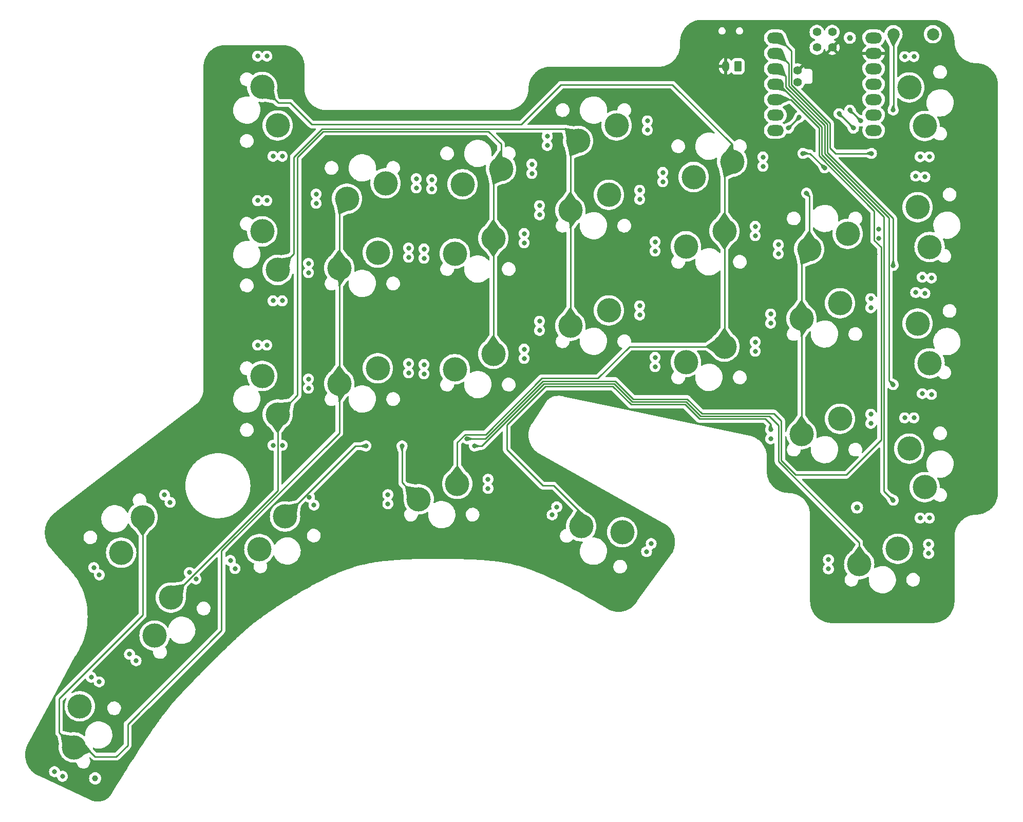
<source format=gtl>
G04 #@! TF.GenerationSoftware,KiCad,Pcbnew,7.0.2*
G04 #@! TF.CreationDate,2023-05-17T12:25:55+02:00*
G04 #@! TF.ProjectId,mykeeb_v7a2_right,6d796b65-6562-45f7-9637-61325f726967,rev?*
G04 #@! TF.SameCoordinates,Original*
G04 #@! TF.FileFunction,Copper,L1,Top*
G04 #@! TF.FilePolarity,Positive*
%FSLAX46Y46*%
G04 Gerber Fmt 4.6, Leading zero omitted, Abs format (unit mm)*
G04 Created by KiCad (PCBNEW 7.0.2) date 2023-05-17 12:25:55*
%MOMM*%
%LPD*%
G01*
G04 APERTURE LIST*
G04 Aperture macros list*
%AMRoundRect*
0 Rectangle with rounded corners*
0 $1 Rounding radius*
0 $2 $3 $4 $5 $6 $7 $8 $9 X,Y pos of 4 corners*
0 Add a 4 corners polygon primitive as box body*
4,1,4,$2,$3,$4,$5,$6,$7,$8,$9,$2,$3,0*
0 Add four circle primitives for the rounded corners*
1,1,$1+$1,$2,$3*
1,1,$1+$1,$4,$5*
1,1,$1+$1,$6,$7*
1,1,$1+$1,$8,$9*
0 Add four rect primitives between the rounded corners*
20,1,$1+$1,$2,$3,$4,$5,0*
20,1,$1+$1,$4,$5,$6,$7,0*
20,1,$1+$1,$6,$7,$8,$9,0*
20,1,$1+$1,$8,$9,$2,$3,0*%
G04 Aperture macros list end*
G04 #@! TA.AperFunction,SMDPad,CuDef*
%ADD10C,1.000000*%
G04 #@! TD*
G04 #@! TA.AperFunction,ComponentPad*
%ADD11C,0.800000*%
G04 #@! TD*
G04 #@! TA.AperFunction,ComponentPad*
%ADD12C,4.000000*%
G04 #@! TD*
G04 #@! TA.AperFunction,ComponentPad*
%ADD13O,2.750000X1.800000*%
G04 #@! TD*
G04 #@! TA.AperFunction,ComponentPad*
%ADD14C,1.397000*%
G04 #@! TD*
G04 #@! TA.AperFunction,ComponentPad*
%ADD15C,2.000000*%
G04 #@! TD*
G04 #@! TA.AperFunction,ComponentPad*
%ADD16RoundRect,0.250000X0.350000X0.625000X-0.350000X0.625000X-0.350000X-0.625000X0.350000X-0.625000X0*%
G04 #@! TD*
G04 #@! TA.AperFunction,ComponentPad*
%ADD17O,1.200000X1.750000*%
G04 #@! TD*
G04 #@! TA.AperFunction,ViaPad*
%ADD18C,0.800000*%
G04 #@! TD*
G04 #@! TA.AperFunction,Conductor*
%ADD19C,0.250000*%
G04 #@! TD*
G04 APERTURE END LIST*
D10*
X32146902Y-274439293D03*
X157757945Y-229790818D03*
X156567319Y-152400128D03*
D11*
X54444030Y-238548904D03*
X55206030Y-239868727D03*
D12*
X59224439Y-236668815D03*
X63453701Y-231294111D03*
D11*
X67472110Y-228094200D03*
X68234110Y-229414022D03*
D13*
X144305128Y-152400120D03*
X144305128Y-154940120D03*
X144305128Y-157480120D03*
X144305128Y-160020120D03*
X144305128Y-162560120D03*
X144305128Y-165100120D03*
X144305128Y-167640120D03*
X160495128Y-167640120D03*
X160495128Y-165100120D03*
X160495128Y-162560120D03*
X160495128Y-160020120D03*
X160495128Y-157480120D03*
X160495128Y-154940120D03*
X160495128Y-152400120D03*
D14*
X151130128Y-151448120D03*
X153670128Y-151448120D03*
X151130128Y-153988120D03*
X153670128Y-153988120D03*
X147955128Y-159703120D03*
X147955128Y-157798120D03*
D11*
X168511947Y-191853903D03*
X170030147Y-191986728D03*
D12*
X169713798Y-186859646D03*
X167736903Y-180312434D03*
D11*
X167420553Y-175185353D03*
X168938754Y-175318178D03*
X142240096Y-173561520D03*
X142240096Y-172037520D03*
D12*
X137160096Y-172799520D03*
X130810096Y-175339520D03*
D11*
X125730096Y-176101520D03*
X125730096Y-174577520D03*
X143510096Y-197913820D03*
X143510096Y-199437820D03*
D12*
X148590096Y-198675820D03*
X154940096Y-196135820D03*
D11*
X160020096Y-195373820D03*
X160020096Y-196897820D03*
X104140096Y-174752220D03*
X104140096Y-173228220D03*
D12*
X99060096Y-173990220D03*
X92710096Y-176530220D03*
D11*
X87630096Y-177292220D03*
X87630096Y-175768220D03*
X143510096Y-216963820D03*
X143510096Y-218487820D03*
D12*
X148590096Y-217725820D03*
X154940096Y-215185820D03*
D11*
X160020096Y-214423820D03*
X160020096Y-215947820D03*
X168148096Y-231537020D03*
X169672096Y-231537020D03*
D12*
X168910096Y-226457020D03*
X166370096Y-220107020D03*
D11*
X165608096Y-215027020D03*
X167132096Y-215027020D03*
X168148096Y-172005820D03*
X169672096Y-172005820D03*
D12*
X168910096Y-166925820D03*
X166370096Y-160575820D03*
D11*
X165608096Y-155495820D03*
X167132096Y-155495820D03*
X80406896Y-227679520D03*
X80406896Y-229203520D03*
D12*
X85486896Y-228441520D03*
X91836896Y-225901520D03*
D11*
X96916896Y-225139520D03*
X96916896Y-226663520D03*
X60451996Y-203041520D03*
X58927996Y-203041520D03*
D12*
X59689996Y-208121520D03*
X62229996Y-214471520D03*
D11*
X62991996Y-219551520D03*
X61467996Y-219551520D03*
X37813350Y-253982733D03*
X38890981Y-255060363D03*
D12*
X41944268Y-250929446D03*
X44638345Y-244643266D03*
D11*
X47691632Y-240512349D03*
X48769263Y-241589979D03*
X25437480Y-273343586D03*
X26757303Y-274105586D03*
D12*
X28637391Y-269325177D03*
X29612687Y-262555915D03*
D11*
X31492776Y-257775506D03*
X32812598Y-258537506D03*
X44499859Y-228951079D03*
X43582693Y-227733958D03*
D12*
X39984207Y-231399739D03*
X36441482Y-237249799D03*
D11*
X32842997Y-240915579D03*
X31925831Y-239698459D03*
X67310096Y-208629420D03*
X67310096Y-210153420D03*
D12*
X72390096Y-209391420D03*
X78740096Y-206851420D03*
D11*
X83820096Y-206089420D03*
X83820096Y-207613420D03*
X105410096Y-199104420D03*
X105410096Y-200628420D03*
D12*
X110490096Y-199866420D03*
X116840096Y-197326420D03*
D11*
X121920096Y-196564420D03*
X121920096Y-198088420D03*
D15*
X170259518Y-151804815D03*
X163759518Y-151804815D03*
D11*
X86360096Y-187198220D03*
X86360096Y-188722220D03*
D12*
X91440096Y-187960220D03*
X97790096Y-185420220D03*
D11*
X102870096Y-184658220D03*
X102870096Y-186182220D03*
X67310096Y-189579420D03*
X67310096Y-191103420D03*
D12*
X72390096Y-190341420D03*
X78740096Y-187801420D03*
D11*
X83820096Y-187039420D03*
X83820096Y-188563420D03*
X105410096Y-180054420D03*
X105410096Y-181578420D03*
D12*
X110490096Y-180816420D03*
X116840096Y-178276420D03*
D11*
X121920096Y-177514420D03*
X121920096Y-179038420D03*
X124460096Y-186007520D03*
X124460096Y-187531520D03*
D12*
X129540096Y-186769520D03*
X135890096Y-184229520D03*
D11*
X140970096Y-183467520D03*
X140970096Y-184991520D03*
X60452096Y-155416420D03*
X58928096Y-155416420D03*
D12*
X59690096Y-160496420D03*
X62230096Y-166846420D03*
D11*
X62992096Y-171926420D03*
X61468096Y-171926420D03*
X85090096Y-177133420D03*
X85090096Y-175609420D03*
D12*
X80010096Y-176371420D03*
X73660096Y-178911420D03*
D11*
X68580096Y-179673420D03*
X68580096Y-178149420D03*
X86360096Y-206248220D03*
X86360096Y-207772220D03*
D12*
X91440096Y-207010220D03*
X97790096Y-204470220D03*
D11*
X102870096Y-203708220D03*
X102870096Y-205232220D03*
X124460096Y-205057520D03*
X124460096Y-206581520D03*
D12*
X129540096Y-205819520D03*
X135890096Y-203279520D03*
D11*
X140970096Y-202517520D03*
X140970096Y-204041520D03*
X168511947Y-211036703D03*
X170030147Y-211169528D03*
D12*
X169713798Y-206042446D03*
X167736903Y-199495234D03*
D11*
X167420553Y-194368153D03*
X168938754Y-194500978D03*
X60452096Y-179228920D03*
X58928096Y-179228920D03*
D12*
X59690096Y-184308920D03*
X62230096Y-190658920D03*
D11*
X62992096Y-195738920D03*
X61468096Y-195738920D03*
X108252030Y-229701104D03*
X107490030Y-231020927D03*
D12*
X112270439Y-232901015D03*
X119039701Y-233876311D03*
D11*
X123820110Y-235756400D03*
X123058110Y-237076222D03*
X153035096Y-238395120D03*
X153035096Y-239919120D03*
D12*
X158115096Y-239157120D03*
X164465096Y-236617120D03*
D11*
X169545096Y-235855120D03*
X169545096Y-237379120D03*
X161290096Y-185467820D03*
X161290096Y-183943820D03*
D12*
X156210096Y-184705820D03*
X149860096Y-187245820D03*
D11*
X144780096Y-188007820D03*
X144780096Y-186483820D03*
X123190096Y-167608420D03*
X123190096Y-166084420D03*
D12*
X118110096Y-166846420D03*
X111760096Y-169386420D03*
D11*
X106680096Y-170148420D03*
X106680096Y-168624420D03*
D16*
X138112616Y-157093884D03*
D17*
X136112616Y-157093884D03*
D18*
X84534446Y-214907993D03*
X133945425Y-157757945D03*
X105965714Y-196453290D03*
X148828250Y-169664205D03*
X38100032Y-247054895D03*
X155972006Y-180975152D03*
X165497014Y-164901701D03*
X162520449Y-158948571D03*
X134540738Y-158948571D03*
X105965714Y-172640770D03*
X59531300Y-198834542D03*
X60721926Y-211336115D03*
X135731364Y-159543884D03*
X156567319Y-172640770D03*
X86915698Y-213122054D03*
X142875120Y-177403274D03*
X147042311Y-164306388D03*
X166687640Y-213122054D03*
X160734510Y-188118908D03*
X91082889Y-179784526D03*
X69056308Y-198834542D03*
X133945425Y-156567319D03*
X105965714Y-202406420D03*
X45243788Y-253008025D03*
X157162632Y-169664205D03*
X142875120Y-210740802D03*
X78581316Y-198834542D03*
X105965714Y-175617335D03*
X123825104Y-197048603D03*
X136921990Y-158948571D03*
X157757945Y-213122054D03*
X142875120Y-192286099D03*
X135136051Y-155376693D03*
X104775088Y-192881412D03*
X52387544Y-219075184D03*
X105965714Y-183951717D03*
X163711075Y-189904847D03*
X163711075Y-209550176D03*
X163711075Y-228600192D03*
X93464141Y-218479871D03*
X160139197Y-171450144D03*
X148828250Y-171450144D03*
X152400128Y-173831396D03*
X146446998Y-167282953D03*
X148232937Y-165497014D03*
X157162632Y-167282953D03*
X154781380Y-164901701D03*
X158353258Y-166092327D03*
X156567319Y-164306388D03*
X149423563Y-177998587D03*
X163711075Y-164306388D03*
X94654767Y-219670497D03*
X76795377Y-219670497D03*
X82748507Y-219670497D03*
D19*
X144780128Y-154940120D02*
X146481628Y-156641620D01*
X163711075Y-182165778D02*
X163711075Y-189904847D01*
X152850128Y-171304831D02*
X163711075Y-182165778D01*
X146481628Y-156641620D02*
X146481628Y-160313464D01*
X146481628Y-160313464D02*
X152850128Y-166681964D01*
X152850128Y-166681964D02*
X152850128Y-168023579D01*
X152850128Y-168023579D02*
X152850128Y-171304831D01*
X162986075Y-182077174D02*
X162986075Y-208825176D01*
X162986075Y-208825176D02*
X163711075Y-209550176D01*
X144780128Y-157480120D02*
X146005128Y-158705120D01*
X152400128Y-171491227D02*
X162986075Y-182077174D01*
X152400128Y-166868360D02*
X152400128Y-171491227D01*
X146005128Y-158705120D02*
X146005128Y-160473360D01*
X146005128Y-160473360D02*
X152400128Y-166868360D01*
X151950128Y-168473579D02*
X151950128Y-171677623D01*
X144780128Y-160020120D02*
X144915492Y-160020120D01*
X162181710Y-181909205D02*
X162181710Y-227070827D01*
X151950128Y-167054756D02*
X151950128Y-168473579D01*
X144915492Y-160020120D02*
X150503288Y-165607916D01*
X151693914Y-166798542D02*
X151950128Y-167054756D01*
X151950128Y-171677623D02*
X162181710Y-181909205D01*
X150503288Y-165607916D02*
X151693914Y-166798542D01*
X162181710Y-227070827D02*
X163711075Y-228600192D01*
X145256372Y-222051749D02*
X145256372Y-215503306D01*
X132159486Y-214312680D02*
X129778234Y-211931428D01*
X155972006Y-224433001D02*
X147637624Y-224433001D01*
X145256372Y-215503306D02*
X144065746Y-214312680D01*
X144065746Y-214312680D02*
X132159486Y-214312680D01*
X161731710Y-186934739D02*
X161731710Y-218673297D01*
X117871974Y-208954863D02*
X105965714Y-208954863D01*
X96440706Y-218479871D02*
X93464141Y-218479871D01*
X161731710Y-218673297D02*
X155972006Y-224433001D01*
X120848539Y-211931428D02*
X117871974Y-208954863D01*
X160565096Y-185768125D02*
X161731710Y-186934739D01*
X147637624Y-224433001D02*
X145256372Y-222051749D01*
X144780128Y-162560120D02*
X146819096Y-162560120D01*
X105965714Y-208954863D02*
X96440706Y-218479871D01*
X150780403Y-166521427D02*
X151500128Y-167241152D01*
X151500128Y-167241152D02*
X151500128Y-171864019D01*
X129778234Y-211931428D02*
X120848539Y-211931428D01*
X146819096Y-162560120D02*
X150780403Y-166521427D01*
X160565096Y-180928987D02*
X160565096Y-185768125D01*
X151500128Y-171864019D02*
X160565096Y-180928987D01*
X153300128Y-167428266D02*
X153300128Y-170564205D01*
X146931628Y-154551620D02*
X146931628Y-160127068D01*
X153300128Y-170564205D02*
X154186067Y-171450144D01*
X153300128Y-166495568D02*
X153300128Y-167428266D01*
X146931628Y-160127068D02*
X153300128Y-166495568D01*
X150018876Y-171450144D02*
X152400128Y-173831396D01*
X144780128Y-152400120D02*
X146931628Y-154551620D01*
X148828250Y-171450144D02*
X150018876Y-171450144D01*
X154186067Y-171450144D02*
X160139197Y-171450144D01*
X52982857Y-250031460D02*
X37504719Y-265509598D01*
X39984207Y-247551972D02*
X39984207Y-231399739D01*
X26193772Y-261342407D02*
X39984207Y-247551972D01*
X37504719Y-268995714D02*
X35633018Y-270867415D01*
X26193772Y-266881558D02*
X26193772Y-261342407D01*
X52982857Y-236934574D02*
X52982857Y-250031460D01*
X30604664Y-269325177D02*
X28637391Y-269325177D01*
X35633018Y-270867415D02*
X32146902Y-270867415D01*
X72390096Y-209391420D02*
X72390096Y-217527912D01*
X28637391Y-269325177D02*
X26193772Y-266881558D01*
X72390096Y-180181420D02*
X73660096Y-178911420D01*
X37504719Y-265509598D02*
X37504719Y-268995714D01*
X32146902Y-270867415D02*
X30604664Y-269325177D01*
X52983434Y-236934574D02*
X52982857Y-236934574D01*
X72390096Y-217527912D02*
X52983434Y-236934574D01*
X72390096Y-209391420D02*
X72390096Y-190341420D01*
X72390096Y-190341420D02*
X72390096Y-180181420D01*
X65504971Y-172065999D02*
X65504971Y-211315574D01*
X146446998Y-167282953D02*
X148232937Y-165497014D01*
X62229996Y-214471520D02*
X62229996Y-227051615D01*
X62229996Y-227051615D02*
X44638345Y-244643266D01*
X62349025Y-214471520D02*
X62229996Y-214471520D01*
X96994173Y-167836420D02*
X69734550Y-167836420D01*
X97790096Y-185420220D02*
X97790096Y-175260220D01*
X97790096Y-204470220D02*
X97790096Y-185420220D01*
X97790096Y-175260220D02*
X99060096Y-173990220D01*
X99060096Y-173990220D02*
X99060096Y-169902343D01*
X69734550Y-167836420D02*
X65504971Y-172065999D01*
X99060096Y-169902343D02*
X96994173Y-167836420D01*
X65504971Y-211315574D02*
X62349025Y-214471520D01*
X110490096Y-199866420D02*
X110490096Y-180816420D01*
X157162632Y-167282953D02*
X154781380Y-164901701D01*
X110490096Y-170656420D02*
X111760096Y-169386420D01*
X64889117Y-172045457D02*
X64889117Y-187999899D01*
X109760096Y-167386420D02*
X69548154Y-167386420D01*
X111760096Y-169386420D02*
X109760096Y-167386420D01*
X110490096Y-180816420D02*
X110490096Y-170656420D01*
X69548154Y-167386420D02*
X64889117Y-172045457D01*
X64889117Y-187999899D02*
X62230096Y-190658920D01*
X135890096Y-203279520D02*
X135890096Y-184229520D01*
X137160096Y-169971093D02*
X127328200Y-160139197D01*
X115049420Y-208504863D02*
X105779318Y-208504863D01*
X137160096Y-172799520D02*
X137160096Y-169971093D01*
X64293804Y-163115762D02*
X62309438Y-163115762D01*
X93163836Y-217754871D02*
X91836896Y-219081811D01*
X105779318Y-208504863D02*
X96529310Y-217754871D01*
X158353258Y-166092327D02*
X156567319Y-164306388D01*
X120274763Y-203279520D02*
X115049420Y-208504863D01*
X135890096Y-184229520D02*
X135890096Y-174069520D01*
X91836896Y-219081811D02*
X91836896Y-225901520D01*
X127328200Y-160139197D02*
X108942279Y-160139197D01*
X135890096Y-174069520D02*
X137160096Y-172799520D01*
X96529310Y-217754871D02*
X93163836Y-217754871D01*
X108942279Y-160139197D02*
X102393836Y-166687640D01*
X67865682Y-166687640D02*
X64293804Y-163115762D01*
X102393836Y-166687640D02*
X67865682Y-166687640D01*
X135890096Y-203279520D02*
X120274763Y-203279520D01*
X62309438Y-163115762D02*
X59690096Y-160496420D01*
X107751653Y-226218940D02*
X105965714Y-226218940D01*
X117499182Y-209854863D02*
X120475747Y-212831428D01*
X112270439Y-230737726D02*
X107751653Y-226218940D01*
X129405442Y-212831428D02*
X131786694Y-215212680D01*
X142584494Y-215212680D02*
X143510096Y-216138282D01*
X149860096Y-178435120D02*
X149860096Y-187245820D01*
X100012584Y-216180785D02*
X106338506Y-209854863D01*
X131786694Y-215212680D02*
X142584494Y-215212680D01*
X106338506Y-209854863D02*
X117499182Y-209854863D01*
X100012584Y-220265810D02*
X100012584Y-216180785D01*
X148590096Y-198675820D02*
X148590096Y-188515820D01*
X143510096Y-216138282D02*
X143510096Y-216963820D01*
X148590096Y-188515820D02*
X149860096Y-187245820D01*
X120475747Y-212831428D02*
X129405442Y-212831428D01*
X149423563Y-177998587D02*
X149860096Y-178435120D01*
X105965714Y-226218940D02*
X100012584Y-220265810D01*
X148590096Y-217725820D02*
X148590096Y-198675820D01*
X112270439Y-232901015D02*
X112270439Y-230737726D01*
X163711075Y-164306388D02*
X163759518Y-164257945D01*
X163759518Y-164257945D02*
X163759518Y-151804815D01*
X120662143Y-212381428D02*
X129591838Y-212381428D01*
X129591838Y-212381428D02*
X131973090Y-214762680D01*
X143284037Y-214762680D02*
X144806372Y-216285015D01*
X144806372Y-216285015D02*
X144806372Y-222238145D01*
X144806372Y-222238145D02*
X158115096Y-235546869D01*
X158115096Y-235546869D02*
X158115096Y-239157120D01*
X94654767Y-219670497D02*
X95886476Y-219670497D01*
X95886476Y-219670497D02*
X106152110Y-209404863D01*
X131973090Y-214762680D02*
X143284037Y-214762680D01*
X106152110Y-209404863D02*
X117685578Y-209404863D01*
X117685578Y-209404863D02*
X120662143Y-212381428D01*
X76795377Y-219670497D02*
X75077315Y-219670497D01*
X75077315Y-219670497D02*
X63453701Y-231294111D01*
X82748507Y-219670497D02*
X82748507Y-225703131D01*
X82748507Y-225703131D02*
X85486896Y-228441520D01*
G04 #@! TA.AperFunction,Conductor*
G36*
X72395997Y-209403510D02*
G01*
X72400197Y-209407710D01*
X73386344Y-211095543D01*
X73387559Y-211104415D01*
X73385874Y-211108086D01*
X72518584Y-212366004D01*
X72511067Y-212370870D01*
X72508952Y-212371063D01*
X72271240Y-212371063D01*
X72262967Y-212367636D01*
X72261608Y-212366004D01*
X72197778Y-212273425D01*
X72195903Y-212264669D01*
X72196350Y-212262969D01*
X72218846Y-212197974D01*
X72249435Y-211985217D01*
X72239208Y-211770516D01*
X72239208Y-211770512D01*
X72188533Y-211561632D01*
X72188533Y-211561630D01*
X72132546Y-211439036D01*
X72099243Y-211366111D01*
X72034787Y-211275596D01*
X71974562Y-211191021D01*
X71818999Y-211042693D01*
X71638176Y-210926485D01*
X71638173Y-210926483D01*
X71532815Y-210884304D01*
X71526408Y-210878048D01*
X71526301Y-210869094D01*
X71527053Y-210867554D01*
X72379994Y-209407708D01*
X72387125Y-209402295D01*
X72395997Y-209403510D01*
G37*
G04 #@! TD.AperFunction*
G04 #@! TA.AperFunction,Conductor*
G36*
X110617225Y-196890204D02*
G01*
X110618584Y-196891836D01*
X111485874Y-198149752D01*
X111487749Y-198158508D01*
X111486344Y-198162295D01*
X110500198Y-199850129D01*
X110493066Y-199855544D01*
X110484194Y-199854329D01*
X110479994Y-199850129D01*
X109493847Y-198162295D01*
X109492632Y-198153423D01*
X109494315Y-198149754D01*
X110361607Y-196891836D01*
X110369125Y-196886970D01*
X110371240Y-196886777D01*
X110608952Y-196886777D01*
X110617225Y-196890204D01*
G37*
G04 #@! TD.AperFunction*
G04 #@! TA.AperFunction,Conductor*
G36*
X109617197Y-167263360D02*
G01*
X111180403Y-167490183D01*
X111188098Y-167494763D01*
X111189922Y-167498374D01*
X111755293Y-169367239D01*
X111754408Y-169376150D01*
X111747482Y-169381826D01*
X111741540Y-169382045D01*
X109830262Y-168954491D01*
X109822936Y-168949341D01*
X109821248Y-168944828D01*
X109603956Y-167512290D01*
X109603824Y-167510535D01*
X109603824Y-167274940D01*
X109607251Y-167266667D01*
X109615524Y-167263240D01*
X109617197Y-167263360D01*
G37*
G04 #@! TD.AperFunction*
G04 #@! TA.AperFunction,Conductor*
G36*
X155149424Y-164752954D02*
G01*
X155155586Y-164758940D01*
X155432127Y-165371629D01*
X155432407Y-165380579D01*
X155429736Y-165384715D01*
X155264394Y-165550057D01*
X155256121Y-165553484D01*
X155251308Y-165552448D01*
X154638619Y-165275907D01*
X154632488Y-165269380D01*
X154632612Y-165260791D01*
X154778817Y-164905503D01*
X154785133Y-164899158D01*
X155140470Y-164752933D01*
X155149424Y-164752954D01*
G37*
G04 #@! TD.AperFunction*
G04 #@! TA.AperFunction,Conductor*
G36*
X136017225Y-200303304D02*
G01*
X136018584Y-200304936D01*
X136885874Y-201562852D01*
X136887749Y-201571608D01*
X136886344Y-201575395D01*
X135900198Y-203263229D01*
X135893066Y-203268644D01*
X135884194Y-203267429D01*
X135879994Y-203263229D01*
X134893847Y-201575395D01*
X134892632Y-201566523D01*
X134894315Y-201562854D01*
X135761607Y-200304936D01*
X135769125Y-200300070D01*
X135771240Y-200299877D01*
X136008952Y-200299877D01*
X136017225Y-200303304D01*
G37*
G04 #@! TD.AperFunction*
G04 #@! TA.AperFunction,Conductor*
G36*
X110617225Y-177840204D02*
G01*
X110618584Y-177841836D01*
X111485874Y-179099752D01*
X111487749Y-179108508D01*
X111486344Y-179112295D01*
X110500198Y-180800129D01*
X110493066Y-180805544D01*
X110484194Y-180804329D01*
X110479994Y-180800129D01*
X109493847Y-179112295D01*
X109492632Y-179103423D01*
X109494315Y-179099754D01*
X110361607Y-177841836D01*
X110369125Y-177836970D01*
X110371240Y-177836777D01*
X110608952Y-177836777D01*
X110617225Y-177840204D01*
G37*
G04 #@! TD.AperFunction*
G04 #@! TA.AperFunction,Conductor*
G36*
X134176852Y-202283230D02*
G01*
X134177637Y-202283686D01*
X135873691Y-203269404D01*
X135879121Y-203276523D01*
X135877927Y-203285398D01*
X135873690Y-203289635D01*
X134176852Y-204275809D01*
X134167977Y-204277003D01*
X134164372Y-204275353D01*
X132895195Y-203408004D01*
X132890298Y-203400507D01*
X132890096Y-203398344D01*
X132890096Y-203160695D01*
X132893523Y-203152422D01*
X132895192Y-203151037D01*
X134164373Y-202283685D01*
X134173136Y-202281848D01*
X134176852Y-202283230D01*
G37*
G04 #@! TD.AperFunction*
G04 #@! TA.AperFunction,Conductor*
G36*
X73659480Y-178924835D02*
G01*
X73661386Y-178930523D01*
X73786687Y-180882886D01*
X73783797Y-180891361D01*
X73779706Y-180894351D01*
X72652743Y-181388135D01*
X72522918Y-181445019D01*
X72517342Y-181447462D01*
X72512647Y-181448446D01*
X72274785Y-181448446D01*
X72266512Y-181445019D01*
X72263290Y-181438927D01*
X72157772Y-180882886D01*
X71993455Y-180016994D01*
X71995279Y-180008230D01*
X71998511Y-180005047D01*
X73643274Y-178921501D01*
X73652067Y-178919812D01*
X73659480Y-178924835D01*
G37*
G04 #@! TD.AperFunction*
G04 #@! TA.AperFunction,Conductor*
G36*
X135895998Y-184241610D02*
G01*
X135900198Y-184245810D01*
X136886344Y-185933643D01*
X136887559Y-185942515D01*
X136885874Y-185946186D01*
X136018584Y-187204104D01*
X136011067Y-187208970D01*
X136008952Y-187209163D01*
X135771240Y-187209163D01*
X135762967Y-187205736D01*
X135761608Y-187204104D01*
X134894317Y-185946186D01*
X134892442Y-185937430D01*
X134893845Y-185933645D01*
X135879994Y-184245809D01*
X135887126Y-184240395D01*
X135895998Y-184241610D01*
G37*
G04 #@! TD.AperFunction*
G04 #@! TA.AperFunction,Conductor*
G36*
X97795997Y-185432310D02*
G01*
X97800197Y-185436510D01*
X98786344Y-187124343D01*
X98787559Y-187133215D01*
X98785874Y-187136886D01*
X97918584Y-188394804D01*
X97911067Y-188399670D01*
X97908952Y-188399863D01*
X97671240Y-188399863D01*
X97662967Y-188396436D01*
X97661608Y-188394804D01*
X96794317Y-187136886D01*
X96792442Y-187128130D01*
X96793845Y-187124345D01*
X97779994Y-185436508D01*
X97787125Y-185431095D01*
X97795997Y-185432310D01*
G37*
G04 #@! TD.AperFunction*
G04 #@! TA.AperFunction,Conductor*
G36*
X148717225Y-195699604D02*
G01*
X148718584Y-195701236D01*
X149585874Y-196959152D01*
X149587749Y-196967908D01*
X149586344Y-196971695D01*
X148600198Y-198659529D01*
X148593066Y-198664944D01*
X148584194Y-198663729D01*
X148579994Y-198659529D01*
X147593847Y-196971695D01*
X147592632Y-196962823D01*
X147594315Y-196959154D01*
X148461607Y-195701236D01*
X148469125Y-195696370D01*
X148471240Y-195696177D01*
X148708952Y-195696177D01*
X148717225Y-195699604D01*
G37*
G04 #@! TD.AperFunction*
G04 #@! TA.AperFunction,Conductor*
G36*
X46663160Y-242447359D02*
G01*
X46664813Y-242448733D01*
X46832905Y-242616825D01*
X46836332Y-242625098D01*
X46836146Y-242627176D01*
X46566029Y-244123800D01*
X46561187Y-244131333D01*
X46557524Y-244133028D01*
X44657061Y-244638803D01*
X44648185Y-244637620D01*
X44642746Y-244630506D01*
X44642734Y-244624532D01*
X45138158Y-242734533D01*
X45143570Y-242727401D01*
X45147332Y-242726000D01*
X46654400Y-242445504D01*
X46663160Y-242447359D01*
G37*
G04 #@! TD.AperFunction*
G04 #@! TA.AperFunction,Conductor*
G36*
X110495997Y-180828510D02*
G01*
X110500197Y-180832710D01*
X111486344Y-182520543D01*
X111487559Y-182529415D01*
X111485874Y-182533086D01*
X110618584Y-183791004D01*
X110611067Y-183795870D01*
X110608952Y-183796063D01*
X110371240Y-183796063D01*
X110362967Y-183792636D01*
X110361608Y-183791004D01*
X110297778Y-183698425D01*
X110295903Y-183689669D01*
X110296350Y-183687969D01*
X110318846Y-183622974D01*
X110349435Y-183410217D01*
X110339208Y-183195516D01*
X110339208Y-183195512D01*
X110288533Y-182986632D01*
X110288533Y-182986630D01*
X110232546Y-182864036D01*
X110199243Y-182791111D01*
X110134787Y-182700596D01*
X110074562Y-182616021D01*
X109918999Y-182467693D01*
X109738176Y-182351485D01*
X109738173Y-182351483D01*
X109632815Y-182309304D01*
X109626408Y-182303048D01*
X109626301Y-182294094D01*
X109627053Y-182292554D01*
X110479994Y-180832708D01*
X110487125Y-180827295D01*
X110495997Y-180828510D01*
G37*
G04 #@! TD.AperFunction*
G04 #@! TA.AperFunction,Conductor*
G36*
X62235897Y-214483610D02*
G01*
X62240097Y-214487810D01*
X63226243Y-216175643D01*
X63227458Y-216184515D01*
X63225773Y-216188186D01*
X62358484Y-217446104D01*
X62350967Y-217450970D01*
X62348852Y-217451163D01*
X62111140Y-217451163D01*
X62102867Y-217447736D01*
X62101508Y-217446104D01*
X61234217Y-216188186D01*
X61232342Y-216179430D01*
X61233745Y-216175645D01*
X62219894Y-214487808D01*
X62227025Y-214482395D01*
X62235897Y-214483610D01*
G37*
G04 #@! TD.AperFunction*
G04 #@! TA.AperFunction,Conductor*
G36*
X149008946Y-171091034D02*
G01*
X149620687Y-171322285D01*
X149627214Y-171328416D01*
X149628250Y-171333229D01*
X149628250Y-171567058D01*
X149624823Y-171575331D01*
X149620687Y-171578002D01*
X148991905Y-171815695D01*
X148982955Y-171815415D01*
X148976969Y-171809253D01*
X148880556Y-171578002D01*
X148829125Y-171454643D01*
X148829105Y-171445694D01*
X148976969Y-171091033D01*
X148983316Y-171084716D01*
X148991904Y-171084592D01*
X149008946Y-171091034D01*
G37*
G04 #@! TD.AperFunction*
G04 #@! TA.AperFunction,Conductor*
G36*
X94835463Y-219311387D02*
G01*
X95447204Y-219542638D01*
X95453731Y-219548769D01*
X95454767Y-219553582D01*
X95454767Y-219787411D01*
X95451340Y-219795684D01*
X95447204Y-219798355D01*
X94818422Y-220036048D01*
X94809472Y-220035768D01*
X94803486Y-220029606D01*
X94707073Y-219798355D01*
X94655642Y-219674996D01*
X94655622Y-219666047D01*
X94803486Y-219311386D01*
X94809833Y-219305069D01*
X94818421Y-219304945D01*
X94835463Y-219311387D01*
G37*
G04 #@! TD.AperFunction*
G04 #@! TA.AperFunction,Conductor*
G36*
X143635284Y-216167247D02*
G01*
X143637955Y-216171383D01*
X143875647Y-216800164D01*
X143875367Y-216809114D01*
X143869205Y-216815100D01*
X143514597Y-216962943D01*
X143505644Y-216962963D01*
X143344651Y-216895843D01*
X143150986Y-216815100D01*
X143144668Y-216808753D01*
X143144544Y-216800165D01*
X143382237Y-216171382D01*
X143388368Y-216164856D01*
X143393181Y-216163820D01*
X143627011Y-216163820D01*
X143635284Y-216167247D01*
G37*
G04 #@! TD.AperFunction*
G04 #@! TA.AperFunction,Conductor*
G36*
X156692703Y-166632205D02*
G01*
X157305392Y-166908746D01*
X157311523Y-166915273D01*
X157311399Y-166923862D01*
X157165195Y-167279148D01*
X157158877Y-167285495D01*
X157158827Y-167285516D01*
X156803541Y-167431720D01*
X156794587Y-167431699D01*
X156788425Y-167425713D01*
X156724308Y-167283660D01*
X156561911Y-166923862D01*
X156511884Y-166813024D01*
X156511604Y-166804074D01*
X156514273Y-166799940D01*
X156679618Y-166634595D01*
X156687890Y-166631169D01*
X156692703Y-166632205D01*
G37*
G04 #@! TD.AperFunction*
G04 #@! TA.AperFunction,Conductor*
G36*
X59708811Y-160500881D02*
G01*
X61609275Y-161006658D01*
X61616388Y-161012096D01*
X61617779Y-161015885D01*
X61887897Y-162512509D01*
X61885994Y-162521259D01*
X61884656Y-162522860D01*
X61716564Y-162690952D01*
X61708291Y-162694379D01*
X61706150Y-162694181D01*
X60199084Y-162413684D01*
X60191578Y-162408802D01*
X60189907Y-162405149D01*
X59823823Y-161008570D01*
X59694485Y-160515154D01*
X59695702Y-160506283D01*
X59702836Y-160500870D01*
X59708811Y-160500881D01*
G37*
G04 #@! TD.AperFunction*
G04 #@! TA.AperFunction,Conductor*
G36*
X163241146Y-208899428D02*
G01*
X163853835Y-209175969D01*
X163859966Y-209182496D01*
X163859842Y-209191085D01*
X163713638Y-209546371D01*
X163707320Y-209552718D01*
X163707270Y-209552739D01*
X163351984Y-209698943D01*
X163343030Y-209698922D01*
X163336868Y-209692936D01*
X163272751Y-209550883D01*
X163110354Y-209191085D01*
X163060327Y-209080247D01*
X163060047Y-209071297D01*
X163062716Y-209067163D01*
X163228061Y-208901818D01*
X163236333Y-208898392D01*
X163241146Y-208899428D01*
G37*
G04 #@! TD.AperFunction*
G04 #@! TA.AperFunction,Conductor*
G36*
X136017225Y-181253304D02*
G01*
X136018584Y-181254936D01*
X136885874Y-182512852D01*
X136887749Y-182521608D01*
X136886344Y-182525395D01*
X135900198Y-184213229D01*
X135893066Y-184218644D01*
X135884194Y-184217429D01*
X135879994Y-184213229D01*
X134893847Y-182525395D01*
X134892632Y-182516523D01*
X134894315Y-182512854D01*
X135761607Y-181254936D01*
X135769125Y-181250070D01*
X135771240Y-181249877D01*
X136008952Y-181249877D01*
X136017225Y-181253304D01*
G37*
G04 #@! TD.AperFunction*
G04 #@! TA.AperFunction,Conductor*
G36*
X163836263Y-189108274D02*
G01*
X163838934Y-189112410D01*
X164076626Y-189741191D01*
X164076346Y-189750141D01*
X164070184Y-189756127D01*
X163715576Y-189903970D01*
X163706623Y-189903990D01*
X163545630Y-189836870D01*
X163351965Y-189756127D01*
X163345647Y-189749780D01*
X163345523Y-189741192D01*
X163583216Y-189112409D01*
X163589347Y-189105883D01*
X163594160Y-189104847D01*
X163827990Y-189104847D01*
X163836263Y-189108274D01*
G37*
G04 #@! TD.AperFunction*
G04 #@! TA.AperFunction,Conductor*
G36*
X156935363Y-164157641D02*
G01*
X156941525Y-164163627D01*
X157218066Y-164776316D01*
X157218346Y-164785266D01*
X157215675Y-164789402D01*
X157050333Y-164954744D01*
X157042060Y-164958171D01*
X157037247Y-164957135D01*
X156424558Y-164680594D01*
X156418427Y-164674067D01*
X156418551Y-164665478D01*
X156564756Y-164310190D01*
X156571072Y-164303845D01*
X156926409Y-164157620D01*
X156935363Y-164157641D01*
G37*
G04 #@! TD.AperFunction*
G04 #@! TA.AperFunction,Conductor*
G36*
X159984491Y-171084872D02*
G01*
X159990477Y-171091034D01*
X160138320Y-171445642D01*
X160138341Y-171454596D01*
X160138320Y-171454646D01*
X159990477Y-171809253D01*
X159984130Y-171815571D01*
X159975541Y-171815695D01*
X159346760Y-171578002D01*
X159340233Y-171571871D01*
X159339197Y-171567058D01*
X159339197Y-171333229D01*
X159342624Y-171324956D01*
X159346760Y-171322285D01*
X159975542Y-171084592D01*
X159984491Y-171084872D01*
G37*
G04 #@! TD.AperFunction*
G04 #@! TA.AperFunction,Conductor*
G36*
X111789799Y-230079090D02*
G01*
X112890743Y-231016583D01*
X112894821Y-231024556D01*
X112894259Y-231029185D01*
X112277496Y-232882638D01*
X112271633Y-232889406D01*
X112262701Y-232890045D01*
X112257696Y-232886769D01*
X110941936Y-231424009D01*
X110938951Y-231415566D01*
X110940477Y-231410378D01*
X111604028Y-230250217D01*
X111605904Y-230247762D01*
X111773942Y-230079724D01*
X111782214Y-230076298D01*
X111789799Y-230079090D01*
G37*
G04 #@! TD.AperFunction*
G04 #@! TA.AperFunction,Conductor*
G36*
X65478516Y-229098204D02*
G01*
X65480169Y-229099578D01*
X65648261Y-229267670D01*
X65651688Y-229275943D01*
X65651502Y-229278021D01*
X65381385Y-230774645D01*
X65376543Y-230782178D01*
X65372880Y-230783873D01*
X63472417Y-231289648D01*
X63463541Y-231288465D01*
X63458102Y-231281351D01*
X63458090Y-231275377D01*
X63953514Y-229385378D01*
X63958926Y-229378246D01*
X63962688Y-229376845D01*
X65469756Y-229096349D01*
X65478516Y-229098204D01*
G37*
G04 #@! TD.AperFunction*
G04 #@! TA.AperFunction,Conductor*
G36*
X163764004Y-151805678D02*
G01*
X164671864Y-152182708D01*
X164678191Y-152189046D01*
X164678182Y-152198000D01*
X164677867Y-152198695D01*
X163887738Y-153798297D01*
X163881002Y-153804197D01*
X163877248Y-153804815D01*
X163641788Y-153804815D01*
X163633515Y-153801388D01*
X163631298Y-153798297D01*
X162841167Y-152198693D01*
X162840576Y-152189759D01*
X162846476Y-152183023D01*
X162847160Y-152182712D01*
X163755032Y-151805677D01*
X163763982Y-151805669D01*
X163764004Y-151805678D01*
G37*
G04 #@! TD.AperFunction*
G04 #@! TA.AperFunction,Conductor*
G36*
X76640671Y-219305225D02*
G01*
X76646657Y-219311387D01*
X76794500Y-219665995D01*
X76794521Y-219674949D01*
X76794500Y-219674999D01*
X76646657Y-220029606D01*
X76640310Y-220035924D01*
X76631721Y-220036048D01*
X76002940Y-219798355D01*
X75996413Y-219792224D01*
X75995377Y-219787411D01*
X75995377Y-219553582D01*
X75998804Y-219545309D01*
X76002940Y-219542638D01*
X76631722Y-219304945D01*
X76640671Y-219305225D01*
G37*
G04 #@! TD.AperFunction*
G04 #@! TA.AperFunction,Conductor*
G36*
X39990109Y-231411829D02*
G01*
X39994309Y-231416029D01*
X40980455Y-233103862D01*
X40981670Y-233112734D01*
X40979985Y-233116405D01*
X40112695Y-234374323D01*
X40105178Y-234379189D01*
X40103063Y-234379382D01*
X39865351Y-234379382D01*
X39857078Y-234375955D01*
X39855719Y-234374323D01*
X38988428Y-233116405D01*
X38986553Y-233107649D01*
X38987956Y-233103864D01*
X39974105Y-231416028D01*
X39981237Y-231410614D01*
X39990109Y-231411829D01*
G37*
G04 #@! TD.AperFunction*
G04 #@! TA.AperFunction,Conductor*
G36*
X72517225Y-206415204D02*
G01*
X72518584Y-206416836D01*
X73385874Y-207674752D01*
X73387749Y-207683508D01*
X73386344Y-207687295D01*
X72400198Y-209375129D01*
X72393066Y-209380544D01*
X72384194Y-209379329D01*
X72379994Y-209375129D01*
X71393847Y-207687295D01*
X71392632Y-207678423D01*
X71394315Y-207674754D01*
X72261607Y-206416836D01*
X72269125Y-206411970D01*
X72271240Y-206411777D01*
X72508952Y-206411777D01*
X72517225Y-206415204D01*
G37*
G04 #@! TD.AperFunction*
G04 #@! TA.AperFunction,Conductor*
G36*
X83107616Y-219819216D02*
G01*
X83113934Y-219825563D01*
X83114058Y-219834152D01*
X82876366Y-220462934D01*
X82870235Y-220469461D01*
X82865422Y-220470497D01*
X82631592Y-220470497D01*
X82623319Y-220467070D01*
X82620648Y-220462934D01*
X82382955Y-219834152D01*
X82383235Y-219825202D01*
X82389396Y-219819216D01*
X82744007Y-219671372D01*
X82752956Y-219671352D01*
X83107616Y-219819216D01*
G37*
G04 #@! TD.AperFunction*
G04 #@! TA.AperFunction,Conductor*
G36*
X72395997Y-190353510D02*
G01*
X72400197Y-190357710D01*
X73386344Y-192045543D01*
X73387559Y-192054415D01*
X73385874Y-192058086D01*
X72518584Y-193316004D01*
X72511067Y-193320870D01*
X72508952Y-193321063D01*
X72271240Y-193321063D01*
X72262967Y-193317636D01*
X72261608Y-193316004D01*
X72197778Y-193223425D01*
X72195903Y-193214669D01*
X72196350Y-193212969D01*
X72218846Y-193147974D01*
X72249435Y-192935217D01*
X72239208Y-192720516D01*
X72239208Y-192720512D01*
X72188533Y-192511632D01*
X72188533Y-192511630D01*
X72132546Y-192389036D01*
X72099243Y-192316111D01*
X72034787Y-192225596D01*
X71974562Y-192141021D01*
X71818999Y-191992693D01*
X71638176Y-191876485D01*
X71638173Y-191876483D01*
X71532815Y-191834304D01*
X71526408Y-191828048D01*
X71526301Y-191819094D01*
X71527053Y-191817554D01*
X72379994Y-190357708D01*
X72387125Y-190352295D01*
X72395997Y-190353510D01*
G37*
G04 #@! TD.AperFunction*
G04 #@! TA.AperFunction,Conductor*
G36*
X145609112Y-154600447D02*
G01*
X145615438Y-154606786D01*
X145615679Y-154607422D01*
X146138909Y-156117600D01*
X146138380Y-156126539D01*
X146136127Y-156129703D01*
X145969452Y-156296378D01*
X145961179Y-156299805D01*
X145957857Y-156299323D01*
X144419784Y-155843806D01*
X144412824Y-155838171D01*
X144411888Y-155829266D01*
X144412287Y-155828134D01*
X144777566Y-154943902D01*
X144783889Y-154937567D01*
X145600160Y-154600438D01*
X145609112Y-154600447D01*
G37*
G04 #@! TD.AperFunction*
G04 #@! TA.AperFunction,Conductor*
G36*
X149987225Y-184269604D02*
G01*
X149988584Y-184271236D01*
X150855874Y-185529152D01*
X150857749Y-185537908D01*
X150856344Y-185541695D01*
X149870198Y-187229529D01*
X149863066Y-187234944D01*
X149854194Y-187233729D01*
X149849994Y-187229529D01*
X148863847Y-185541695D01*
X148862632Y-185532823D01*
X148864315Y-185529154D01*
X149731607Y-184271236D01*
X149739125Y-184266370D01*
X149741240Y-184266177D01*
X149978952Y-184266177D01*
X149987225Y-184269604D01*
G37*
G04 #@! TD.AperFunction*
G04 #@! TA.AperFunction,Conductor*
G36*
X72517225Y-187365204D02*
G01*
X72518584Y-187366836D01*
X73385874Y-188624752D01*
X73387749Y-188633508D01*
X73386344Y-188637295D01*
X72400198Y-190325129D01*
X72393066Y-190330544D01*
X72384194Y-190329329D01*
X72379994Y-190325129D01*
X71393847Y-188637295D01*
X71392632Y-188628423D01*
X71394315Y-188624754D01*
X72261607Y-187366836D01*
X72269125Y-187361970D01*
X72271240Y-187361777D01*
X72508952Y-187361777D01*
X72517225Y-187365204D01*
G37*
G04 #@! TD.AperFunction*
G04 #@! TA.AperFunction,Conductor*
G36*
X147873846Y-165348246D02*
G01*
X148016700Y-165407032D01*
X148229132Y-165494450D01*
X148235479Y-165500768D01*
X148235500Y-165500818D01*
X148381704Y-165856104D01*
X148381683Y-165865058D01*
X148375697Y-165871220D01*
X147763008Y-166147761D01*
X147754058Y-166148041D01*
X147749922Y-166145370D01*
X147584580Y-165980028D01*
X147581153Y-165971755D01*
X147582189Y-165966942D01*
X147628175Y-165865058D01*
X147858731Y-165354252D01*
X147865257Y-165348122D01*
X147873846Y-165348246D01*
G37*
G04 #@! TD.AperFunction*
G04 #@! TA.AperFunction,Conductor*
G36*
X149859480Y-187259235D02*
G01*
X149861386Y-187264923D01*
X149986687Y-189217286D01*
X149983797Y-189225761D01*
X149979706Y-189228751D01*
X148852743Y-189722535D01*
X148722918Y-189779419D01*
X148717342Y-189781862D01*
X148712647Y-189782846D01*
X148474785Y-189782846D01*
X148466512Y-189779419D01*
X148463290Y-189773327D01*
X148357772Y-189217286D01*
X148193455Y-188351394D01*
X148195279Y-188342630D01*
X148198511Y-188339447D01*
X149843274Y-187255901D01*
X149852067Y-187254212D01*
X149859480Y-187259235D01*
G37*
G04 #@! TD.AperFunction*
G04 #@! TA.AperFunction,Conductor*
G36*
X146930012Y-166634596D02*
G01*
X147095354Y-166799938D01*
X147098781Y-166808211D01*
X147097745Y-166813024D01*
X146821204Y-167425713D01*
X146814677Y-167431844D01*
X146806088Y-167431720D01*
X146450802Y-167285516D01*
X146444455Y-167279198D01*
X146444434Y-167279148D01*
X146298230Y-166923862D01*
X146298251Y-166914908D01*
X146304235Y-166908747D01*
X146916926Y-166632204D01*
X146925876Y-166631925D01*
X146930012Y-166634596D01*
G37*
G04 #@! TD.AperFunction*
G04 #@! TA.AperFunction,Conductor*
G36*
X26621332Y-267127414D02*
G01*
X28128401Y-267407911D01*
X28135907Y-267412793D01*
X28137578Y-267416446D01*
X28633001Y-269306441D01*
X28631784Y-269315313D01*
X28624650Y-269320726D01*
X28618674Y-269320714D01*
X26718211Y-268814938D01*
X26711097Y-268809499D01*
X26709707Y-268805713D01*
X26439588Y-267309087D01*
X26441492Y-267300337D01*
X26442824Y-267298742D01*
X26610923Y-267130643D01*
X26619195Y-267127217D01*
X26621332Y-267127414D01*
G37*
G04 #@! TD.AperFunction*
G04 #@! TA.AperFunction,Conductor*
G36*
X163241146Y-227949444D02*
G01*
X163853835Y-228225985D01*
X163859966Y-228232512D01*
X163859842Y-228241101D01*
X163713638Y-228596387D01*
X163707320Y-228602734D01*
X163707270Y-228602755D01*
X163351984Y-228748959D01*
X163343030Y-228748938D01*
X163336868Y-228742952D01*
X163272751Y-228600899D01*
X163110354Y-228241101D01*
X163060327Y-228130263D01*
X163060047Y-228121313D01*
X163062716Y-228117179D01*
X163228061Y-227951834D01*
X163236333Y-227948408D01*
X163241146Y-227949444D01*
G37*
G04 #@! TD.AperFunction*
G04 #@! TA.AperFunction,Conductor*
G36*
X93644837Y-218120761D02*
G01*
X94256578Y-218352012D01*
X94263105Y-218358143D01*
X94264141Y-218362956D01*
X94264141Y-218596785D01*
X94260714Y-218605058D01*
X94256578Y-218607729D01*
X93627796Y-218845422D01*
X93618846Y-218845142D01*
X93612860Y-218838980D01*
X93516447Y-218607729D01*
X93465016Y-218484370D01*
X93464996Y-218475421D01*
X93612860Y-218120760D01*
X93619207Y-218114443D01*
X93627795Y-218114319D01*
X93644837Y-218120761D01*
G37*
G04 #@! TD.AperFunction*
G04 #@! TA.AperFunction,Conductor*
G36*
X151930199Y-173180648D02*
G01*
X152542888Y-173457189D01*
X152549019Y-173463716D01*
X152548895Y-173472305D01*
X152402691Y-173827591D01*
X152396373Y-173833938D01*
X152396323Y-173833959D01*
X152041037Y-173980163D01*
X152032083Y-173980142D01*
X152025921Y-173974156D01*
X151961804Y-173832103D01*
X151799407Y-173472305D01*
X151749380Y-173361467D01*
X151749100Y-173352517D01*
X151751769Y-173348383D01*
X151917114Y-173183038D01*
X151925386Y-173179612D01*
X151930199Y-173180648D01*
G37*
G04 #@! TD.AperFunction*
G04 #@! TA.AperFunction,Conductor*
G36*
X145609112Y-152060447D02*
G01*
X145615438Y-152066786D01*
X145615679Y-152067422D01*
X146138909Y-153577600D01*
X146138380Y-153586539D01*
X146136127Y-153589703D01*
X145969452Y-153756378D01*
X145961179Y-153759805D01*
X145957857Y-153759323D01*
X144419784Y-153303806D01*
X144412824Y-153298171D01*
X144411888Y-153289266D01*
X144412287Y-153288134D01*
X144777566Y-152403902D01*
X144783889Y-152397567D01*
X145600160Y-152060438D01*
X145609112Y-152060447D01*
G37*
G04 #@! TD.AperFunction*
G04 #@! TA.AperFunction,Conductor*
G36*
X64254911Y-188463013D02*
G01*
X64256564Y-188464387D01*
X64424656Y-188632479D01*
X64428083Y-188640752D01*
X64427897Y-188642830D01*
X64157780Y-190139454D01*
X64152938Y-190146987D01*
X64149275Y-190148682D01*
X62248812Y-190654457D01*
X62239936Y-190653274D01*
X62234497Y-190646160D01*
X62234485Y-190640186D01*
X62729909Y-188750187D01*
X62735321Y-188743055D01*
X62739083Y-188741654D01*
X64246151Y-188461158D01*
X64254911Y-188463013D01*
G37*
G04 #@! TD.AperFunction*
G04 #@! TA.AperFunction,Conductor*
G36*
X163884149Y-163519451D02*
G01*
X163887059Y-163524283D01*
X164077502Y-164143162D01*
X164076659Y-164152077D01*
X164070821Y-164157402D01*
X163715577Y-164305511D01*
X163706623Y-164305532D01*
X163706573Y-164305511D01*
X163352717Y-164157981D01*
X163346399Y-164151634D01*
X163346420Y-164142680D01*
X163346589Y-164142295D01*
X163631386Y-163522837D01*
X163637955Y-163516751D01*
X163642016Y-163516024D01*
X163875876Y-163516024D01*
X163884149Y-163519451D01*
G37*
G04 #@! TD.AperFunction*
G04 #@! TA.AperFunction,Conductor*
G36*
X97917225Y-182444004D02*
G01*
X97918584Y-182445636D01*
X98785874Y-183703552D01*
X98787749Y-183712308D01*
X98786344Y-183716095D01*
X97800198Y-185403929D01*
X97793066Y-185409344D01*
X97784194Y-185408129D01*
X97779994Y-185403929D01*
X96793847Y-183716095D01*
X96792632Y-183707223D01*
X96794315Y-183703554D01*
X97661607Y-182445636D01*
X97669125Y-182440770D01*
X97671240Y-182440577D01*
X97908952Y-182440577D01*
X97917225Y-182444004D01*
G37*
G04 #@! TD.AperFunction*
G04 #@! TA.AperFunction,Conductor*
G36*
X99187225Y-171014004D02*
G01*
X99188584Y-171015636D01*
X99252412Y-171108212D01*
X99254287Y-171116968D01*
X99253837Y-171118679D01*
X99231345Y-171183666D01*
X99200757Y-171396422D01*
X99210983Y-171611127D01*
X99261658Y-171820007D01*
X99350948Y-172015528D01*
X99434069Y-172132256D01*
X99475630Y-172190619D01*
X99631193Y-172338947D01*
X99812016Y-172455155D01*
X99917375Y-172497334D01*
X99923782Y-172503590D01*
X99923889Y-172512544D01*
X99923129Y-172514098D01*
X99070197Y-173973929D01*
X99063065Y-173979344D01*
X99054193Y-173978129D01*
X99049993Y-173973929D01*
X98063847Y-172286095D01*
X98062632Y-172277223D01*
X98064315Y-172273554D01*
X98931607Y-171015636D01*
X98939125Y-171010770D01*
X98941240Y-171010577D01*
X99178952Y-171010577D01*
X99187225Y-171014004D01*
G37*
G04 #@! TD.AperFunction*
G04 #@! TA.AperFunction,Conductor*
G36*
X91964025Y-222925304D02*
G01*
X91965384Y-222926936D01*
X92832674Y-224184852D01*
X92834549Y-224193608D01*
X92833144Y-224197395D01*
X91846997Y-225885229D01*
X91839865Y-225890644D01*
X91830993Y-225889429D01*
X91826793Y-225885229D01*
X90840647Y-224197395D01*
X90839432Y-224188523D01*
X90841115Y-224184854D01*
X91708407Y-222926936D01*
X91715925Y-222922070D01*
X91718040Y-222921877D01*
X91955752Y-222921877D01*
X91964025Y-222925304D01*
G37*
G04 #@! TD.AperFunction*
G04 #@! TA.AperFunction,Conductor*
G36*
X148595997Y-198687910D02*
G01*
X148600197Y-198692110D01*
X149586344Y-200379943D01*
X149587559Y-200388815D01*
X149585874Y-200392486D01*
X148718584Y-201650404D01*
X148711067Y-201655270D01*
X148708952Y-201655463D01*
X148471240Y-201655463D01*
X148462967Y-201652036D01*
X148461608Y-201650404D01*
X148397778Y-201557825D01*
X148395903Y-201549069D01*
X148396350Y-201547369D01*
X148418846Y-201482374D01*
X148449435Y-201269617D01*
X148439208Y-201054916D01*
X148439208Y-201054912D01*
X148388533Y-200846032D01*
X148388533Y-200846030D01*
X148332546Y-200723436D01*
X148299243Y-200650511D01*
X148234787Y-200559996D01*
X148174562Y-200475421D01*
X148018999Y-200327093D01*
X147838176Y-200210885D01*
X147838173Y-200210883D01*
X147732815Y-200168704D01*
X147726408Y-200162448D01*
X147726301Y-200153494D01*
X147727053Y-200151954D01*
X148579994Y-198692108D01*
X148587125Y-198686695D01*
X148595997Y-198687910D01*
G37*
G04 #@! TD.AperFunction*
G04 #@! TA.AperFunction,Conductor*
G36*
X64310202Y-212339431D02*
G01*
X64311560Y-212340596D01*
X64479653Y-212508689D01*
X64483080Y-212516962D01*
X64482826Y-212519389D01*
X64166454Y-214011590D01*
X64161385Y-214018972D01*
X64157676Y-214020555D01*
X62248812Y-214467654D01*
X62239976Y-214466204D01*
X62234752Y-214458930D01*
X62234914Y-214452980D01*
X62782805Y-212578380D01*
X62788415Y-212571401D01*
X62792249Y-212570100D01*
X64301503Y-212337306D01*
X64310202Y-212339431D01*
G37*
G04 #@! TD.AperFunction*
G04 #@! TA.AperFunction,Conductor*
G36*
X145135078Y-161733763D02*
G01*
X145135678Y-161734032D01*
X146573538Y-162431921D01*
X146579483Y-162438616D01*
X146580128Y-162442446D01*
X146580128Y-162677793D01*
X146576701Y-162686066D01*
X146573537Y-162688319D01*
X145135699Y-163386197D01*
X145126760Y-163386726D01*
X145120064Y-163380780D01*
X145119785Y-163380159D01*
X144780992Y-162564608D01*
X144780983Y-162555654D01*
X144780992Y-162555632D01*
X145119786Y-161740078D01*
X145126124Y-161733754D01*
X145135078Y-161733763D01*
G37*
G04 #@! TD.AperFunction*
G04 #@! TA.AperFunction,Conductor*
G36*
X99059480Y-174003635D02*
G01*
X99061386Y-174009323D01*
X99186687Y-175961686D01*
X99183797Y-175970161D01*
X99179706Y-175973151D01*
X98052743Y-176466935D01*
X97922918Y-176523819D01*
X97917342Y-176526262D01*
X97912647Y-176527246D01*
X97674785Y-176527246D01*
X97666512Y-176523819D01*
X97663290Y-176517727D01*
X97557772Y-175961686D01*
X97393455Y-175095794D01*
X97395279Y-175087030D01*
X97398511Y-175083847D01*
X99043274Y-174000301D01*
X99052067Y-173998612D01*
X99059480Y-174003635D01*
G37*
G04 #@! TD.AperFunction*
G04 #@! TA.AperFunction,Conductor*
G36*
X137148571Y-169785312D02*
G01*
X137149654Y-169786560D01*
X137324136Y-170018938D01*
X137326363Y-170027611D01*
X137326361Y-170027628D01*
X137300757Y-170205722D01*
X137310983Y-170420427D01*
X137361658Y-170629307D01*
X137450948Y-170824828D01*
X137534069Y-170941556D01*
X137575630Y-170999919D01*
X137731193Y-171148247D01*
X137912016Y-171264455D01*
X137912018Y-171264456D01*
X137957415Y-171282630D01*
X137963822Y-171288886D01*
X137963929Y-171297840D01*
X137963385Y-171299008D01*
X137170251Y-172782553D01*
X137163328Y-172788233D01*
X137154417Y-172787355D01*
X137150058Y-172783311D01*
X136103134Y-171135099D01*
X136101592Y-171126280D01*
X136103587Y-171121894D01*
X136964264Y-169953258D01*
X136965400Y-169951937D01*
X137132026Y-169785311D01*
X137140298Y-169781885D01*
X137148571Y-169785312D01*
G37*
G04 #@! TD.AperFunction*
G04 #@! TA.AperFunction,Conductor*
G36*
X111759480Y-169399835D02*
G01*
X111761386Y-169405523D01*
X111886687Y-171357886D01*
X111883797Y-171366361D01*
X111879706Y-171369351D01*
X110752743Y-171863135D01*
X110622918Y-171920019D01*
X110617342Y-171922462D01*
X110612647Y-171923446D01*
X110374785Y-171923446D01*
X110366512Y-171920019D01*
X110363290Y-171913927D01*
X110257772Y-171357886D01*
X110093455Y-170491994D01*
X110095279Y-170483230D01*
X110098511Y-170480047D01*
X111743274Y-169396501D01*
X111752067Y-169394812D01*
X111759480Y-169399835D01*
G37*
G04 #@! TD.AperFunction*
G04 #@! TA.AperFunction,Conductor*
G36*
X148717225Y-214749604D02*
G01*
X148718584Y-214751236D01*
X149585874Y-216009152D01*
X149587749Y-216017908D01*
X149586344Y-216021695D01*
X148600198Y-217709529D01*
X148593066Y-217714944D01*
X148584194Y-217713729D01*
X148579994Y-217709529D01*
X147593847Y-216021695D01*
X147592632Y-216012823D01*
X147594315Y-216009154D01*
X148461607Y-214751236D01*
X148469125Y-214746370D01*
X148471240Y-214746177D01*
X148708952Y-214746177D01*
X148717225Y-214749604D01*
G37*
G04 #@! TD.AperFunction*
G04 #@! TA.AperFunction,Conductor*
G36*
X157883329Y-165441579D02*
G01*
X158496018Y-165718120D01*
X158502149Y-165724647D01*
X158502025Y-165733236D01*
X158355821Y-166088522D01*
X158349503Y-166094869D01*
X158349453Y-166094890D01*
X157994167Y-166241094D01*
X157985213Y-166241073D01*
X157979051Y-166235087D01*
X157914934Y-166093034D01*
X157752537Y-165733236D01*
X157702510Y-165622398D01*
X157702230Y-165613448D01*
X157704899Y-165609314D01*
X157870244Y-165443969D01*
X157878516Y-165440543D01*
X157883329Y-165441579D01*
G37*
G04 #@! TD.AperFunction*
G04 #@! TA.AperFunction,Conductor*
G36*
X137159480Y-172812935D02*
G01*
X137161386Y-172818623D01*
X137286687Y-174770986D01*
X137283797Y-174779461D01*
X137279706Y-174782451D01*
X136152743Y-175276235D01*
X136022918Y-175333119D01*
X136017342Y-175335562D01*
X136012647Y-175336546D01*
X135774785Y-175336546D01*
X135766512Y-175333119D01*
X135763290Y-175327027D01*
X135657772Y-174770986D01*
X135493455Y-173905094D01*
X135495279Y-173896330D01*
X135498511Y-173893147D01*
X137143274Y-172809601D01*
X137152067Y-172807912D01*
X137159480Y-172812935D01*
G37*
G04 #@! TD.AperFunction*
G04 #@! TA.AperFunction,Conductor*
G36*
X83470837Y-226243757D02*
G01*
X84977906Y-226524254D01*
X84985412Y-226529136D01*
X84987083Y-226532789D01*
X85482506Y-228422784D01*
X85481289Y-228431656D01*
X85474155Y-228437069D01*
X85468179Y-228437057D01*
X83567716Y-227931281D01*
X83560602Y-227925842D01*
X83559212Y-227922056D01*
X83289093Y-226425430D01*
X83290997Y-226416680D01*
X83292329Y-226415085D01*
X83460428Y-226246986D01*
X83468700Y-226243560D01*
X83470837Y-226243757D01*
G37*
G04 #@! TD.AperFunction*
G04 #@! TA.AperFunction,Conductor*
G36*
X145608800Y-157140576D02*
G01*
X145615126Y-157146915D01*
X145615466Y-157147848D01*
X146125303Y-158757476D01*
X146124534Y-158766398D01*
X146117682Y-158772163D01*
X146114149Y-158772709D01*
X145881647Y-158772709D01*
X145878659Y-158772321D01*
X145878061Y-158772163D01*
X144406952Y-158383581D01*
X144399829Y-158378156D01*
X144398629Y-158369282D01*
X144399184Y-158367670D01*
X144778249Y-157483501D01*
X144784533Y-157477300D01*
X145599847Y-157140567D01*
X145608800Y-157140576D01*
G37*
G04 #@! TD.AperFunction*
G04 #@! TA.AperFunction,Conductor*
G36*
X145609669Y-159680217D02*
G01*
X145615995Y-159686556D01*
X145616032Y-159686645D01*
X145678779Y-159842211D01*
X145679628Y-159846588D01*
X145679628Y-160458640D01*
X145679583Y-160459660D01*
X145675863Y-160502166D01*
X145686909Y-160543389D01*
X145687130Y-160544385D01*
X145694539Y-160586405D01*
X145701039Y-160597662D01*
X145702208Y-160600483D01*
X145705574Y-160613044D01*
X145720901Y-160634934D01*
X145730049Y-160647999D01*
X145730597Y-160648860D01*
X145751932Y-160685813D01*
X145784631Y-160713251D01*
X145785383Y-160713941D01*
X146186900Y-161115458D01*
X146190327Y-161123731D01*
X146186900Y-161132004D01*
X146023383Y-161295521D01*
X146015110Y-161298948D01*
X146012379Y-161298625D01*
X144448354Y-160923228D01*
X144441109Y-160917965D01*
X144439708Y-160909120D01*
X144440151Y-160907688D01*
X144777621Y-160024124D01*
X144783774Y-160017620D01*
X144784045Y-160017503D01*
X145600717Y-159680208D01*
X145609669Y-159680217D01*
G37*
G04 #@! TD.AperFunction*
G04 #@! TA.AperFunction,Conductor*
G36*
X158242225Y-236180904D02*
G01*
X158243584Y-236182536D01*
X159110874Y-237440452D01*
X159112749Y-237449208D01*
X159111344Y-237452995D01*
X158125198Y-239140829D01*
X158118066Y-239146244D01*
X158109194Y-239145029D01*
X158104994Y-239140829D01*
X157118847Y-237452995D01*
X157117632Y-237444123D01*
X157119315Y-237440454D01*
X157986607Y-236182536D01*
X157994125Y-236177670D01*
X157996240Y-236177477D01*
X158233952Y-236177477D01*
X158242225Y-236180904D01*
G37*
G04 #@! TD.AperFunction*
G04 #@! TA.AperFunction,Conductor*
G36*
X97917225Y-201494004D02*
G01*
X97918584Y-201495636D01*
X98785874Y-202753552D01*
X98787749Y-202762308D01*
X98786344Y-202766095D01*
X97800198Y-204453929D01*
X97793066Y-204459344D01*
X97784194Y-204458129D01*
X97779994Y-204453929D01*
X96793847Y-202766095D01*
X96792632Y-202757223D01*
X96794315Y-202753554D01*
X97661607Y-201495636D01*
X97669125Y-201490770D01*
X97671240Y-201490577D01*
X97908952Y-201490577D01*
X97917225Y-201494004D01*
G37*
G04 #@! TD.AperFunction*
G04 #@! TA.AperFunction,Conductor*
G36*
X149789533Y-177850693D02*
G01*
X149795851Y-177857040D01*
X149796385Y-177858669D01*
X149981486Y-178603247D01*
X149980157Y-178612103D01*
X149972955Y-178617424D01*
X149970132Y-178617770D01*
X149738041Y-178617770D01*
X149732503Y-178616377D01*
X149724548Y-178612103D01*
X149547234Y-178516832D01*
X149279802Y-178373142D01*
X149274136Y-178366207D01*
X149274526Y-178358368D01*
X149421704Y-178002086D01*
X149428028Y-177995749D01*
X149780580Y-177850672D01*
X149789533Y-177850693D01*
G37*
G04 #@! TD.AperFunction*
G04 #@! TA.AperFunction,Conductor*
G36*
X30564967Y-268816145D02*
G01*
X30568471Y-268819268D01*
X31422720Y-269964395D01*
X31424920Y-269973075D01*
X31421615Y-269979664D01*
X31253391Y-270147888D01*
X31250215Y-270150146D01*
X30366101Y-270578057D01*
X30358790Y-270579015D01*
X30327876Y-270573057D01*
X30309568Y-270569529D01*
X30148478Y-270569529D01*
X30148196Y-270569555D01*
X30148194Y-270569556D01*
X29988124Y-270584840D01*
X29908787Y-270608135D01*
X29899884Y-270607178D01*
X29897152Y-270605116D01*
X28650807Y-269338819D01*
X28647446Y-269330519D01*
X28650939Y-269322273D01*
X28656143Y-269319304D01*
X30556092Y-268814956D01*
X30564967Y-268816145D01*
G37*
G04 #@! TD.AperFunction*
G04 #@! TA.AperFunction,Conductor*
G36*
X146661630Y-163288033D02*
G01*
X146670330Y-163295945D01*
X147303353Y-163928968D01*
X147865081Y-164490695D01*
X147898566Y-164552018D01*
X147893582Y-164621710D01*
X147851710Y-164677643D01*
X147827837Y-164691655D01*
X147780205Y-164712862D01*
X147627066Y-164824124D01*
X147500403Y-164964797D01*
X147402569Y-165134251D01*
X147400866Y-165137868D01*
X147401635Y-165138215D01*
X147159617Y-165674413D01*
X147134277Y-165711081D01*
X146661068Y-166184290D01*
X146624400Y-166209630D01*
X146097537Y-166447435D01*
X146097522Y-166447441D01*
X146096275Y-166448005D01*
X146095072Y-166448614D01*
X146095032Y-166448634D01*
X146049766Y-166471581D01*
X146033197Y-166481468D01*
X145994272Y-166498799D01*
X145861467Y-166595287D01*
X145795660Y-166618766D01*
X145727606Y-166602940D01*
X145710683Y-166591445D01*
X145694413Y-166578308D01*
X145567208Y-166475597D01*
X145567185Y-166475584D01*
X145567162Y-166475561D01*
X145558997Y-166468968D01*
X145559764Y-166468017D01*
X145518262Y-166425701D01*
X145504074Y-166357287D01*
X145529126Y-166292063D01*
X145558224Y-166264603D01*
X145663131Y-166193699D01*
X145835246Y-166028741D01*
X145977007Y-165837067D01*
X146084335Y-165624194D01*
X146154144Y-165396243D01*
X146184426Y-165159774D01*
X146174308Y-164921588D01*
X146124082Y-164688539D01*
X146035192Y-164467330D01*
X145910197Y-164264325D01*
X145784665Y-164121693D01*
X145752693Y-164085366D01*
X145752692Y-164085365D01*
X145567208Y-163935597D01*
X145567204Y-163935594D01*
X145566865Y-163935321D01*
X145527072Y-163877890D01*
X145524645Y-163808062D01*
X145560356Y-163748008D01*
X145590615Y-163727292D01*
X146528508Y-163272071D01*
X146597410Y-163260508D01*
X146661630Y-163288033D01*
G37*
G04 #@! TD.AperFunction*
G04 #@! TA.AperFunction,Conductor*
G36*
X170925359Y-149489475D02*
G01*
X170968646Y-149496329D01*
X170979350Y-149498513D01*
X171147668Y-149540671D01*
X171149708Y-149541182D01*
X171319729Y-149586735D01*
X171329332Y-149589735D01*
X171494999Y-149649007D01*
X171497512Y-149649939D01*
X171659752Y-149712213D01*
X171668300Y-149715869D01*
X171827997Y-149791397D01*
X171831113Y-149792928D01*
X171985313Y-149871493D01*
X171992744Y-149875607D01*
X172144526Y-149966580D01*
X172148276Y-149968919D01*
X172293049Y-150062934D01*
X172299359Y-150067317D01*
X172353634Y-150107569D01*
X172441647Y-150172844D01*
X172445815Y-150176075D01*
X172579779Y-150284554D01*
X172585017Y-150289042D01*
X172611324Y-150312884D01*
X172716362Y-150408085D01*
X172720749Y-150412260D01*
X172842622Y-150534133D01*
X172846798Y-150538520D01*
X172965831Y-150669850D01*
X172970301Y-150675067D01*
X173078827Y-150809085D01*
X173082033Y-150813222D01*
X173120337Y-150864868D01*
X173187555Y-150955502D01*
X173191952Y-150961833D01*
X173285938Y-151106559D01*
X173288302Y-151110346D01*
X173379271Y-151262120D01*
X173383397Y-151269573D01*
X173461918Y-151423680D01*
X173463528Y-151426959D01*
X173539008Y-151586550D01*
X173542678Y-151595130D01*
X173604918Y-151757277D01*
X173605905Y-151759940D01*
X173665142Y-151925503D01*
X173668165Y-151935183D01*
X173713710Y-152105163D01*
X173756377Y-152275507D01*
X173758564Y-152286228D01*
X173786523Y-152462769D01*
X173795905Y-152526020D01*
X173809890Y-152620314D01*
X173811768Y-152632971D01*
X173812939Y-152644673D01*
X173823121Y-152839036D01*
X173826530Y-152908445D01*
X173830668Y-152992718D01*
X173830817Y-152998773D01*
X173830817Y-153047099D01*
X173830846Y-153047369D01*
X173830844Y-153111010D01*
X173830842Y-153170976D01*
X173831140Y-153174010D01*
X173831141Y-153174015D01*
X173851284Y-153378593D01*
X173851711Y-153384246D01*
X173855684Y-153459990D01*
X173860877Y-153476020D01*
X173865236Y-153520290D01*
X173865828Y-153523266D01*
X173865830Y-153523280D01*
X173912118Y-153756012D01*
X173912974Y-153760805D01*
X173922678Y-153822089D01*
X173927404Y-153832870D01*
X173933705Y-153864551D01*
X174011504Y-154121043D01*
X174014939Y-154132365D01*
X174016052Y-154136265D01*
X174026585Y-154175578D01*
X174029748Y-154181191D01*
X174034703Y-154197527D01*
X174034706Y-154197536D01*
X174035588Y-154200443D01*
X174036748Y-154203243D01*
X174036751Y-154203252D01*
X174163093Y-154508284D01*
X174164293Y-154511291D01*
X174166365Y-154516690D01*
X174166875Y-154517414D01*
X174168739Y-154521916D01*
X174168747Y-154521933D01*
X174169906Y-154524731D01*
X174171339Y-154527412D01*
X174322761Y-154810710D01*
X174335365Y-154834290D01*
X174337054Y-154836819D01*
X174337059Y-154836826D01*
X174528041Y-155122656D01*
X174530370Y-155126141D01*
X174753044Y-155397471D01*
X175001241Y-155645667D01*
X175003599Y-155647602D01*
X175003600Y-155647603D01*
X175270211Y-155866403D01*
X175270218Y-155866408D01*
X175272572Y-155868340D01*
X175564424Y-156063344D01*
X175873984Y-156228800D01*
X175881298Y-156231829D01*
X175881849Y-156232273D01*
X175887435Y-156234417D01*
X175890394Y-156235597D01*
X176198272Y-156363117D01*
X176211610Y-156367162D01*
X176217512Y-156368953D01*
X176221793Y-156371758D01*
X176262399Y-156382637D01*
X176266302Y-156383752D01*
X176531233Y-156464111D01*
X176531252Y-156464115D01*
X176534164Y-156464999D01*
X176565840Y-156471298D01*
X176574121Y-156475629D01*
X176637939Y-156485735D01*
X176642708Y-156486586D01*
X176878425Y-156533466D01*
X176881462Y-156533765D01*
X176922678Y-156537823D01*
X176935092Y-156542835D01*
X177014492Y-156546993D01*
X177020140Y-156547418D01*
X177227740Y-156567858D01*
X177400196Y-156567852D01*
X177406273Y-156568000D01*
X177558217Y-156575463D01*
X177754002Y-156585711D01*
X177765682Y-156586880D01*
X177936528Y-156612220D01*
X178022404Y-156625821D01*
X178112421Y-156640077D01*
X178123149Y-156642266D01*
X178293904Y-156685035D01*
X178463475Y-156730470D01*
X178473116Y-156733481D01*
X178639111Y-156792873D01*
X178641709Y-156793837D01*
X178803493Y-156855938D01*
X178812068Y-156859605D01*
X178971939Y-156935217D01*
X178975216Y-156936826D01*
X179012937Y-156956045D01*
X179129082Y-157015222D01*
X179136486Y-157019321D01*
X179288510Y-157110439D01*
X179292263Y-157112781D01*
X179436799Y-157206642D01*
X179443130Y-157211040D01*
X179585593Y-157316697D01*
X179589762Y-157319928D01*
X179723540Y-157428258D01*
X179728778Y-157432747D01*
X179860274Y-157551927D01*
X179864682Y-157556123D01*
X179898181Y-157589621D01*
X179986368Y-157677808D01*
X179990544Y-157682194D01*
X180109744Y-157813710D01*
X180114210Y-157818922D01*
X180194865Y-157918521D01*
X180222546Y-157952704D01*
X180225773Y-157956866D01*
X180238288Y-157973741D01*
X180331446Y-158099350D01*
X180335843Y-158105681D01*
X180362722Y-158147071D01*
X180416525Y-158229920D01*
X180429695Y-158250199D01*
X180432053Y-158253978D01*
X180441054Y-158268995D01*
X180523146Y-158405958D01*
X180527272Y-158413411D01*
X180605656Y-158567247D01*
X180607266Y-158570526D01*
X180682884Y-158730409D01*
X180686553Y-158738988D01*
X180748649Y-158900756D01*
X180749636Y-158903419D01*
X180809000Y-159069330D01*
X180812024Y-159079011D01*
X180857463Y-159248593D01*
X180867688Y-159289413D01*
X180892214Y-159387331D01*
X180900232Y-159419338D01*
X180902418Y-159430059D01*
X180930282Y-159605991D01*
X180943899Y-159697796D01*
X180944418Y-159701289D01*
X180945759Y-159719434D01*
X180968124Y-227537743D01*
X180967975Y-227543863D01*
X180967248Y-227558674D01*
X180956639Y-227760818D01*
X180955467Y-227772512D01*
X180930869Y-227938340D01*
X180904164Y-228106952D01*
X180902214Y-228119262D01*
X180900025Y-228129990D01*
X180858042Y-228297591D01*
X180811753Y-228470343D01*
X180808732Y-228480013D01*
X180750221Y-228643538D01*
X180749234Y-228646201D01*
X180686207Y-228810389D01*
X180682538Y-228818968D01*
X180607828Y-228976928D01*
X180606217Y-228980207D01*
X180526851Y-229135969D01*
X180522725Y-229143422D01*
X180432613Y-229293765D01*
X180430249Y-229297552D01*
X180335330Y-229443711D01*
X180330934Y-229450041D01*
X180226322Y-229591095D01*
X180223090Y-229595265D01*
X180113592Y-229730483D01*
X180109104Y-229735721D01*
X179991096Y-229865922D01*
X179986899Y-229870330D01*
X179863919Y-229993309D01*
X179859511Y-229997505D01*
X179729283Y-230115536D01*
X179724045Y-230120024D01*
X179588855Y-230229498D01*
X179584686Y-230232730D01*
X179443632Y-230337342D01*
X179437301Y-230341739D01*
X179291143Y-230436655D01*
X179287356Y-230439019D01*
X179137003Y-230529136D01*
X179129550Y-230533262D01*
X178973771Y-230612635D01*
X178970493Y-230614245D01*
X178812554Y-230688945D01*
X178803974Y-230692614D01*
X178639808Y-230755631D01*
X178637144Y-230756619D01*
X178473582Y-230815141D01*
X178463903Y-230818164D01*
X178291154Y-230864452D01*
X178123577Y-230906428D01*
X178112857Y-230908614D01*
X177931858Y-230937282D01*
X177766102Y-230961869D01*
X177754403Y-230963040D01*
X177547713Y-230973872D01*
X177407349Y-230980767D01*
X177401270Y-230980916D01*
X177230740Y-230980920D01*
X177230721Y-230980920D01*
X177227693Y-230980921D01*
X177224672Y-230981218D01*
X177224664Y-230981219D01*
X177020110Y-231001372D01*
X177014435Y-231001799D01*
X176938731Y-231005762D01*
X176922633Y-231010974D01*
X176881422Y-231015034D01*
X176881390Y-231015038D01*
X176878383Y-231015335D01*
X176875405Y-231015927D01*
X176875401Y-231015928D01*
X176642688Y-231062223D01*
X176637896Y-231063079D01*
X176576596Y-231072790D01*
X176565805Y-231077518D01*
X176537110Y-231083227D01*
X176537095Y-231083230D01*
X176534128Y-231083821D01*
X176531228Y-231084700D01*
X176531223Y-231084702D01*
X176266280Y-231165078D01*
X176262380Y-231166192D01*
X176223109Y-231176715D01*
X176217492Y-231179878D01*
X176201156Y-231184834D01*
X176201132Y-231184842D01*
X176198243Y-231185719D01*
X176195452Y-231186875D01*
X176195430Y-231186883D01*
X175890373Y-231313248D01*
X175887370Y-231314447D01*
X175882007Y-231316506D01*
X175881282Y-231317015D01*
X175878843Y-231318025D01*
X175876765Y-231318886D01*
X175876759Y-231318888D01*
X175873963Y-231320047D01*
X175871289Y-231321476D01*
X175871277Y-231321482D01*
X175567099Y-231484076D01*
X175567089Y-231484081D01*
X175564410Y-231485514D01*
X175561882Y-231487203D01*
X175561874Y-231487208D01*
X175275094Y-231678834D01*
X175275083Y-231678842D01*
X175272566Y-231680524D01*
X175270233Y-231682438D01*
X175270215Y-231682452D01*
X175003594Y-231901270D01*
X175003585Y-231901277D01*
X175001242Y-231903201D01*
X174999100Y-231905342D01*
X174999089Y-231905353D01*
X174755200Y-232149247D01*
X174755190Y-232149257D01*
X174753049Y-232151399D01*
X174751123Y-232153745D01*
X174751121Y-232153748D01*
X174543334Y-232406941D01*
X174530378Y-232422728D01*
X174528705Y-232425231D01*
X174528693Y-232425248D01*
X174337061Y-232712049D01*
X174337048Y-232712070D01*
X174335374Y-232714576D01*
X174333942Y-232717254D01*
X174333939Y-232717260D01*
X174171351Y-233021442D01*
X174171344Y-233021455D01*
X174169914Y-233024132D01*
X174168753Y-233026934D01*
X174168752Y-233026937D01*
X174166882Y-233031453D01*
X174166437Y-233032004D01*
X174164282Y-233037619D01*
X174163081Y-233040627D01*
X174036755Y-233345608D01*
X174036748Y-233345627D01*
X174035593Y-233348416D01*
X174034717Y-233351301D01*
X174034710Y-233351323D01*
X174029753Y-233367665D01*
X174026946Y-233371946D01*
X174016062Y-233412566D01*
X174014949Y-233416465D01*
X173934586Y-233681387D01*
X173934583Y-233681397D01*
X173933702Y-233684303D01*
X173933110Y-233687278D01*
X173933109Y-233687283D01*
X173927401Y-233715978D01*
X173923070Y-233724255D01*
X173912962Y-233788076D01*
X173912106Y-233792868D01*
X173871692Y-233996041D01*
X173865224Y-234028559D01*
X173864926Y-234031577D01*
X173864926Y-234031582D01*
X173860864Y-234072822D01*
X173855853Y-234085230D01*
X173851692Y-234164608D01*
X173851265Y-234170271D01*
X173831116Y-234374835D01*
X173831115Y-234374853D01*
X173830818Y-234377870D01*
X173830817Y-234380899D01*
X173830817Y-234380919D01*
X173830816Y-234553271D01*
X173830816Y-234553272D01*
X173830863Y-245265957D01*
X173830714Y-245272038D01*
X173823588Y-245417191D01*
X173812928Y-245620308D01*
X173811756Y-245632000D01*
X173787301Y-245796899D01*
X173758501Y-245978760D01*
X173756313Y-245989486D01*
X173714474Y-246156535D01*
X173668042Y-246329838D01*
X173665021Y-246339508D01*
X173606654Y-246502642D01*
X173605667Y-246505305D01*
X173542485Y-246669911D01*
X173538816Y-246678490D01*
X173464287Y-246836077D01*
X173462677Y-246839356D01*
X173383113Y-246995516D01*
X173378986Y-247002970D01*
X173289070Y-247152990D01*
X173286707Y-247156777D01*
X173191573Y-247303275D01*
X173187176Y-247309606D01*
X173082784Y-247450367D01*
X173079552Y-247454536D01*
X172969826Y-247590041D01*
X172965338Y-247595280D01*
X172847520Y-247725274D01*
X172843323Y-247729681D01*
X172720138Y-247852869D01*
X172715730Y-247857066D01*
X172585731Y-247974892D01*
X172580494Y-247979380D01*
X172445031Y-248089079D01*
X172440862Y-248092311D01*
X172300063Y-248196737D01*
X172293730Y-248201135D01*
X172147251Y-248296260D01*
X172143465Y-248298623D01*
X171993423Y-248388556D01*
X171985969Y-248392683D01*
X171829849Y-248472231D01*
X171826571Y-248473841D01*
X171668972Y-248548380D01*
X171660394Y-248552049D01*
X171495773Y-248615243D01*
X171493108Y-248616231D01*
X171329996Y-248674593D01*
X171320317Y-248677616D01*
X171147036Y-248724048D01*
X170979955Y-248765899D01*
X170969235Y-248768085D01*
X170787408Y-248796884D01*
X170622484Y-248821349D01*
X170610783Y-248822520D01*
X170401490Y-248833488D01*
X170263210Y-248840280D01*
X170257128Y-248840429D01*
X153593768Y-248840383D01*
X153587687Y-248840234D01*
X153447688Y-248833360D01*
X153238964Y-248822383D01*
X153227287Y-248821213D01*
X153067438Y-248797508D01*
X153063497Y-248796884D01*
X153062134Y-248796668D01*
X152880453Y-248767898D01*
X152869725Y-248765710D01*
X152705908Y-248724681D01*
X152591179Y-248693943D01*
X152529340Y-248677375D01*
X152519671Y-248674355D01*
X152482382Y-248661014D01*
X152358958Y-248616856D01*
X152356300Y-248615870D01*
X152189251Y-248551751D01*
X152180672Y-248548082D01*
X152025027Y-248474472D01*
X152021750Y-248472863D01*
X151863640Y-248392308D01*
X151856185Y-248388181D01*
X151707788Y-248299240D01*
X151704001Y-248296877D01*
X151594002Y-248225446D01*
X151555838Y-248200663D01*
X151549531Y-248196282D01*
X151410161Y-248092923D01*
X151406046Y-248089734D01*
X151269052Y-247978803D01*
X151263828Y-247974326D01*
X151135131Y-247857686D01*
X151130724Y-247853490D01*
X151006190Y-247728961D01*
X151001993Y-247724553D01*
X150965911Y-247684744D01*
X150885354Y-247595866D01*
X150880891Y-247590658D01*
X150769965Y-247453680D01*
X150766734Y-247449512D01*
X150729814Y-247399733D01*
X150663378Y-247310158D01*
X150659021Y-247303885D01*
X150563486Y-247156777D01*
X150562792Y-247155708D01*
X150560430Y-247151922D01*
X150471482Y-247003526D01*
X150467355Y-246996073D01*
X150437319Y-246937126D01*
X150386758Y-246837898D01*
X150385197Y-246834718D01*
X150311567Y-246679045D01*
X150307898Y-246670466D01*
X150280933Y-246600222D01*
X150243756Y-246503376D01*
X150242810Y-246500826D01*
X150185271Y-246340020D01*
X150182270Y-246330411D01*
X150134940Y-246153777D01*
X150093905Y-245989960D01*
X150091730Y-245979295D01*
X150062111Y-245792294D01*
X150038404Y-245632477D01*
X150037234Y-245620804D01*
X150025504Y-245396996D01*
X150019445Y-245273681D01*
X150019297Y-245267601D01*
X150019299Y-244639371D01*
X150019314Y-239919120D01*
X152129636Y-239919120D01*
X152131724Y-239938990D01*
X152149422Y-240107377D01*
X152207916Y-240287404D01*
X152302562Y-240451336D01*
X152429225Y-240592009D01*
X152582365Y-240703271D01*
X152755293Y-240780264D01*
X152940448Y-240819620D01*
X152940450Y-240819620D01*
X153129744Y-240819620D01*
X153275996Y-240788533D01*
X153314899Y-240780264D01*
X153487826Y-240703271D01*
X153557671Y-240652526D01*
X153640966Y-240592009D01*
X153678202Y-240550655D01*
X153767629Y-240451336D01*
X153862275Y-240287404D01*
X153920770Y-240107376D01*
X153940556Y-239919120D01*
X153920770Y-239730864D01*
X153888848Y-239632618D01*
X153862275Y-239550835D01*
X153767631Y-239386906D01*
X153727751Y-239342615D01*
X153640967Y-239246232D01*
X153640963Y-239246229D01*
X153635438Y-239240093D01*
X153605208Y-239177101D01*
X153613833Y-239107766D01*
X153635438Y-239074147D01*
X153640963Y-239068010D01*
X153640967Y-239068008D01*
X153767629Y-238927336D01*
X153775152Y-238914307D01*
X153862275Y-238763404D01*
X153873956Y-238727453D01*
X153920770Y-238583376D01*
X153940556Y-238395120D01*
X153920770Y-238206864D01*
X153870454Y-238052008D01*
X153862275Y-238026835D01*
X153767629Y-237862903D01*
X153640966Y-237722230D01*
X153487826Y-237610968D01*
X153314898Y-237533975D01*
X153129744Y-237494620D01*
X153129742Y-237494620D01*
X152940450Y-237494620D01*
X152940448Y-237494620D01*
X152755293Y-237533975D01*
X152582365Y-237610968D01*
X152429225Y-237722230D01*
X152302562Y-237862903D01*
X152207916Y-238026835D01*
X152149422Y-238206862D01*
X152129636Y-238395120D01*
X152149422Y-238583377D01*
X152207916Y-238763404D01*
X152302562Y-238927336D01*
X152434753Y-239074148D01*
X152464983Y-239137139D01*
X152456358Y-239206474D01*
X152434753Y-239240092D01*
X152302562Y-239386903D01*
X152207916Y-239550835D01*
X152149422Y-239730862D01*
X152130015Y-239915510D01*
X152129636Y-239919120D01*
X150019314Y-239919120D01*
X150019343Y-231032893D01*
X150019384Y-231032752D01*
X150019384Y-230981493D01*
X150019385Y-230981493D01*
X150019384Y-230805991D01*
X149998935Y-230598380D01*
X149998511Y-230592742D01*
X149994551Y-230517024D01*
X149989336Y-230500915D01*
X149988134Y-230488710D01*
X149984979Y-230456676D01*
X149938084Y-230220927D01*
X149937231Y-230216151D01*
X149927525Y-230154877D01*
X149922799Y-230144087D01*
X149916499Y-230112416D01*
X149835245Y-229844563D01*
X149834130Y-229840662D01*
X149823609Y-229801400D01*
X149820446Y-229795779D01*
X149814606Y-229776527D01*
X149697492Y-229493794D01*
X149687080Y-229468658D01*
X149685878Y-229465644D01*
X149683815Y-229460271D01*
X149683305Y-229459543D01*
X149681448Y-229455060D01*
X149681442Y-229455047D01*
X149680280Y-229452242D01*
X149514815Y-229142684D01*
X149323629Y-228856560D01*
X149321489Y-228853357D01*
X149321487Y-228853354D01*
X149319805Y-228850837D01*
X149151861Y-228646201D01*
X149099057Y-228581860D01*
X149099051Y-228581853D01*
X149097127Y-228579509D01*
X148848926Y-228331314D01*
X148577593Y-228108643D01*
X148516727Y-228067975D01*
X148288285Y-227915339D01*
X148288278Y-227915334D01*
X148285740Y-227913639D01*
X148283044Y-227912198D01*
X148283039Y-227912195D01*
X147978864Y-227749617D01*
X147978862Y-227749616D01*
X147976179Y-227748182D01*
X147973381Y-227747023D01*
X147973364Y-227747015D01*
X147968862Y-227745151D01*
X147968312Y-227744707D01*
X147962743Y-227742570D01*
X147959731Y-227741369D01*
X147654705Y-227615030D01*
X147651890Y-227613864D01*
X147648975Y-227612979D01*
X147648970Y-227612978D01*
X147632635Y-227608023D01*
X147628354Y-227605217D01*
X147587720Y-227594330D01*
X147583820Y-227593216D01*
X147318909Y-227512862D01*
X147315998Y-227511979D01*
X147313023Y-227511387D01*
X147313018Y-227511386D01*
X147284313Y-227505677D01*
X147276035Y-227501347D01*
X147212236Y-227491244D01*
X147207442Y-227490388D01*
X147146721Y-227478311D01*
X146971737Y-227443508D01*
X146968713Y-227443210D01*
X146968705Y-227443209D01*
X146927464Y-227439148D01*
X146915052Y-227434136D01*
X146835660Y-227429977D01*
X146829997Y-227429550D01*
X146625459Y-227409410D01*
X146625455Y-227409409D01*
X146622421Y-227409111D01*
X146619370Y-227409111D01*
X146619369Y-227409111D01*
X146449955Y-227409114D01*
X146443867Y-227408965D01*
X146431949Y-227408379D01*
X146295728Y-227401684D01*
X146289319Y-227401348D01*
X146095885Y-227391201D01*
X146084185Y-227390029D01*
X145916559Y-227365162D01*
X145737434Y-227336788D01*
X145726707Y-227334599D01*
X145557949Y-227292325D01*
X145509259Y-227279278D01*
X145386393Y-227246354D01*
X145376726Y-227243335D01*
X145260481Y-227201741D01*
X145212261Y-227184487D01*
X145209608Y-227183503D01*
X145046343Y-227120829D01*
X145037765Y-227117161D01*
X145019510Y-227108527D01*
X144879034Y-227042086D01*
X144875816Y-227040505D01*
X144720773Y-226961504D01*
X144713320Y-226957378D01*
X144562363Y-226866898D01*
X144558577Y-226864535D01*
X144413021Y-226770010D01*
X144406700Y-226765621D01*
X144265122Y-226660619D01*
X144260970Y-226657401D01*
X144126269Y-226548324D01*
X144121031Y-226543835D01*
X144103899Y-226528308D01*
X143990344Y-226425388D01*
X143985936Y-226421192D01*
X143924671Y-226359928D01*
X143863442Y-226298700D01*
X143859248Y-226294294D01*
X143740792Y-226163600D01*
X143736304Y-226158363D01*
X143627255Y-226023702D01*
X143624023Y-226019533D01*
X143605635Y-225994741D01*
X143521676Y-225881538D01*
X143519009Y-225877942D01*
X143514612Y-225871611D01*
X143494113Y-225840047D01*
X143420074Y-225726041D01*
X143417755Y-225722326D01*
X143327236Y-225571309D01*
X143323134Y-225563900D01*
X143244083Y-225408762D01*
X143242542Y-225405624D01*
X143167451Y-225246867D01*
X143163794Y-225238316D01*
X143101098Y-225074999D01*
X143100120Y-225072359D01*
X143095971Y-225060765D01*
X143041283Y-224907935D01*
X143038262Y-224898262D01*
X143036428Y-224891420D01*
X142992301Y-224726757D01*
X142949997Y-224557889D01*
X142947824Y-224547236D01*
X142919466Y-224368228D01*
X142894574Y-224200459D01*
X142893404Y-224188776D01*
X142893141Y-224183761D01*
X142882848Y-223987512D01*
X142875642Y-223840940D01*
X142875494Y-223834922D01*
X142875588Y-221456469D01*
X142875589Y-221456469D01*
X142875643Y-221284716D01*
X142855238Y-221072961D01*
X142854835Y-221067526D01*
X142851077Y-220995351D01*
X142846340Y-220980624D01*
X142842981Y-220945760D01*
X142842980Y-220945758D01*
X142842695Y-220942793D01*
X142794047Y-220692737D01*
X142793281Y-220688377D01*
X142785125Y-220636558D01*
X142781486Y-220628168D01*
X142780747Y-220624370D01*
X142777097Y-220605608D01*
X142688340Y-220306249D01*
X142687406Y-220302924D01*
X142682908Y-220286031D01*
X142681702Y-220283858D01*
X142680902Y-220281161D01*
X142679453Y-220276272D01*
X142550664Y-219957822D01*
X142391919Y-219653197D01*
X142204682Y-219365206D01*
X141990680Y-219096506D01*
X141986206Y-219091880D01*
X141900050Y-219002788D01*
X141751886Y-218849576D01*
X141731394Y-218832102D01*
X141492770Y-218628624D01*
X141492765Y-218628620D01*
X141490505Y-218626693D01*
X141488071Y-218624992D01*
X141488066Y-218624988D01*
X141484013Y-218622156D01*
X141482782Y-218620619D01*
X141467696Y-218610693D01*
X141464820Y-218608742D01*
X141208948Y-218429914D01*
X141188923Y-218418610D01*
X141183872Y-218413414D01*
X141135506Y-218388365D01*
X141131598Y-218386251D01*
X140909810Y-218261054D01*
X140907088Y-218259845D01*
X140907077Y-218259840D01*
X140875065Y-218245628D01*
X140865725Y-218237706D01*
X140795286Y-218210079D01*
X140790256Y-218207977D01*
X140740872Y-218186053D01*
X140598580Y-218122881D01*
X140598568Y-218122876D01*
X140595853Y-218121671D01*
X140449790Y-218073034D01*
X140442980Y-218069630D01*
X140439106Y-218068775D01*
X140426793Y-218065382D01*
X140408227Y-218059221D01*
X140402180Y-218060295D01*
X140390133Y-218058362D01*
X117121400Y-213138158D01*
X109354854Y-211495911D01*
X109354346Y-211495638D01*
X109342106Y-211493205D01*
X109304838Y-211485335D01*
X109298715Y-211483877D01*
X109280186Y-211478965D01*
X109223978Y-211464064D01*
X109151916Y-211444960D01*
X109151913Y-211444959D01*
X109148577Y-211444075D01*
X109145169Y-211443569D01*
X109145159Y-211443567D01*
X108939274Y-211413003D01*
X108933314Y-211411969D01*
X108868830Y-211399154D01*
X108853212Y-211400226D01*
X108839586Y-211398203D01*
X108839568Y-211398201D01*
X108836171Y-211397697D01*
X108832734Y-211397573D01*
X108832723Y-211397572D01*
X108553880Y-211387515D01*
X108549574Y-211387285D01*
X108526784Y-211385668D01*
X108523310Y-211386412D01*
X108520546Y-211386313D01*
X108517112Y-211386571D01*
X108517109Y-211386572D01*
X108209052Y-211409803D01*
X108209044Y-211409804D01*
X108205610Y-211410063D01*
X108202232Y-211410700D01*
X108202207Y-211410704D01*
X108197194Y-211411651D01*
X108194362Y-211411993D01*
X108193300Y-211412386D01*
X107929782Y-211462135D01*
X107929698Y-211462126D01*
X107929310Y-211462224D01*
X107898666Y-211468009D01*
X107898642Y-211468014D01*
X107895262Y-211468653D01*
X107891973Y-211469662D01*
X107891944Y-211469670D01*
X107862140Y-211478822D01*
X107861791Y-211478906D01*
X107861677Y-211478965D01*
X107605321Y-211557679D01*
X107604560Y-211557688D01*
X107601527Y-211558844D01*
X107596645Y-211560343D01*
X107596638Y-211560345D01*
X107593344Y-211561357D01*
X107590180Y-211562728D01*
X107590178Y-211562730D01*
X107306740Y-211685664D01*
X107306724Y-211685671D01*
X107303593Y-211687030D01*
X107301240Y-211688378D01*
X107298582Y-211688860D01*
X107278340Y-211701420D01*
X107274640Y-211703628D01*
X107070166Y-211820855D01*
X107029598Y-211844113D01*
X107026813Y-211846150D01*
X107026800Y-211846160D01*
X107015687Y-211854295D01*
X107003976Y-211858520D01*
X106950309Y-211901970D01*
X106945526Y-211905654D01*
X106777538Y-212028621D01*
X106777533Y-212028625D01*
X106774749Y-212030663D01*
X106772204Y-212033003D01*
X106772199Y-212033008D01*
X106665084Y-212131532D01*
X106651235Y-212142553D01*
X106649867Y-212143490D01*
X106645322Y-212148405D01*
X106639447Y-212166656D01*
X104139338Y-215983127D01*
X104134764Y-215987020D01*
X104113244Y-216022804D01*
X104110877Y-216026583D01*
X104102363Y-216039650D01*
X104100839Y-216043612D01*
X104021865Y-216175244D01*
X104020562Y-216177994D01*
X104020557Y-216178005D01*
X103932570Y-216363824D01*
X103930033Y-216368879D01*
X103894486Y-216435868D01*
X103890702Y-216452245D01*
X103888531Y-216456831D01*
X103871656Y-216492468D01*
X103870630Y-216495330D01*
X103870621Y-216495353D01*
X103790592Y-216718700D01*
X103788861Y-216723249D01*
X103765651Y-216780802D01*
X103764157Y-216792480D01*
X103760207Y-216803505D01*
X103753263Y-216822886D01*
X103752526Y-216825819D01*
X103752523Y-216825832D01*
X103685136Y-217094338D01*
X103684085Y-217098253D01*
X103672899Y-217137358D01*
X103672722Y-217143804D01*
X103668567Y-217160357D01*
X103668562Y-217160378D01*
X103667825Y-217163318D01*
X103667379Y-217166310D01*
X103667373Y-217166344D01*
X103618785Y-217492865D01*
X103618268Y-217496058D01*
X103617264Y-217501773D01*
X103617329Y-217502660D01*
X103616613Y-217507467D01*
X103616610Y-217507488D01*
X103616165Y-217510485D01*
X103616014Y-217513523D01*
X103616014Y-217513527D01*
X103598931Y-217858004D01*
X103598930Y-217858019D01*
X103598781Y-217861044D01*
X103598929Y-217864085D01*
X103598929Y-217864090D01*
X103615663Y-218207974D01*
X103615841Y-218211619D01*
X103616286Y-218214634D01*
X103616288Y-218214646D01*
X103651165Y-218450525D01*
X103667179Y-218558833D01*
X103667914Y-218561773D01*
X103667915Y-218561778D01*
X103751563Y-218896390D01*
X103751566Y-218896400D01*
X103752302Y-218899344D01*
X103753326Y-218902212D01*
X103753327Y-218902213D01*
X103865500Y-219216189D01*
X103870389Y-219229872D01*
X103880322Y-219250900D01*
X104010000Y-219525423D01*
X104020304Y-219547235D01*
X104021866Y-219549844D01*
X104021873Y-219549857D01*
X104138325Y-219744358D01*
X104200603Y-219848376D01*
X104202406Y-219850809D01*
X104202419Y-219850829D01*
X104205320Y-219854744D01*
X104205562Y-219855403D01*
X104209233Y-219860096D01*
X104211200Y-219862679D01*
X104306551Y-219991376D01*
X104409550Y-220130395D01*
X104411587Y-220132644D01*
X104411593Y-220132652D01*
X104423050Y-220145305D01*
X104425277Y-220149913D01*
X104454500Y-220180138D01*
X104457269Y-220183097D01*
X104645133Y-220390577D01*
X104647375Y-220392611D01*
X104647378Y-220392614D01*
X104669058Y-220412283D01*
X104673928Y-220420255D01*
X104723442Y-220461752D01*
X104727105Y-220464946D01*
X104905082Y-220626415D01*
X104940789Y-220652925D01*
X104948851Y-220663605D01*
X105014767Y-220708009D01*
X105019369Y-220711264D01*
X105186895Y-220835640D01*
X105189512Y-220837210D01*
X105189516Y-220837213D01*
X105252903Y-220875248D01*
X105274474Y-220888192D01*
X105318188Y-220914422D01*
X105321130Y-220916993D01*
X105335302Y-220924796D01*
X105339445Y-220927182D01*
X105371832Y-220946676D01*
X105383056Y-220951402D01*
X125805532Y-232336014D01*
X125961651Y-232423043D01*
X125968469Y-232427136D01*
X126097044Y-232510038D01*
X126110918Y-232519046D01*
X126259827Y-232615730D01*
X126269376Y-232622597D01*
X126328227Y-232669304D01*
X126405954Y-232730993D01*
X126543033Y-232841998D01*
X126551229Y-232849257D01*
X126678521Y-232972451D01*
X126801851Y-233095783D01*
X126808714Y-233103232D01*
X126923299Y-233238286D01*
X126925112Y-233240474D01*
X127033592Y-233374437D01*
X127039185Y-233381901D01*
X127140257Y-233527936D01*
X127142275Y-233530945D01*
X127235908Y-233675128D01*
X127240300Y-233682429D01*
X127326680Y-233837864D01*
X127328778Y-233841803D01*
X127406705Y-233994743D01*
X127409989Y-234001717D01*
X127480782Y-234165015D01*
X127482777Y-234169898D01*
X127544234Y-234329996D01*
X127546526Y-234336503D01*
X127601000Y-234506045D01*
X127602719Y-234511883D01*
X127647089Y-234677476D01*
X127648519Y-234683391D01*
X127686111Y-234857441D01*
X127687379Y-234864220D01*
X127714205Y-235033586D01*
X127714917Y-235038798D01*
X127733238Y-235198040D01*
X127735264Y-235215653D01*
X127735906Y-235223335D01*
X127744888Y-235394709D01*
X127745041Y-235399170D01*
X127747952Y-235577010D01*
X127747799Y-235585528D01*
X127738803Y-235757194D01*
X127738558Y-235760838D01*
X127724049Y-235937801D01*
X127722938Y-235947065D01*
X127695963Y-236117388D01*
X127695486Y-236120189D01*
X127663789Y-236294394D01*
X127661567Y-236304289D01*
X127616433Y-236472737D01*
X127567789Y-236643086D01*
X127564323Y-236653463D01*
X127501135Y-236818080D01*
X127437019Y-236980331D01*
X127432183Y-236991050D01*
X127346918Y-237158396D01*
X127276611Y-237295275D01*
X127266653Y-237311472D01*
X121553530Y-245180346D01*
X121544031Y-245187675D01*
X121530315Y-245211330D01*
X121524173Y-245220885D01*
X121520720Y-245225749D01*
X121518933Y-245229475D01*
X121515730Y-245234444D01*
X121440306Y-245351400D01*
X121336838Y-245510747D01*
X121329960Y-245520312D01*
X121219785Y-245659107D01*
X121110593Y-245793925D01*
X121103333Y-245802120D01*
X120978846Y-245930729D01*
X120856826Y-246052728D01*
X120849376Y-246059590D01*
X120713279Y-246175041D01*
X120711092Y-246176854D01*
X120578198Y-246284451D01*
X120570731Y-246290045D01*
X120423720Y-246391776D01*
X120420686Y-246393810D01*
X120277561Y-246486740D01*
X120270261Y-246491131D01*
X120113850Y-246578039D01*
X120109909Y-246580136D01*
X119957986Y-246657530D01*
X119951013Y-246660814D01*
X119786774Y-246732001D01*
X119781890Y-246733995D01*
X119622776Y-246795060D01*
X119616270Y-246797352D01*
X119445838Y-246852099D01*
X119440001Y-246853817D01*
X119275385Y-246897915D01*
X119269469Y-246899345D01*
X119094486Y-246937126D01*
X119087706Y-246938394D01*
X118919322Y-246965052D01*
X118914095Y-246965765D01*
X118736324Y-246986204D01*
X118728643Y-246986846D01*
X118558364Y-246995760D01*
X118553904Y-246995914D01*
X118375000Y-246998831D01*
X118366480Y-246998677D01*
X118196026Y-246989733D01*
X118192384Y-246989488D01*
X118014239Y-246974872D01*
X118004975Y-246973759D01*
X117836096Y-246947002D01*
X117833295Y-246946526D01*
X117657712Y-246914568D01*
X117647817Y-246912345D01*
X117481118Y-246867669D01*
X117309053Y-246818524D01*
X117298676Y-246815057D01*
X117136681Y-246752864D01*
X117048965Y-246718197D01*
X116971848Y-246687718D01*
X116961142Y-246682887D01*
X116953602Y-246679045D01*
X116917826Y-246660814D01*
X116800826Y-246601193D01*
X116651431Y-246524447D01*
X116644721Y-246520733D01*
X115570342Y-245881624D01*
X115570037Y-245881378D01*
X115568463Y-245880448D01*
X115568019Y-245880104D01*
X115417552Y-245792190D01*
X114505029Y-245259028D01*
X114505028Y-245259027D01*
X114491042Y-245250856D01*
X114490118Y-245250484D01*
X113513398Y-244690766D01*
X113512802Y-244690298D01*
X113498983Y-244682494D01*
X113498688Y-244682337D01*
X113497671Y-244681754D01*
X113497670Y-244681752D01*
X113497562Y-244681691D01*
X113497502Y-244681657D01*
X113497500Y-244681656D01*
X113494366Y-244679897D01*
X112545817Y-244147585D01*
X112544921Y-244146906D01*
X111619465Y-243639172D01*
X111617972Y-243638052D01*
X111604287Y-243630836D01*
X111603106Y-243630207D01*
X111591630Y-243623853D01*
X111590226Y-243623312D01*
X110730982Y-243163306D01*
X110729901Y-243162504D01*
X110714804Y-243154645D01*
X110714803Y-243154644D01*
X110714730Y-243154606D01*
X110714633Y-243154554D01*
X110714631Y-243154553D01*
X110702847Y-243148235D01*
X110701614Y-243147767D01*
X109879359Y-242719088D01*
X109878699Y-242718601D01*
X109862103Y-242710091D01*
X109850408Y-242704054D01*
X109849568Y-242703741D01*
X109062103Y-242304834D01*
X109061075Y-242304091D01*
X109044603Y-242295968D01*
X109044530Y-242295932D01*
X109044431Y-242295882D01*
X109044429Y-242295881D01*
X109033813Y-242290519D01*
X109032617Y-242290082D01*
X108279076Y-241920089D01*
X108278447Y-241919639D01*
X108260512Y-241910974D01*
X108249955Y-241905886D01*
X108249288Y-241905647D01*
X107980853Y-241778236D01*
X107527159Y-241562892D01*
X107526113Y-241562166D01*
X107508634Y-241554099D01*
X107496715Y-241548470D01*
X107495402Y-241548045D01*
X106807743Y-241233454D01*
X106806681Y-241232716D01*
X106787344Y-241224122D01*
X106778767Y-241220241D01*
X106777635Y-241219854D01*
X106116648Y-240929343D01*
X106115873Y-240928813D01*
X106095250Y-240919938D01*
X106084641Y-240915359D01*
X106083627Y-240915048D01*
X105453311Y-240649841D01*
X105451967Y-240648937D01*
X105430822Y-240640379D01*
X105421555Y-240636510D01*
X105420100Y-240636076D01*
X104804622Y-240389125D01*
X104803448Y-240388507D01*
X104792614Y-240384308D01*
X104772699Y-240376424D01*
X104771195Y-240376148D01*
X104763184Y-240373096D01*
X104438326Y-240249325D01*
X104204026Y-240160057D01*
X104202508Y-240159073D01*
X104179244Y-240150614D01*
X104179243Y-240150613D01*
X104179144Y-240150577D01*
X104179067Y-240150548D01*
X104179064Y-240150548D01*
X104160369Y-240143506D01*
X104158696Y-240143214D01*
X103780471Y-240007014D01*
X103606564Y-239944389D01*
X103605364Y-239943742D01*
X103589058Y-239938084D01*
X103588960Y-239938050D01*
X103588880Y-239938022D01*
X103588879Y-239938022D01*
X103570726Y-239931668D01*
X103569529Y-239931471D01*
X103522395Y-239915510D01*
X103397776Y-239873310D01*
X103041337Y-239752608D01*
X103039390Y-239751543D01*
X103021707Y-239745936D01*
X103019348Y-239745162D01*
X103004460Y-239740111D01*
X103002221Y-239739765D01*
X102489357Y-239577345D01*
X102488024Y-239576706D01*
X102472541Y-239572020D01*
X102456974Y-239567184D01*
X102455287Y-239566941D01*
X102200475Y-239491923D01*
X117570066Y-239491923D01*
X117580293Y-239706624D01*
X117593203Y-239759842D01*
X117630969Y-239915514D01*
X117720257Y-240111029D01*
X117815553Y-240244852D01*
X117844939Y-240286119D01*
X118000502Y-240434447D01*
X118026782Y-240451336D01*
X118181322Y-240550654D01*
X118203676Y-240559603D01*
X118380873Y-240630542D01*
X118591933Y-240671220D01*
X118750069Y-240671220D01*
X118753023Y-240671220D01*
X118755974Y-240670938D01*
X118755978Y-240670938D01*
X118814803Y-240665320D01*
X118913376Y-240655908D01*
X119119614Y-240595351D01*
X119310664Y-240496858D01*
X119479622Y-240363988D01*
X119620381Y-240201544D01*
X119727853Y-240015397D01*
X119798155Y-239812274D01*
X119828744Y-239599517D01*
X119818517Y-239384816D01*
X119767842Y-239175930D01*
X119767840Y-239175925D01*
X119678552Y-238980410D01*
X119580777Y-238843105D01*
X119553871Y-238805321D01*
X119398308Y-238656993D01*
X119354484Y-238628829D01*
X119217487Y-238540785D01*
X119047929Y-238472905D01*
X119017937Y-238460898D01*
X119017936Y-238460897D01*
X119017934Y-238460897D01*
X118806877Y-238420220D01*
X118645787Y-238420220D01*
X118642857Y-238420499D01*
X118642831Y-238420501D01*
X118485436Y-238435531D01*
X118279197Y-238496088D01*
X118088147Y-238594581D01*
X118011910Y-238654535D01*
X117919799Y-238726972D01*
X117919187Y-238727453D01*
X117778427Y-238889897D01*
X117670957Y-239076041D01*
X117600654Y-239279165D01*
X117570066Y-239491921D01*
X117570066Y-239491923D01*
X102200475Y-239491923D01*
X101964901Y-239422569D01*
X101963011Y-239421621D01*
X101943424Y-239416244D01*
X101943423Y-239416244D01*
X101943321Y-239416216D01*
X101943242Y-239416193D01*
X101943240Y-239416193D01*
X101929214Y-239412109D01*
X101927258Y-239411848D01*
X101920631Y-239410046D01*
X101755767Y-239365215D01*
X101454503Y-239283293D01*
X101452615Y-239282371D01*
X101431510Y-239277041D01*
X101418569Y-239273569D01*
X101416645Y-239273333D01*
X101373128Y-239262478D01*
X101074229Y-239187919D01*
X100953658Y-239157843D01*
X100951878Y-239157106D01*
X100935608Y-239153340D01*
X100923641Y-239150429D01*
X100921967Y-239150242D01*
X100476563Y-239049065D01*
X100474659Y-239048247D01*
X100454193Y-239043984D01*
X100435124Y-239039689D01*
X100432950Y-239039623D01*
X100001738Y-238951096D01*
X100000211Y-238950567D01*
X99985698Y-238947803D01*
X99965995Y-238943862D01*
X99964207Y-238943847D01*
X99546094Y-238866868D01*
X99545352Y-238866620D01*
X99528806Y-238863685D01*
X99528744Y-238863674D01*
X99528620Y-238863652D01*
X99528619Y-238863652D01*
X99511385Y-238860594D01*
X99509849Y-238860578D01*
X99100433Y-238793496D01*
X99099046Y-238793047D01*
X99081713Y-238790428D01*
X99081492Y-238790397D01*
X99081451Y-238790378D01*
X99081450Y-238790390D01*
X99081361Y-238790378D01*
X99081143Y-238790346D01*
X99072956Y-238789151D01*
X99072825Y-238789142D01*
X98961875Y-238773076D01*
X98663259Y-238729838D01*
X98661517Y-238729292D01*
X98643391Y-238726962D01*
X98627078Y-238724611D01*
X98625199Y-238724647D01*
X98233088Y-238674767D01*
X98231864Y-238674395D01*
X98215555Y-238672498D01*
X98214987Y-238672465D01*
X98212157Y-238672105D01*
X98212153Y-238672103D01*
X98212024Y-238672088D01*
X98211964Y-238672081D01*
X98211961Y-238672081D01*
X98202442Y-238671021D01*
X98048897Y-238653924D01*
X97808426Y-238627147D01*
X97807933Y-238627001D01*
X97786460Y-238624701D01*
X97786459Y-238624701D01*
X97786375Y-238624692D01*
X97786269Y-238624681D01*
X97786267Y-238624681D01*
X97765711Y-238622547D01*
X97764944Y-238622604D01*
X97387787Y-238585853D01*
X97386813Y-238585572D01*
X97367250Y-238583831D01*
X97366864Y-238583814D01*
X97364912Y-238583624D01*
X97364908Y-238583622D01*
X97364762Y-238583609D01*
X97364716Y-238583605D01*
X97364714Y-238583605D01*
X97358163Y-238583043D01*
X97358162Y-238583043D01*
X96946083Y-238547726D01*
X96946070Y-238547721D01*
X96946028Y-238547722D01*
X96945970Y-238547717D01*
X96926440Y-238546125D01*
X96925807Y-238546179D01*
X96530688Y-238516033D01*
X96530672Y-238516032D01*
X96528347Y-238515855D01*
X96528346Y-238515855D01*
X96528230Y-238515847D01*
X96528152Y-238515841D01*
X96528150Y-238515841D01*
X96522518Y-238515450D01*
X96522517Y-238515450D01*
X96112518Y-238487024D01*
X96112512Y-238487023D01*
X96110395Y-238486877D01*
X96110394Y-238486877D01*
X96110286Y-238486870D01*
X96110199Y-238486864D01*
X96110197Y-238486864D01*
X96105191Y-238486541D01*
X95692951Y-238459959D01*
X95692944Y-238459958D01*
X95690978Y-238459832D01*
X95690977Y-238459832D01*
X95690829Y-238459823D01*
X95690781Y-238459820D01*
X95690780Y-238459820D01*
X95686298Y-238459550D01*
X95686297Y-238459550D01*
X95271906Y-238434624D01*
X95271888Y-238434623D01*
X95270035Y-238434512D01*
X95270034Y-238434512D01*
X95269847Y-238434501D01*
X95269838Y-238434501D01*
X95269837Y-238434501D01*
X95265784Y-238434274D01*
X95265783Y-238434274D01*
X94849309Y-238410987D01*
X94849294Y-238410986D01*
X94847585Y-238410891D01*
X94847582Y-238410891D01*
X94843691Y-238410689D01*
X94843690Y-238410689D01*
X94450311Y-238390321D01*
X94449824Y-238390193D01*
X94424438Y-238388981D01*
X94191942Y-238377883D01*
X94001463Y-238368792D01*
X94001453Y-238368791D01*
X94000222Y-238368733D01*
X94000132Y-238368729D01*
X94000026Y-238368724D01*
X94000024Y-238368724D01*
X93996777Y-238368581D01*
X93996775Y-238368581D01*
X93576716Y-238350197D01*
X93576684Y-238350196D01*
X93575352Y-238350138D01*
X93575351Y-238350138D01*
X93575202Y-238350132D01*
X93575155Y-238350130D01*
X93575154Y-238350130D01*
X93572249Y-238350014D01*
X93149848Y-238333172D01*
X93149845Y-238333171D01*
X93149845Y-238333172D01*
X93149843Y-238333171D01*
X93149807Y-238333170D01*
X93147181Y-238333075D01*
X93147178Y-238333075D01*
X92751427Y-238318808D01*
X92750965Y-238318690D01*
X92298991Y-238304095D01*
X92298990Y-238304094D01*
X92298806Y-238304088D01*
X92298794Y-238304089D01*
X91852230Y-238291319D01*
X91851775Y-238291387D01*
X91448812Y-238281335D01*
X91448810Y-238281334D01*
X91448810Y-238281335D01*
X91448809Y-238281334D01*
X91448746Y-238281333D01*
X91447171Y-238281300D01*
X91024591Y-238272282D01*
X91024165Y-238272272D01*
X91024056Y-238272272D01*
X90601244Y-238264754D01*
X90601243Y-238264754D01*
X90601105Y-238264752D01*
X90601047Y-238264751D01*
X90601046Y-238264751D01*
X90178987Y-238258736D01*
X90178986Y-238258736D01*
X89788127Y-238254531D01*
X89759478Y-238254223D01*
X89759474Y-238254223D01*
X89758037Y-238254208D01*
X89758002Y-238254207D01*
X89757840Y-238254206D01*
X89757838Y-238254206D01*
X89338614Y-238251151D01*
X89338613Y-238251151D01*
X89338488Y-238251150D01*
X89338423Y-238251150D01*
X89338416Y-238251150D01*
X88920935Y-238249548D01*
X88920934Y-238249548D01*
X88505217Y-238249382D01*
X88505194Y-238249382D01*
X88505020Y-238249382D01*
X88505018Y-238249382D01*
X88092282Y-238250629D01*
X88092281Y-238250630D01*
X88092221Y-238250630D01*
X88091680Y-238250632D01*
X88091561Y-238250632D01*
X88091483Y-238250633D01*
X88091482Y-238250633D01*
X87698311Y-238253167D01*
X87681776Y-238253274D01*
X87681775Y-238253274D01*
X87680543Y-238253282D01*
X87680542Y-238253282D01*
X87296813Y-238257068D01*
X87273503Y-238257298D01*
X87273500Y-238257298D01*
X87272020Y-238257313D01*
X87272000Y-238257313D01*
X87271824Y-238257315D01*
X87271822Y-238257315D01*
X86873777Y-238262607D01*
X86868276Y-238262681D01*
X86868274Y-238262681D01*
X86866332Y-238262707D01*
X86866217Y-238262708D01*
X86866136Y-238262710D01*
X86866135Y-238262710D01*
X86475907Y-238269241D01*
X86465043Y-238269423D01*
X86465039Y-238269423D01*
X86463698Y-238269446D01*
X86463697Y-238269446D01*
X86463074Y-238269458D01*
X86462431Y-238269465D01*
X86065757Y-238277483D01*
X86065755Y-238277483D01*
X86064334Y-238277512D01*
X86064322Y-238277512D01*
X86064138Y-238277516D01*
X86064136Y-238277516D01*
X86063396Y-238277533D01*
X86062689Y-238277542D01*
X85668958Y-238286873D01*
X85668891Y-238286874D01*
X85668458Y-238286885D01*
X85668355Y-238286887D01*
X85668262Y-238286890D01*
X85668261Y-238286890D01*
X85668051Y-238286895D01*
X85666783Y-238286922D01*
X85276419Y-238297546D01*
X85276361Y-238297548D01*
X85276101Y-238297555D01*
X85281825Y-238297251D01*
X85274792Y-238297590D01*
X85274378Y-238297597D01*
X84890328Y-238309416D01*
X84890321Y-238309417D01*
X84887851Y-238309493D01*
X84887849Y-238309493D01*
X84886769Y-238309530D01*
X84885729Y-238309548D01*
X84504797Y-238322648D01*
X84504792Y-238322648D01*
X84503946Y-238322678D01*
X84503872Y-238322680D01*
X84503750Y-238322685D01*
X84503748Y-238322685D01*
X84503322Y-238322701D01*
X84501660Y-238322746D01*
X84127221Y-238336988D01*
X84127217Y-238336988D01*
X84124207Y-238337103D01*
X84124206Y-238337103D01*
X84124056Y-238337109D01*
X84124010Y-238337111D01*
X84124009Y-238337111D01*
X84123071Y-238337150D01*
X84123026Y-238337151D01*
X83752531Y-238352601D01*
X83752524Y-238352602D01*
X83749048Y-238352747D01*
X83749046Y-238352747D01*
X83747642Y-238352810D01*
X83747635Y-238352811D01*
X83382353Y-238369424D01*
X83382352Y-238369424D01*
X83378682Y-238369591D01*
X83378659Y-238369592D01*
X83378486Y-238369600D01*
X83378484Y-238369600D01*
X83376983Y-238369674D01*
X83376944Y-238369675D01*
X83017082Y-238387430D01*
X83017080Y-238387430D01*
X83013335Y-238387615D01*
X83013252Y-238387619D01*
X83013139Y-238387625D01*
X83013137Y-238387625D01*
X83011495Y-238387712D01*
X83011479Y-238387713D01*
X82653331Y-238406819D01*
X82666635Y-238405360D01*
X82653141Y-238406830D01*
X82653006Y-238406837D01*
X82652989Y-238406838D01*
X82652049Y-238406882D01*
X82652945Y-238406841D01*
X82303027Y-238427058D01*
X82303024Y-238427058D01*
X82297927Y-238427353D01*
X82297926Y-238427353D01*
X82297777Y-238427362D01*
X82297731Y-238427365D01*
X82297730Y-238427365D01*
X82296191Y-238427461D01*
X82295612Y-238427479D01*
X82295601Y-238427480D01*
X81952670Y-238449000D01*
X81952662Y-238449001D01*
X81947437Y-238449329D01*
X81947436Y-238449329D01*
X81947293Y-238449338D01*
X81947241Y-238449342D01*
X81947240Y-238449342D01*
X81945767Y-238449442D01*
X81945746Y-238449443D01*
X81601799Y-238472878D01*
X81601678Y-238472887D01*
X81601416Y-238472905D01*
X81601415Y-238472905D01*
X81601295Y-238472913D01*
X81601220Y-238472919D01*
X81601218Y-238472919D01*
X81601130Y-238472925D01*
X81601102Y-238472927D01*
X81259912Y-238498203D01*
X81259908Y-238498203D01*
X81259611Y-238498226D01*
X81259610Y-238498226D01*
X81259524Y-238498232D01*
X81259415Y-238498241D01*
X81259413Y-238498241D01*
X81258899Y-238498282D01*
X81258883Y-238498283D01*
X80946958Y-238523407D01*
X80946113Y-238523304D01*
X80597044Y-238553855D01*
X80597033Y-238553856D01*
X80587630Y-238554680D01*
X80587628Y-238554680D01*
X80587480Y-238554694D01*
X80587435Y-238554698D01*
X80587434Y-238554698D01*
X80584510Y-238554975D01*
X80584507Y-238554976D01*
X80283031Y-238583626D01*
X80282060Y-238583515D01*
X79941379Y-238618625D01*
X79941375Y-238618625D01*
X79929457Y-238619854D01*
X79929455Y-238619854D01*
X79929325Y-238619868D01*
X79929262Y-238619875D01*
X79929260Y-238619875D01*
X79925845Y-238620256D01*
X79925829Y-238620257D01*
X79618704Y-238654535D01*
X79618696Y-238654536D01*
X79604912Y-238656075D01*
X79604911Y-238656075D01*
X79604860Y-238656081D01*
X79604718Y-238656097D01*
X79604715Y-238656098D01*
X79601480Y-238656488D01*
X79600973Y-238656518D01*
X79593156Y-238657399D01*
X79592260Y-238657600D01*
X79283142Y-238694900D01*
X79285490Y-238694590D01*
X79283054Y-238694911D01*
X79282954Y-238694923D01*
X79282864Y-238694934D01*
X79282859Y-238694934D01*
X79282860Y-238694936D01*
X78981064Y-238734240D01*
X78981060Y-238734240D01*
X78963636Y-238736510D01*
X78963634Y-238736510D01*
X78963535Y-238736523D01*
X78963442Y-238736536D01*
X78963439Y-238736537D01*
X78960110Y-238737003D01*
X78960094Y-238737005D01*
X78952267Y-238738098D01*
X78952208Y-238738112D01*
X78654970Y-238779812D01*
X78654137Y-238779870D01*
X78646393Y-238781015D01*
X78646392Y-238781015D01*
X78646277Y-238781032D01*
X78646201Y-238781043D01*
X78646200Y-238781043D01*
X78627484Y-238783751D01*
X78626790Y-238783971D01*
X78386911Y-238820151D01*
X78331078Y-238828572D01*
X78331046Y-238828577D01*
X78330888Y-238828601D01*
X78330885Y-238828602D01*
X78330772Y-238828620D01*
X78313276Y-238831276D01*
X78312183Y-238831629D01*
X78027274Y-238877733D01*
X78027055Y-238877750D01*
X78017436Y-238879325D01*
X78017433Y-238879325D01*
X78017323Y-238879343D01*
X78017275Y-238879351D01*
X78017238Y-238879347D01*
X78017240Y-238879358D01*
X77715713Y-238931602D01*
X77715029Y-238931660D01*
X77705096Y-238933441D01*
X77697029Y-238934899D01*
X77696546Y-238935024D01*
X77405336Y-238988935D01*
X77404481Y-238989013D01*
X77398317Y-238990201D01*
X77397868Y-238990317D01*
X77394144Y-238991007D01*
X77394142Y-238991007D01*
X77394059Y-238991023D01*
X77393953Y-238991043D01*
X77393950Y-238991044D01*
X77382499Y-238993304D01*
X77095879Y-239049877D01*
X77094526Y-239050009D01*
X76787086Y-239114574D01*
X76787028Y-239114580D01*
X76774827Y-239117148D01*
X76774580Y-239117200D01*
X76774482Y-239117221D01*
X76774481Y-239117221D01*
X76774424Y-239117233D01*
X76774294Y-239117261D01*
X76774291Y-239117262D01*
X76760245Y-239120287D01*
X76759437Y-239120574D01*
X76478710Y-239183169D01*
X76477635Y-239183287D01*
X76468401Y-239185436D01*
X76467848Y-239185590D01*
X76465381Y-239186141D01*
X76465377Y-239186141D01*
X76465261Y-239186168D01*
X76465191Y-239186184D01*
X76465188Y-239186185D01*
X76457847Y-239187919D01*
X76457844Y-239187919D01*
X76170482Y-239255807D01*
X76169996Y-239255863D01*
X76156420Y-239259129D01*
X76156418Y-239259129D01*
X76156339Y-239259148D01*
X76156232Y-239259174D01*
X76156230Y-239259174D01*
X76143729Y-239262211D01*
X76143007Y-239262478D01*
X75946735Y-239311506D01*
X75862152Y-239332635D01*
X75860890Y-239332790D01*
X75847219Y-239336366D01*
X75835688Y-239339301D01*
X75834773Y-239339646D01*
X75633422Y-239392721D01*
X75553456Y-239413800D01*
X75552898Y-239413872D01*
X75538981Y-239417609D01*
X75538808Y-239417661D01*
X75537919Y-239417896D01*
X75537916Y-239417896D01*
X75537808Y-239417925D01*
X75537732Y-239417946D01*
X75537729Y-239417947D01*
X75534292Y-239418900D01*
X75534290Y-239418901D01*
X75244145Y-239499445D01*
X75243146Y-239499581D01*
X75227729Y-239504002D01*
X75227710Y-239504007D01*
X75227682Y-239504016D01*
X75227680Y-239504017D01*
X75227612Y-239504036D01*
X75227608Y-239504036D01*
X75221269Y-239505886D01*
X75216959Y-239507144D01*
X75223524Y-239504878D01*
X75216955Y-239507145D01*
X74933955Y-239589718D01*
X74932973Y-239589858D01*
X74917658Y-239594466D01*
X74917334Y-239594568D01*
X74916945Y-239594682D01*
X74916941Y-239594682D01*
X74916828Y-239594716D01*
X74916758Y-239594737D01*
X74916755Y-239594738D01*
X74914814Y-239595331D01*
X74914813Y-239595332D01*
X74622633Y-239684765D01*
X74622076Y-239684848D01*
X74604891Y-239690195D01*
X74604890Y-239690195D01*
X74604800Y-239690223D01*
X74604708Y-239690252D01*
X74604707Y-239690252D01*
X74588723Y-239695290D01*
X74588193Y-239695545D01*
X74309924Y-239784732D01*
X74309155Y-239784852D01*
X74291461Y-239790649D01*
X74291458Y-239790649D01*
X74291342Y-239790687D01*
X74291276Y-239790709D01*
X74291274Y-239790710D01*
X74291034Y-239790790D01*
X74290963Y-239790814D01*
X74290428Y-239790992D01*
X74283171Y-239793410D01*
X74283005Y-239793479D01*
X73995563Y-239889768D01*
X73995353Y-239889802D01*
X73976391Y-239896190D01*
X73976389Y-239896190D01*
X73976294Y-239896222D01*
X73976208Y-239896252D01*
X73976205Y-239896254D01*
X73976005Y-239896324D01*
X73976002Y-239896324D01*
X73970911Y-239898104D01*
X73961467Y-239901393D01*
X73961388Y-239901432D01*
X73853924Y-239938990D01*
X73679300Y-240000019D01*
X73677801Y-240000273D01*
X73360876Y-240115631D01*
X73360343Y-240115724D01*
X73340223Y-240123148D01*
X73339759Y-240123322D01*
X73339653Y-240123329D01*
X73339551Y-240123402D01*
X73339034Y-240123597D01*
X73337848Y-240124020D01*
X73040035Y-240236754D01*
X73039203Y-240236906D01*
X73018733Y-240244815D01*
X73007006Y-240249325D01*
X73006262Y-240249714D01*
X72716524Y-240363534D01*
X72716318Y-240363572D01*
X72694666Y-240372120D01*
X72694590Y-240372150D01*
X72694488Y-240372191D01*
X72694486Y-240372191D01*
X72693913Y-240372424D01*
X72693924Y-240372420D01*
X72683340Y-240376672D01*
X72682879Y-240376916D01*
X72367696Y-240505196D01*
X72370473Y-240504002D01*
X72369398Y-240504153D01*
X72367694Y-240505197D01*
X72367623Y-240505226D01*
X72357115Y-240509588D01*
X72356626Y-240509850D01*
X72017367Y-240652526D01*
X72016276Y-240653266D01*
X71713602Y-240784447D01*
X71713598Y-240784448D01*
X71706268Y-240787626D01*
X71706265Y-240787627D01*
X71706159Y-240787673D01*
X71706088Y-240787705D01*
X71706086Y-240787706D01*
X71704243Y-240788526D01*
X71704228Y-240788533D01*
X71396341Y-240925741D01*
X71395196Y-240925984D01*
X71018107Y-241098417D01*
X71017208Y-241099047D01*
X70681756Y-241256161D01*
X70680913Y-241256758D01*
X70362138Y-241409433D01*
X70362095Y-241409454D01*
X70362087Y-241409458D01*
X70361986Y-241409507D01*
X70361934Y-241409532D01*
X70361926Y-241409533D01*
X70361928Y-241409536D01*
X70005943Y-241583629D01*
X70005185Y-241584175D01*
X69696818Y-241737957D01*
X69696012Y-241738250D01*
X69357746Y-241910068D01*
X69356983Y-241910350D01*
X69008896Y-242090234D01*
X69008871Y-242090248D01*
X69005842Y-242091814D01*
X69005839Y-242091816D01*
X68997899Y-242095986D01*
X68997896Y-242095987D01*
X68651779Y-242277785D01*
X68651165Y-242278240D01*
X68331517Y-242448735D01*
X68331512Y-242448737D01*
X68329503Y-242449810D01*
X68329501Y-242449811D01*
X68328614Y-242450290D01*
X68327738Y-242450747D01*
X67978049Y-242640008D01*
X67977496Y-242640423D01*
X67660486Y-242814358D01*
X67660483Y-242814359D01*
X67657598Y-242815943D01*
X67657596Y-242815944D01*
X67656437Y-242816587D01*
X67656409Y-242816603D01*
X67309929Y-243009198D01*
X67309414Y-243009588D01*
X67051827Y-243154554D01*
X67003115Y-243181968D01*
X67002558Y-243182214D01*
X66649711Y-243383140D01*
X66649245Y-243383497D01*
X66350954Y-243555266D01*
X66350439Y-243555480D01*
X66337290Y-243563132D01*
X66323660Y-243570983D01*
X66323220Y-243571322D01*
X66027522Y-243743423D01*
X66027028Y-243743630D01*
X66013680Y-243751478D01*
X66000393Y-243759212D01*
X65999969Y-243759540D01*
X65680211Y-243947545D01*
X65679803Y-243947862D01*
X65382687Y-244124256D01*
X65382679Y-244124261D01*
X65376679Y-244127824D01*
X65376677Y-244127825D01*
X65275391Y-244188516D01*
X65036481Y-244331671D01*
X65036135Y-244332027D01*
X64762202Y-244497629D01*
X64762196Y-244497633D01*
X64755299Y-244501803D01*
X64755297Y-244501804D01*
X64753099Y-244503143D01*
X64753090Y-244503149D01*
X64439117Y-244694570D01*
X64438783Y-244694834D01*
X64166328Y-244862292D01*
X64165943Y-244862461D01*
X64152036Y-244871075D01*
X64124967Y-244887714D01*
X64124667Y-244888028D01*
X63866074Y-245048202D01*
X63866068Y-245048206D01*
X63857798Y-245053329D01*
X63857796Y-245053330D01*
X63855322Y-245054873D01*
X63855318Y-245054876D01*
X63577638Y-245228152D01*
X63577631Y-245228157D01*
X63568917Y-245233595D01*
X63568915Y-245233596D01*
X63566369Y-245235196D01*
X63566362Y-245235200D01*
X63295124Y-245405663D01*
X63295119Y-245405666D01*
X63285947Y-245411431D01*
X63285945Y-245411432D01*
X63283314Y-245413096D01*
X63283310Y-245413099D01*
X62997848Y-245593724D01*
X62997564Y-245593952D01*
X62753320Y-245749506D01*
X62753001Y-245749650D01*
X62489482Y-245918532D01*
X62489160Y-245918680D01*
X62228556Y-246086715D01*
X62228545Y-246086723D01*
X62217547Y-246093815D01*
X62217545Y-246093816D01*
X62214631Y-246095707D01*
X62214623Y-246095712D01*
X61956850Y-246263029D01*
X61956531Y-246263288D01*
X61736488Y-246407162D01*
X61736080Y-246407359D01*
X61497409Y-246564670D01*
X61497405Y-246564672D01*
X61484509Y-246573173D01*
X61484507Y-246573174D01*
X61481348Y-246575273D01*
X61481326Y-246575287D01*
X61266713Y-246717975D01*
X61266243Y-246718197D01*
X61251880Y-246727836D01*
X61242101Y-246734339D01*
X61241704Y-246734665D01*
X61014376Y-246887233D01*
X61013943Y-246887591D01*
X60816385Y-247021515D01*
X60816378Y-247021519D01*
X60800695Y-247032152D01*
X60800693Y-247032153D01*
X60797193Y-247034550D01*
X60797188Y-247034554D01*
X60588672Y-247177425D01*
X60588157Y-247177728D01*
X60582087Y-247181935D01*
X60557334Y-247198897D01*
X60556892Y-247199394D01*
X60371244Y-247328045D01*
X60358360Y-247336973D01*
X60357866Y-247337388D01*
X60162833Y-247474151D01*
X60162249Y-247474500D01*
X60155575Y-247479238D01*
X60147477Y-247484920D01*
X60146965Y-247485352D01*
X59955020Y-247621628D01*
X59954417Y-247621990D01*
X59749831Y-247769115D01*
X59749208Y-247769491D01*
X59546891Y-247916921D01*
X59546247Y-247917313D01*
X59538827Y-247922794D01*
X59531803Y-247927916D01*
X59531261Y-247928383D01*
X59346289Y-248065012D01*
X59346027Y-248065173D01*
X59337563Y-248071459D01*
X59337472Y-248071528D01*
X59131945Y-248225446D01*
X59131370Y-248225948D01*
X58949306Y-248364212D01*
X58948922Y-248364451D01*
X58943086Y-248368917D01*
X58942921Y-248369061D01*
X58940100Y-248371204D01*
X58940098Y-248371205D01*
X58940000Y-248371280D01*
X58939944Y-248371323D01*
X58939943Y-248371324D01*
X58930956Y-248378244D01*
X58930954Y-248378246D01*
X58720955Y-248539974D01*
X58720424Y-248540627D01*
X58562867Y-248663685D01*
X58562140Y-248664075D01*
X58366434Y-248819074D01*
X58365715Y-248819463D01*
X58159941Y-248984696D01*
X58159937Y-248984699D01*
X58152390Y-248990760D01*
X58152387Y-248990762D01*
X58150101Y-248992622D01*
X58150091Y-248992630D01*
X57963159Y-249144783D01*
X57963155Y-249144786D01*
X57954782Y-249151602D01*
X57954779Y-249151604D01*
X57952352Y-249153605D01*
X57952349Y-249153608D01*
X57758263Y-249313688D01*
X57758249Y-249313700D01*
X57755985Y-249315568D01*
X57755983Y-249315570D01*
X57750286Y-249320329D01*
X57750283Y-249320331D01*
X57535798Y-249499530D01*
X57535338Y-249500132D01*
X57356035Y-249651814D01*
X57356023Y-249651824D01*
X57354069Y-249653478D01*
X57354067Y-249653480D01*
X57349316Y-249657547D01*
X57349313Y-249657549D01*
X57161748Y-249818134D01*
X57161188Y-249818505D01*
X56956688Y-249995609D01*
X56956684Y-249995612D01*
X56943584Y-250006958D01*
X56943581Y-250006960D01*
X56940527Y-250009633D01*
X56940519Y-250009640D01*
X56735445Y-250189193D01*
X56733892Y-250190553D01*
X56733891Y-250190554D01*
X56730313Y-250193718D01*
X56730311Y-250193720D01*
X56522586Y-250377486D01*
X56522568Y-250377502D01*
X56521173Y-250378737D01*
X56521172Y-250378738D01*
X56517920Y-250381642D01*
X56517918Y-250381644D01*
X56304600Y-250572211D01*
X56305719Y-250571199D01*
X56304562Y-250572244D01*
X56304529Y-250572274D01*
X56304453Y-250572343D01*
X56304452Y-250572344D01*
X56304220Y-250572553D01*
X56304219Y-250572553D01*
X56084974Y-250770222D01*
X56084950Y-250770244D01*
X56083794Y-250771287D01*
X56083793Y-250771288D01*
X56081125Y-250773713D01*
X56081121Y-250773716D01*
X55871471Y-250964362D01*
X55871072Y-250964635D01*
X55629679Y-251185906D01*
X55629657Y-251185926D01*
X55628685Y-251186818D01*
X55628684Y-251186819D01*
X55626500Y-251188835D01*
X55626499Y-251188836D01*
X55434939Y-251365732D01*
X55393583Y-251403922D01*
X55393582Y-251403923D01*
X55391609Y-251405757D01*
X55391608Y-251405758D01*
X55311366Y-251480370D01*
X55153531Y-251627130D01*
X55153530Y-251627131D01*
X55151747Y-251628799D01*
X55151744Y-251628801D01*
X54922112Y-251843702D01*
X54921803Y-251843917D01*
X54641567Y-252107768D01*
X54641360Y-252108065D01*
X54542430Y-252201745D01*
X54406484Y-252330477D01*
X54406483Y-252330478D01*
X54405193Y-252331705D01*
X54405191Y-252331707D01*
X54169103Y-252556479D01*
X54149587Y-252575060D01*
X54149586Y-252575061D01*
X54149563Y-252575082D01*
X54149552Y-252575093D01*
X54149535Y-252575109D01*
X54010485Y-252708177D01*
X53906113Y-252808058D01*
X53905851Y-252808227D01*
X53609928Y-253092808D01*
X53609755Y-253093044D01*
X53348887Y-253345089D01*
X53348707Y-253345305D01*
X53071055Y-253614772D01*
X53070900Y-253614998D01*
X52799191Y-253879839D01*
X52799044Y-253880055D01*
X52542795Y-254130872D01*
X52542736Y-254130930D01*
X52318788Y-254351017D01*
X52249337Y-254419269D01*
X52249198Y-254419476D01*
X52009850Y-254655621D01*
X51989223Y-254675972D01*
X51989222Y-254675973D01*
X51801551Y-254861840D01*
X51696166Y-254966211D01*
X51696027Y-254966403D01*
X51430631Y-255230230D01*
X51430630Y-255230231D01*
X51132995Y-255527187D01*
X51132868Y-255527378D01*
X50869479Y-255791111D01*
X50869479Y-255791112D01*
X50869268Y-255791324D01*
X50869267Y-255791325D01*
X50728061Y-255933216D01*
X50571016Y-256091024D01*
X50570893Y-256091210D01*
X50307486Y-256356823D01*
X50307484Y-256356826D01*
X50306968Y-256357347D01*
X50306967Y-256357348D01*
X50114481Y-256552120D01*
X50009510Y-256658338D01*
X50009388Y-256658523D01*
X49747372Y-256924567D01*
X49747369Y-256924571D01*
X49746542Y-256925411D01*
X49746541Y-256925412D01*
X49475044Y-257202031D01*
X49450720Y-257226814D01*
X49450599Y-257226998D01*
X49207142Y-257475905D01*
X49206960Y-257476029D01*
X48896909Y-257794117D01*
X48896786Y-257794305D01*
X48656538Y-258041638D01*
X48656352Y-258041766D01*
X48368382Y-258339275D01*
X48368379Y-258339278D01*
X48366748Y-258340964D01*
X48366747Y-258340965D01*
X48114280Y-258602720D01*
X48114090Y-258602852D01*
X47813229Y-258915913D01*
X47813102Y-258916110D01*
X47566270Y-259173899D01*
X47566265Y-259173905D01*
X47565137Y-259175084D01*
X47565136Y-259175085D01*
X47564568Y-259175680D01*
X47564130Y-259176129D01*
X47287874Y-259465746D01*
X47287741Y-259465954D01*
X47047675Y-259718599D01*
X47047670Y-259718605D01*
X47046332Y-259720014D01*
X47046330Y-259720016D01*
X47045727Y-259720653D01*
X47045133Y-259721264D01*
X46793754Y-259987001D01*
X46793750Y-259987005D01*
X46792229Y-259988614D01*
X46792228Y-259988615D01*
X46791574Y-259989310D01*
X46790911Y-259989995D01*
X46542603Y-260254239D01*
X46542598Y-260254245D01*
X46540831Y-260256126D01*
X46540830Y-260256127D01*
X46540087Y-260256924D01*
X46539320Y-260257720D01*
X46301090Y-260513600D01*
X46300555Y-260514054D01*
X46045314Y-260791403D01*
X46045304Y-260791416D01*
X46041991Y-260795017D01*
X46041990Y-260795018D01*
X46041983Y-260795026D01*
X46041859Y-260795161D01*
X46041858Y-260795163D01*
X46040510Y-260796647D01*
X46040472Y-260796670D01*
X46030806Y-260807193D01*
X46030398Y-260807790D01*
X45792780Y-261069618D01*
X45792781Y-261069618D01*
X45792273Y-261070178D01*
X45792272Y-261070179D01*
X45792229Y-261070226D01*
X45792142Y-261070323D01*
X45792141Y-261070325D01*
X45791920Y-261070572D01*
X45791917Y-261070574D01*
X45790907Y-261071705D01*
X45781259Y-261082456D01*
X45781114Y-261082670D01*
X45546899Y-261344892D01*
X45540973Y-261351527D01*
X45540971Y-261351529D01*
X45540891Y-261351619D01*
X45540842Y-261351675D01*
X45540841Y-261351676D01*
X45539976Y-261352660D01*
X45539968Y-261352670D01*
X45291068Y-261636267D01*
X45291065Y-261636271D01*
X45287014Y-261640887D01*
X45287012Y-261640889D01*
X45286952Y-261640958D01*
X45286885Y-261641035D01*
X45286884Y-261641037D01*
X45285780Y-261642317D01*
X45285581Y-261642532D01*
X45277158Y-261652212D01*
X45276823Y-261652716D01*
X45034166Y-261934453D01*
X45034159Y-261934462D01*
X45029328Y-261940072D01*
X45029326Y-261940074D01*
X45029245Y-261940169D01*
X45029201Y-261940221D01*
X45029200Y-261940222D01*
X45027519Y-261942211D01*
X45027514Y-261942218D01*
X44772282Y-262244460D01*
X44772275Y-262244469D01*
X44766841Y-262250905D01*
X44766840Y-262250906D01*
X44766792Y-262250963D01*
X44766716Y-262251054D01*
X44766715Y-262251057D01*
X44765442Y-262252595D01*
X44765289Y-262252762D01*
X44752212Y-262268420D01*
X44751940Y-262268911D01*
X44505420Y-262566818D01*
X44505415Y-262566824D01*
X44498484Y-262575201D01*
X44498481Y-262575204D01*
X44496471Y-262577682D01*
X44496455Y-262577701D01*
X44224475Y-262913186D01*
X44224466Y-262913197D01*
X44223178Y-262914787D01*
X44223177Y-262914788D01*
X44223147Y-262914824D01*
X44223056Y-262914938D01*
X44223054Y-262914941D01*
X44219033Y-262920002D01*
X44219033Y-262920003D01*
X43951971Y-263256224D01*
X43951668Y-263256503D01*
X43939856Y-263271474D01*
X43939857Y-263271474D01*
X43939771Y-263271583D01*
X43939738Y-263271626D01*
X43939737Y-263271627D01*
X43939688Y-263271689D01*
X43939678Y-263271702D01*
X43658015Y-263633510D01*
X43658006Y-263633522D01*
X43647451Y-263647082D01*
X43647448Y-263647085D01*
X43644932Y-263650379D01*
X43644930Y-263650383D01*
X43345226Y-264042983D01*
X43345226Y-264042984D01*
X43344880Y-264043438D01*
X43344879Y-264043439D01*
X43344849Y-264043478D01*
X43344762Y-264043593D01*
X43344761Y-264043596D01*
X43344478Y-264043973D01*
X43344409Y-264044065D01*
X43344406Y-264044066D01*
X43344325Y-264044175D01*
X43332989Y-264059153D01*
X43332719Y-264059669D01*
X43025190Y-264470211D01*
X43024676Y-264471053D01*
X42710535Y-264898085D01*
X42710408Y-264898233D01*
X42704930Y-264905705D01*
X42699187Y-264913578D01*
X42698940Y-264913987D01*
X42354840Y-265389868D01*
X42354425Y-265390693D01*
X42017451Y-265864369D01*
X42016921Y-265864996D01*
X41648191Y-266391316D01*
X41647701Y-266391900D01*
X41642334Y-266399673D01*
X41637514Y-266406555D01*
X41637127Y-266407210D01*
X41258408Y-266955612D01*
X41258398Y-266955627D01*
X41255931Y-266959201D01*
X41255930Y-266959203D01*
X41248917Y-266969494D01*
X41248916Y-266969496D01*
X40858881Y-267541912D01*
X40858438Y-267542447D01*
X40436574Y-268169361D01*
X40436401Y-268169571D01*
X40436406Y-268169575D01*
X40436296Y-268169738D01*
X40436029Y-268170062D01*
X39989721Y-268841048D01*
X39989715Y-268841057D01*
X39987604Y-268844232D01*
X39987603Y-268844234D01*
X39981878Y-268852933D01*
X39981876Y-268852936D01*
X39526472Y-269545010D01*
X39526463Y-269545024D01*
X39524455Y-269548077D01*
X39524454Y-269548079D01*
X39519068Y-269556345D01*
X39519067Y-269556347D01*
X39041161Y-270289899D01*
X39041153Y-270289911D01*
X39039244Y-270292843D01*
X39039243Y-270292845D01*
X39034164Y-270300712D01*
X39034162Y-270300715D01*
X38521902Y-271094283D01*
X38521704Y-271094717D01*
X38006241Y-271900089D01*
X38005967Y-271900430D01*
X37443286Y-272786524D01*
X37443280Y-272786533D01*
X37441588Y-272789199D01*
X37441587Y-272789201D01*
X37437242Y-272796092D01*
X37437241Y-272796094D01*
X36859463Y-273712602D01*
X36857837Y-273715182D01*
X36857836Y-273715184D01*
X36853696Y-273721794D01*
X36853696Y-273721795D01*
X36254447Y-274678758D01*
X36254235Y-274679024D01*
X35615051Y-275706093D01*
X35614856Y-275706339D01*
X34961924Y-276761508D01*
X34952987Y-276769522D01*
X34941178Y-276793939D01*
X34935881Y-276803742D01*
X34931232Y-276811489D01*
X34929922Y-276815002D01*
X34881050Y-276903801D01*
X34797433Y-277054240D01*
X34790368Y-277065485D01*
X34709473Y-277180135D01*
X34621505Y-277301472D01*
X34613868Y-277310983D01*
X34518933Y-277417970D01*
X34517148Y-277419938D01*
X34418219Y-277526728D01*
X34410284Y-277534557D01*
X34303042Y-277631240D01*
X34300246Y-277633686D01*
X34190309Y-277726983D01*
X34182359Y-277733191D01*
X34064456Y-277817780D01*
X34060520Y-277820491D01*
X33940823Y-277899564D01*
X33933118Y-277904260D01*
X33806218Y-277975411D01*
X33801058Y-277978147D01*
X33673061Y-278042187D01*
X33665829Y-278045519D01*
X33531668Y-278102191D01*
X33525237Y-278104699D01*
X33390606Y-278152930D01*
X33384048Y-278155075D01*
X33244405Y-278196496D01*
X33236701Y-278198515D01*
X33097159Y-278230322D01*
X33091436Y-278231485D01*
X32948232Y-278257102D01*
X32939296Y-278258367D01*
X32796628Y-278273289D01*
X32791868Y-278273695D01*
X32647059Y-278283220D01*
X32636977Y-278283472D01*
X32492800Y-278281212D01*
X32489084Y-278281098D01*
X32344851Y-278274509D01*
X32333750Y-278273500D01*
X32189470Y-278253818D01*
X32186844Y-278253431D01*
X32045638Y-278231080D01*
X32033690Y-278228581D01*
X31888591Y-278190685D01*
X31795141Y-278164992D01*
X31753345Y-278153500D01*
X31740773Y-278149308D01*
X31584987Y-278087921D01*
X31472189Y-278042913D01*
X31465804Y-278040155D01*
X31444265Y-278030123D01*
X31444184Y-278030105D01*
X31163461Y-277899564D01*
X22881761Y-274048429D01*
X22881447Y-274048153D01*
X22793909Y-274007572D01*
X22788323Y-274004810D01*
X22646393Y-273930133D01*
X22461553Y-273832156D01*
X22451411Y-273826146D01*
X22299788Y-273726261D01*
X22141636Y-273619974D01*
X22132769Y-273613423D01*
X21988581Y-273496660D01*
X21913528Y-273433952D01*
X21844827Y-273376550D01*
X21837274Y-273369688D01*
X21810828Y-273343586D01*
X24532020Y-273343586D01*
X24551806Y-273531843D01*
X24610300Y-273711870D01*
X24704946Y-273875802D01*
X24831609Y-274016475D01*
X24984749Y-274127737D01*
X25157677Y-274204730D01*
X25342832Y-274244086D01*
X25342834Y-274244086D01*
X25532128Y-274244086D01*
X25725364Y-274203013D01*
X25795031Y-274208329D01*
X25850765Y-274250466D01*
X25869076Y-274285985D01*
X25930123Y-274473870D01*
X26024769Y-274637802D01*
X26151432Y-274778475D01*
X26304572Y-274889737D01*
X26477500Y-274966730D01*
X26662655Y-275006086D01*
X26662657Y-275006086D01*
X26851951Y-275006086D01*
X26975387Y-274979848D01*
X27037106Y-274966730D01*
X27210033Y-274889737D01*
X27300485Y-274824020D01*
X27363173Y-274778475D01*
X27489836Y-274637802D01*
X27584482Y-274473870D01*
X27595717Y-274439293D01*
X31141561Y-274439293D01*
X31160878Y-274635426D01*
X31218087Y-274824019D01*
X31294368Y-274966730D01*
X31310992Y-274997831D01*
X31436019Y-275150176D01*
X31588364Y-275275203D01*
X31762175Y-275368107D01*
X31950770Y-275425317D01*
X32146902Y-275444634D01*
X32343034Y-275425317D01*
X32531629Y-275368107D01*
X32705440Y-275275203D01*
X32857785Y-275150176D01*
X32982812Y-274997831D01*
X33075716Y-274824020D01*
X33132926Y-274635425D01*
X33152243Y-274439293D01*
X33132926Y-274243161D01*
X33075716Y-274054566D01*
X32982812Y-273880755D01*
X32857785Y-273728410D01*
X32705440Y-273603383D01*
X32649288Y-273573369D01*
X32531628Y-273510478D01*
X32343035Y-273453269D01*
X32244967Y-273443610D01*
X32146902Y-273433952D01*
X32146901Y-273433952D01*
X31950768Y-273453269D01*
X31762175Y-273510478D01*
X31588365Y-273603382D01*
X31436019Y-273728410D01*
X31310991Y-273880756D01*
X31218087Y-274054566D01*
X31160878Y-274243159D01*
X31141561Y-274439293D01*
X27595717Y-274439293D01*
X27642977Y-274293842D01*
X27662763Y-274105586D01*
X27642977Y-273917330D01*
X27584482Y-273737302D01*
X27584482Y-273737301D01*
X27489836Y-273573369D01*
X27363173Y-273432696D01*
X27210033Y-273321434D01*
X27037105Y-273244441D01*
X26851951Y-273205086D01*
X26851949Y-273205086D01*
X26662657Y-273205086D01*
X26599106Y-273218594D01*
X26469418Y-273246159D01*
X26399751Y-273240842D01*
X26344018Y-273198704D01*
X26325707Y-273163186D01*
X26264659Y-272975301D01*
X26170013Y-272811369D01*
X26043350Y-272670696D01*
X25890210Y-272559434D01*
X25717282Y-272482441D01*
X25532128Y-272443086D01*
X25532126Y-272443086D01*
X25342834Y-272443086D01*
X25342832Y-272443086D01*
X25157677Y-272482441D01*
X24984749Y-272559434D01*
X24831609Y-272670696D01*
X24704946Y-272811369D01*
X24610300Y-272975301D01*
X24551806Y-273155328D01*
X24532020Y-273343586D01*
X21810828Y-273343586D01*
X21704801Y-273238937D01*
X21702947Y-273237066D01*
X21574225Y-273104442D01*
X21567877Y-273097380D01*
X21448337Y-272953649D01*
X21446201Y-272951006D01*
X21332500Y-272806350D01*
X21327340Y-272799286D01*
X21240196Y-272670696D01*
X21222253Y-272644221D01*
X21219969Y-272640724D01*
X21184106Y-272583756D01*
X21122161Y-272485358D01*
X21118139Y-272478487D01*
X21028611Y-272313599D01*
X21026379Y-272309286D01*
X20945368Y-272144761D01*
X20942386Y-272138233D01*
X20869393Y-271965228D01*
X20867313Y-271959962D01*
X20803911Y-271788002D01*
X20801863Y-271781965D01*
X20746163Y-271602591D01*
X20744425Y-271596434D01*
X20699272Y-271418808D01*
X20698008Y-271413308D01*
X20660162Y-271229365D01*
X20658926Y-271222320D01*
X20632498Y-271040858D01*
X20631893Y-271036033D01*
X20612274Y-270849418D01*
X20611698Y-270841489D01*
X20604295Y-270657971D01*
X20604200Y-270653932D01*
X20602968Y-270466535D01*
X20603218Y-270457840D01*
X20614990Y-270274107D01*
X20615249Y-270270783D01*
X20632348Y-270084627D01*
X20633568Y-270075292D01*
X20664561Y-269892876D01*
X20664979Y-269890562D01*
X20700116Y-269707635D01*
X20702457Y-269697691D01*
X20752887Y-269517297D01*
X20805596Y-269339327D01*
X20809159Y-269329012D01*
X20879291Y-269151832D01*
X20947692Y-268983568D01*
X20952616Y-268972935D01*
X21049025Y-268788295D01*
X21124215Y-268645367D01*
X21127174Y-268640064D01*
X21142414Y-268614264D01*
X21148602Y-268600052D01*
X21269031Y-268376652D01*
X25071672Y-261322603D01*
X25563612Y-261322603D01*
X25566431Y-261352424D01*
X25567722Y-261366080D01*
X25568272Y-261377750D01*
X25568272Y-266798814D01*
X25566007Y-266819324D01*
X25568211Y-266889430D01*
X25568272Y-266893325D01*
X25568272Y-266920908D01*
X25568760Y-266924777D01*
X25568761Y-266924783D01*
X25568776Y-266924901D01*
X25569690Y-266936525D01*
X25571062Y-266980184D01*
X25576651Y-266999418D01*
X25580597Y-267018474D01*
X25583107Y-267038350D01*
X25599186Y-267078962D01*
X25602969Y-267090009D01*
X25615154Y-267131949D01*
X25625352Y-267149193D01*
X25633908Y-267166658D01*
X25641286Y-267185290D01*
X25641287Y-267185291D01*
X25666952Y-267220617D01*
X25673365Y-267230380D01*
X25695598Y-267267974D01*
X25695601Y-267267977D01*
X25695602Y-267267978D01*
X25709767Y-267282143D01*
X25722399Y-267296933D01*
X25734178Y-267313145D01*
X25767830Y-267340984D01*
X25776471Y-267348847D01*
X25940138Y-267512514D01*
X25973623Y-267573837D01*
X25974485Y-267578171D01*
X26189448Y-268769202D01*
X26189224Y-268814460D01*
X26152433Y-269007331D01*
X26152431Y-269007343D01*
X26151703Y-269011162D01*
X26151458Y-269015053D01*
X26151458Y-269015055D01*
X26141608Y-269171611D01*
X26131947Y-269325177D01*
X26132192Y-269329071D01*
X26142978Y-269500519D01*
X26151703Y-269639192D01*
X26152430Y-269643004D01*
X26152432Y-269643018D01*
X26209929Y-269944426D01*
X26210660Y-269948256D01*
X26211864Y-269951963D01*
X26211865Y-269951965D01*
X26251936Y-270075292D01*
X26307888Y-270247492D01*
X26441854Y-270532184D01*
X26443936Y-270535465D01*
X26443939Y-270535470D01*
X26608353Y-270794546D01*
X26608357Y-270794552D01*
X26610444Y-270797840D01*
X26612923Y-270800837D01*
X26612927Y-270800842D01*
X26653127Y-270849435D01*
X26811001Y-271040271D01*
X27040361Y-271255655D01*
X27294907Y-271440593D01*
X27570625Y-271592171D01*
X27863166Y-271707996D01*
X28167918Y-271786243D01*
X28480073Y-271825677D01*
X28483968Y-271825677D01*
X28790814Y-271825677D01*
X28794709Y-271825677D01*
X28957367Y-271805128D01*
X29026343Y-271816255D01*
X29078356Y-271862907D01*
X29093410Y-271898913D01*
X29128884Y-272045135D01*
X29133660Y-272064823D01*
X29222948Y-272260338D01*
X29308716Y-272380781D01*
X29347630Y-272435428D01*
X29503193Y-272583756D01*
X29577179Y-272631304D01*
X29684013Y-272699963D01*
X29724058Y-272715994D01*
X29883564Y-272779851D01*
X30094624Y-272820529D01*
X30252760Y-272820529D01*
X30255714Y-272820529D01*
X30258665Y-272820247D01*
X30258669Y-272820247D01*
X30317494Y-272814629D01*
X30416067Y-272805217D01*
X30622305Y-272744660D01*
X30813355Y-272646167D01*
X30982313Y-272513297D01*
X31123072Y-272350853D01*
X31230544Y-272164706D01*
X31300846Y-271961583D01*
X31331435Y-271748826D01*
X31321208Y-271534125D01*
X31270533Y-271325239D01*
X31267239Y-271318026D01*
X31178128Y-271122899D01*
X31168184Y-271053741D01*
X31197209Y-270990185D01*
X31255987Y-270952411D01*
X31325857Y-270952411D01*
X31378603Y-270983707D01*
X31646098Y-271251202D01*
X31658998Y-271267303D01*
X31710125Y-271315315D01*
X31712922Y-271318026D01*
X31732431Y-271337535D01*
X31735611Y-271340002D01*
X31744473Y-271347570D01*
X31776320Y-271377477D01*
X31793874Y-271387127D01*
X31810138Y-271397811D01*
X31821874Y-271406914D01*
X31825966Y-271410088D01*
X31850811Y-271420839D01*
X31866054Y-271427436D01*
X31876533Y-271432569D01*
X31914810Y-271453612D01*
X31934208Y-271458592D01*
X31952610Y-271464892D01*
X31971006Y-271472853D01*
X32014163Y-271479688D01*
X32025566Y-271482049D01*
X32067883Y-271492915D01*
X32087918Y-271492915D01*
X32107315Y-271494441D01*
X32127098Y-271497575D01*
X32170576Y-271493465D01*
X32182246Y-271492915D01*
X35550274Y-271492915D01*
X35570780Y-271495179D01*
X35573683Y-271495087D01*
X35573685Y-271495088D01*
X35640890Y-271492976D01*
X35644786Y-271492915D01*
X35668466Y-271492915D01*
X35672368Y-271492915D01*
X35676331Y-271492414D01*
X35687980Y-271491495D01*
X35731645Y-271490124D01*
X35750877Y-271484535D01*
X35769936Y-271480589D01*
X35777109Y-271479683D01*
X35789810Y-271478079D01*
X35830425Y-271461997D01*
X35841462Y-271458218D01*
X35883408Y-271446033D01*
X35900647Y-271435837D01*
X35918120Y-271427277D01*
X35936750Y-271419901D01*
X35972082Y-271394229D01*
X35981848Y-271387815D01*
X36019436Y-271365586D01*
X36019435Y-271365586D01*
X36019438Y-271365585D01*
X36033603Y-271351419D01*
X36048391Y-271338788D01*
X36064605Y-271327009D01*
X36092456Y-271293341D01*
X36100297Y-271284724D01*
X37888508Y-269496514D01*
X37904604Y-269483620D01*
X37906592Y-269481501D01*
X37906596Y-269481500D01*
X37952668Y-269432437D01*
X37955253Y-269429769D01*
X37974839Y-269410185D01*
X37977304Y-269407006D01*
X37984886Y-269398130D01*
X38014781Y-269366296D01*
X38024431Y-269348741D01*
X38035119Y-269332471D01*
X38047392Y-269316650D01*
X38064745Y-269276546D01*
X38069876Y-269266076D01*
X38090916Y-269227806D01*
X38095894Y-269208413D01*
X38102200Y-269189996D01*
X38103737Y-269186442D01*
X38110157Y-269171610D01*
X38116991Y-269128459D01*
X38119354Y-269117045D01*
X38130219Y-269074733D01*
X38130219Y-269054697D01*
X38131746Y-269035298D01*
X38134879Y-269015518D01*
X38130769Y-268972038D01*
X38130219Y-268960369D01*
X38130219Y-265820049D01*
X38149904Y-265753010D01*
X38166533Y-265732373D01*
X40983983Y-262914923D01*
X44223066Y-262914923D01*
X44223163Y-262914796D01*
X44223134Y-262914816D01*
X44223066Y-262914923D01*
X40983983Y-262914923D01*
X53366643Y-250532262D01*
X53382743Y-250519365D01*
X53384731Y-250517247D01*
X53384734Y-250517246D01*
X53430821Y-250468167D01*
X53433406Y-250465499D01*
X53452977Y-250445930D01*
X53455422Y-250442776D01*
X53463011Y-250433889D01*
X53492919Y-250402042D01*
X53502570Y-250384486D01*
X53513250Y-250368227D01*
X53525531Y-250352396D01*
X53542875Y-250312311D01*
X53548017Y-250301816D01*
X53569054Y-250263552D01*
X53574035Y-250244148D01*
X53580337Y-250225743D01*
X53588295Y-250207355D01*
X53595127Y-250164208D01*
X53597496Y-250152776D01*
X53608357Y-250110480D01*
X53608357Y-250090443D01*
X53609884Y-250071044D01*
X53613017Y-250051264D01*
X53608907Y-250007784D01*
X53608357Y-249996115D01*
X53608357Y-239289602D01*
X53628042Y-239222563D01*
X53680846Y-239176808D01*
X53750004Y-239166864D01*
X53813560Y-239195889D01*
X53824507Y-239206630D01*
X53838160Y-239221793D01*
X53991299Y-239333055D01*
X54067738Y-239367088D01*
X54164227Y-239410048D01*
X54257753Y-239429927D01*
X54319233Y-239463119D01*
X54353010Y-239524281D01*
X54349902Y-239589534D01*
X54320357Y-239680467D01*
X54320356Y-239680471D01*
X54308776Y-239790649D01*
X54300570Y-239868727D01*
X54320356Y-240056984D01*
X54378850Y-240237011D01*
X54473496Y-240400943D01*
X54600159Y-240541616D01*
X54753299Y-240652878D01*
X54926227Y-240729871D01*
X55111382Y-240769227D01*
X55111384Y-240769227D01*
X55300678Y-240769227D01*
X55457661Y-240735859D01*
X55485833Y-240729871D01*
X55658760Y-240652878D01*
X55675917Y-240640413D01*
X55811900Y-240541616D01*
X55938563Y-240400943D01*
X56033209Y-240237011D01*
X56058213Y-240160057D01*
X56091704Y-240056983D01*
X56111490Y-239868727D01*
X56091704Y-239680471D01*
X56049583Y-239550836D01*
X56033209Y-239500442D01*
X55938563Y-239336510D01*
X55811900Y-239195837D01*
X55658760Y-239084575D01*
X55485832Y-239007582D01*
X55392307Y-238987703D01*
X55330825Y-238954511D01*
X55297049Y-238893348D01*
X55300157Y-238828095D01*
X55311545Y-238793047D01*
X55329704Y-238737160D01*
X55349490Y-238548904D01*
X55329704Y-238360648D01*
X55295118Y-238254205D01*
X55271209Y-238180619D01*
X55176563Y-238016687D01*
X55049900Y-237876014D01*
X54896760Y-237764752D01*
X54723832Y-237687759D01*
X54538678Y-237648404D01*
X54538676Y-237648404D01*
X54349384Y-237648404D01*
X54349382Y-237648404D01*
X54164227Y-237687759D01*
X53991299Y-237764752D01*
X53838161Y-237876013D01*
X53824506Y-237891179D01*
X53765019Y-237927826D01*
X53695162Y-237926495D01*
X53637114Y-237887607D01*
X53609305Y-237823510D01*
X53608357Y-237808205D01*
X53608357Y-237245601D01*
X53628042Y-237178562D01*
X53644671Y-237157925D01*
X54133781Y-236668815D01*
X56718995Y-236668815D01*
X56738751Y-236982830D01*
X56739478Y-236986642D01*
X56739480Y-236986656D01*
X56792478Y-237264478D01*
X56797708Y-237291894D01*
X56798912Y-237295601D01*
X56798913Y-237295603D01*
X56887303Y-237567640D01*
X56894936Y-237591130D01*
X56951766Y-237711899D01*
X56997384Y-237808844D01*
X57028902Y-237875822D01*
X57030984Y-237879103D01*
X57030987Y-237879108D01*
X57195401Y-238138184D01*
X57195405Y-238138190D01*
X57197492Y-238141478D01*
X57199971Y-238144475D01*
X57199975Y-238144480D01*
X57305702Y-238272281D01*
X57398049Y-238383909D01*
X57627409Y-238599293D01*
X57881955Y-238784231D01*
X57885362Y-238786104D01*
X58150020Y-238931602D01*
X58157673Y-238935809D01*
X58260507Y-238976523D01*
X58315589Y-239019502D01*
X58338693Y-239085442D01*
X58332037Y-239132370D01*
X58295837Y-239236963D01*
X58269679Y-239418901D01*
X58265248Y-239449723D01*
X58275475Y-239664424D01*
X58318187Y-239840488D01*
X58326151Y-239873314D01*
X58415439Y-240068829D01*
X58509946Y-240201544D01*
X58540121Y-240243919D01*
X58695684Y-240392247D01*
X58769670Y-240439795D01*
X58876504Y-240508454D01*
X58916549Y-240524485D01*
X59076055Y-240588342D01*
X59287115Y-240629020D01*
X59445251Y-240629020D01*
X59448205Y-240629020D01*
X59451156Y-240628738D01*
X59451160Y-240628738D01*
X59509985Y-240623120D01*
X59608558Y-240613708D01*
X59814796Y-240553151D01*
X60005846Y-240454658D01*
X60174804Y-240321788D01*
X60315563Y-240159344D01*
X60423035Y-239973197D01*
X60493337Y-239770074D01*
X60523926Y-239557317D01*
X60513699Y-239342616D01*
X60463024Y-239133730D01*
X60462699Y-239133019D01*
X60413629Y-239025571D01*
X60404115Y-239004739D01*
X60394172Y-238935581D01*
X60423197Y-238872025D01*
X60457171Y-238844566D01*
X60566923Y-238784231D01*
X60821469Y-238599293D01*
X61050829Y-238383909D01*
X61251386Y-238141478D01*
X61419976Y-237875822D01*
X61472512Y-237764176D01*
X61518867Y-237711899D01*
X61586127Y-237692981D01*
X61652937Y-237713430D01*
X61698086Y-237766753D01*
X61700424Y-237772404D01*
X61753565Y-237910380D01*
X61755549Y-237914001D01*
X61755555Y-237914013D01*
X61857128Y-238099359D01*
X61897975Y-238173895D01*
X61900431Y-238177228D01*
X61900434Y-238177233D01*
X62068519Y-238405360D01*
X62076219Y-238415810D01*
X62285117Y-238631809D01*
X62419713Y-238738098D01*
X62517687Y-238815468D01*
X62517691Y-238815470D01*
X62520942Y-238818038D01*
X62524506Y-238820149D01*
X62524509Y-238820151D01*
X62626091Y-238880318D01*
X62779483Y-238971172D01*
X62783287Y-238972785D01*
X62783291Y-238972787D01*
X62874027Y-239011262D01*
X63056129Y-239088480D01*
X63345942Y-239167868D01*
X63643751Y-239207920D01*
X63647891Y-239207920D01*
X63866947Y-239207920D01*
X63869029Y-239207920D01*
X64093815Y-239192872D01*
X64388283Y-239133019D01*
X64672147Y-239034451D01*
X64940339Y-238898927D01*
X65188076Y-238728866D01*
X65410935Y-238527302D01*
X65571727Y-238337116D01*
X84123807Y-238337116D01*
X84123816Y-238337116D01*
X84123812Y-238337115D01*
X84123807Y-238337116D01*
X65571727Y-238337116D01*
X65596353Y-238307988D01*
X80562265Y-238307988D01*
X80564174Y-238308325D01*
X80564124Y-238307797D01*
X80562265Y-238307988D01*
X65596353Y-238307988D01*
X65604939Y-238297832D01*
X65766627Y-238044552D01*
X65893114Y-237771980D01*
X65982142Y-237484982D01*
X66032122Y-237188678D01*
X66042163Y-236888356D01*
X66012085Y-236589375D01*
X65942426Y-236297071D01*
X65834427Y-236016660D01*
X65832339Y-236012850D01*
X65741363Y-235846840D01*
X65690017Y-235753145D01*
X65682527Y-235742980D01*
X65588911Y-235615923D01*
X65511773Y-235511230D01*
X65302875Y-235295231D01*
X65170907Y-235191017D01*
X65070304Y-235111571D01*
X65070297Y-235111566D01*
X65067050Y-235109002D01*
X65063489Y-235106892D01*
X65063482Y-235106888D01*
X64812070Y-234957977D01*
X64812067Y-234957975D01*
X64808509Y-234955868D01*
X64804710Y-234954257D01*
X64804700Y-234954252D01*
X64535672Y-234840175D01*
X64535669Y-234840174D01*
X64531863Y-234838560D01*
X64527876Y-234837468D01*
X64527868Y-234837465D01*
X64246045Y-234760266D01*
X64246040Y-234760265D01*
X64242050Y-234759172D01*
X64237955Y-234758621D01*
X64237949Y-234758620D01*
X63948340Y-234719671D01*
X63948336Y-234719670D01*
X63944241Y-234719120D01*
X63718963Y-234719120D01*
X63716889Y-234719258D01*
X63716884Y-234719259D01*
X63498309Y-234733891D01*
X63498303Y-234733891D01*
X63494177Y-234734168D01*
X63490120Y-234734992D01*
X63490117Y-234734993D01*
X63203777Y-234793194D01*
X63203774Y-234793194D01*
X63199709Y-234794021D01*
X63195795Y-234795380D01*
X63195788Y-234795382D01*
X62919757Y-234891230D01*
X62919749Y-234891233D01*
X62915845Y-234892589D01*
X62912148Y-234894456D01*
X62912146Y-234894458D01*
X62651354Y-235026242D01*
X62651344Y-235026247D01*
X62647653Y-235028113D01*
X62644242Y-235030454D01*
X62644236Y-235030458D01*
X62403333Y-235195827D01*
X62403319Y-235195837D01*
X62399916Y-235198174D01*
X62396851Y-235200945D01*
X62396841Y-235200954D01*
X62180131Y-235396957D01*
X62180125Y-235396962D01*
X62177057Y-235399738D01*
X62174388Y-235402893D01*
X62174382Y-235402901D01*
X61985728Y-235626043D01*
X61985722Y-235626050D01*
X61983053Y-235629208D01*
X61980830Y-235632689D01*
X61980822Y-235632701D01*
X61823595Y-235878994D01*
X61821365Y-235882488D01*
X61819622Y-235886243D01*
X61819297Y-235886837D01*
X61769815Y-235936165D01*
X61701519Y-235950911D01*
X61636092Y-235926392D01*
X61594308Y-235870394D01*
X61592637Y-235865591D01*
X61553942Y-235746500D01*
X61419976Y-235461808D01*
X61356998Y-235362570D01*
X61253476Y-235199445D01*
X61253474Y-235199442D01*
X61251386Y-235196152D01*
X61248864Y-235193104D01*
X61160760Y-235086604D01*
X61050829Y-234953721D01*
X60821469Y-234738337D01*
X60816866Y-234734993D01*
X60601594Y-234578589D01*
X60566923Y-234553399D01*
X60563520Y-234551528D01*
X60563515Y-234551525D01*
X60294622Y-234403699D01*
X60294615Y-234403695D01*
X60291205Y-234401821D01*
X60287579Y-234400385D01*
X60287574Y-234400383D01*
X60210135Y-234369723D01*
X67064066Y-234369723D01*
X67074293Y-234584424D01*
X67107003Y-234719259D01*
X67124969Y-234793314D01*
X67214257Y-234988829D01*
X67319536Y-235136671D01*
X67338939Y-235163919D01*
X67494502Y-235312247D01*
X67568488Y-235359795D01*
X67675322Y-235428454D01*
X67709004Y-235441938D01*
X67874873Y-235508342D01*
X68085933Y-235549020D01*
X68244069Y-235549020D01*
X68247023Y-235549020D01*
X68249974Y-235548738D01*
X68249978Y-235548738D01*
X68308803Y-235543120D01*
X68407376Y-235533708D01*
X68613614Y-235473151D01*
X68804664Y-235374658D01*
X68973622Y-235241788D01*
X69114381Y-235079344D01*
X69221853Y-234893197D01*
X69292155Y-234690074D01*
X69322744Y-234477317D01*
X69312517Y-234262616D01*
X69261842Y-234053730D01*
X69256760Y-234042601D01*
X69172552Y-233858210D01*
X69071268Y-233715978D01*
X69047871Y-233683121D01*
X68892308Y-233534793D01*
X68859458Y-233513681D01*
X68711487Y-233418585D01*
X68529197Y-233345608D01*
X68511937Y-233338698D01*
X68511936Y-233338697D01*
X68511934Y-233338697D01*
X68300877Y-233298020D01*
X68139787Y-233298020D01*
X68136857Y-233298299D01*
X68136831Y-233298301D01*
X67979436Y-233313331D01*
X67773197Y-233373888D01*
X67582147Y-233472381D01*
X67528484Y-233514582D01*
X67425157Y-233595840D01*
X67413187Y-233605253D01*
X67272427Y-233767697D01*
X67164957Y-233953841D01*
X67094654Y-234156965D01*
X67064066Y-234369721D01*
X67064066Y-234369723D01*
X60210135Y-234369723D01*
X60002286Y-234287430D01*
X60002285Y-234287429D01*
X59998664Y-234285996D01*
X59994894Y-234285028D01*
X59994891Y-234285027D01*
X59697695Y-234208720D01*
X59697690Y-234208719D01*
X59693912Y-234207749D01*
X59690041Y-234207260D01*
X59690036Y-234207259D01*
X59385623Y-234168803D01*
X59385616Y-234168802D01*
X59381757Y-234168315D01*
X59067121Y-234168315D01*
X59063262Y-234168802D01*
X59063254Y-234168803D01*
X58758841Y-234207259D01*
X58758833Y-234207260D01*
X58754966Y-234207749D01*
X58751190Y-234208718D01*
X58751182Y-234208720D01*
X58453986Y-234285027D01*
X58453978Y-234285029D01*
X58450214Y-234285996D01*
X58446597Y-234287427D01*
X58446591Y-234287430D01*
X58161303Y-234400383D01*
X58161292Y-234400387D01*
X58157673Y-234401821D01*
X58154268Y-234403692D01*
X58154255Y-234403699D01*
X57885362Y-234551525D01*
X57885350Y-234551532D01*
X57881955Y-234553399D01*
X57878811Y-234555682D01*
X57878805Y-234555687D01*
X57630565Y-234736043D01*
X57630554Y-234736051D01*
X57627409Y-234738337D01*
X57624574Y-234740998D01*
X57624567Y-234741005D01*
X57400886Y-234951056D01*
X57400879Y-234951063D01*
X57398049Y-234953721D01*
X57395574Y-234956712D01*
X57395570Y-234956717D01*
X57199975Y-235193149D01*
X57199965Y-235193161D01*
X57197492Y-235196152D01*
X57195410Y-235199431D01*
X57195401Y-235199445D01*
X57030987Y-235458521D01*
X57030980Y-235458532D01*
X57028902Y-235461808D01*
X57027249Y-235465319D01*
X57027246Y-235465326D01*
X56904453Y-235726275D01*
X56894936Y-235746500D01*
X56893734Y-235750197D01*
X56893732Y-235750204D01*
X56799154Y-236041285D01*
X56797708Y-236045736D01*
X56796979Y-236049556D01*
X56796977Y-236049565D01*
X56739480Y-236350973D01*
X56739477Y-236350989D01*
X56738751Y-236354800D01*
X56738506Y-236358691D01*
X56738506Y-236358693D01*
X56722492Y-236613225D01*
X56718995Y-236668815D01*
X54133781Y-236668815D01*
X59508485Y-231294111D01*
X60948257Y-231294111D01*
X60968013Y-231608126D01*
X60968740Y-231611938D01*
X60968742Y-231611952D01*
X61024712Y-231905353D01*
X61026970Y-231917190D01*
X61028174Y-231920897D01*
X61028175Y-231920899D01*
X61115045Y-232188258D01*
X61124198Y-232216426D01*
X61258164Y-232501118D01*
X61260246Y-232504399D01*
X61260249Y-232504404D01*
X61424663Y-232763480D01*
X61424667Y-232763486D01*
X61426754Y-232766774D01*
X61627311Y-233009205D01*
X61856671Y-233224589D01*
X62111217Y-233409527D01*
X62114624Y-233411400D01*
X62355315Y-233543722D01*
X62386935Y-233561105D01*
X62679476Y-233676930D01*
X62984228Y-233755177D01*
X63296383Y-233794611D01*
X63300278Y-233794611D01*
X63607124Y-233794611D01*
X63611019Y-233794611D01*
X63923174Y-233755177D01*
X64227926Y-233676930D01*
X64520467Y-233561105D01*
X64796185Y-233409527D01*
X65050731Y-233224589D01*
X65280091Y-233009205D01*
X65480648Y-232766774D01*
X65649238Y-232501118D01*
X65783204Y-232216426D01*
X65880432Y-231917190D01*
X65939389Y-231608126D01*
X65959145Y-231294111D01*
X65939389Y-230980096D01*
X65901864Y-230783390D01*
X65901641Y-230738136D01*
X66116603Y-229547105D01*
X66147881Y-229484629D01*
X66150922Y-229481478D01*
X66790817Y-228841583D01*
X66852138Y-228808100D01*
X66921830Y-228813084D01*
X66951381Y-228828948D01*
X67019379Y-228878351D01*
X67096768Y-228912807D01*
X67192307Y-228955344D01*
X67285833Y-228975223D01*
X67347313Y-229008415D01*
X67381090Y-229069577D01*
X67377982Y-229134830D01*
X67348436Y-229225762D01*
X67328650Y-229414022D01*
X67348436Y-229602279D01*
X67406930Y-229782306D01*
X67501576Y-229946238D01*
X67628239Y-230086911D01*
X67781379Y-230198173D01*
X67954307Y-230275166D01*
X68139462Y-230314522D01*
X68139464Y-230314522D01*
X68328758Y-230314522D01*
X68468866Y-230284741D01*
X68513913Y-230275166D01*
X68686840Y-230198173D01*
X68725185Y-230170314D01*
X68839980Y-230086911D01*
X68893417Y-230027564D01*
X68966643Y-229946238D01*
X69061289Y-229782306D01*
X69119784Y-229602278D01*
X69139570Y-229414022D01*
X69119784Y-229225766D01*
X69112556Y-229203520D01*
X79501436Y-229203520D01*
X79521222Y-229391777D01*
X79579716Y-229571804D01*
X79674362Y-229735736D01*
X79801025Y-229876409D01*
X79954165Y-229987671D01*
X80127093Y-230064664D01*
X80312248Y-230104020D01*
X80312250Y-230104020D01*
X80501544Y-230104020D01*
X80624979Y-230077782D01*
X80686699Y-230064664D01*
X80859626Y-229987671D01*
X80916654Y-229946238D01*
X81012766Y-229876409D01*
X81102701Y-229776527D01*
X81139429Y-229735736D01*
X81234075Y-229571804D01*
X81292570Y-229391776D01*
X81312356Y-229203520D01*
X81292570Y-229015264D01*
X81260626Y-228916952D01*
X81234075Y-228835235D01*
X81139429Y-228671303D01*
X81007238Y-228524491D01*
X80977008Y-228461500D01*
X80985633Y-228392165D01*
X81007239Y-228358546D01*
X81012763Y-228352410D01*
X81012767Y-228352408D01*
X81139429Y-228211736D01*
X81234075Y-228047804D01*
X81292570Y-227867776D01*
X81312356Y-227679520D01*
X81292570Y-227491264D01*
X81251597Y-227365162D01*
X81234075Y-227311235D01*
X81139429Y-227147303D01*
X81012766Y-227006630D01*
X80859626Y-226895368D01*
X80686698Y-226818375D01*
X80501544Y-226779020D01*
X80501542Y-226779020D01*
X80312250Y-226779020D01*
X80312248Y-226779020D01*
X80127093Y-226818375D01*
X79954165Y-226895368D01*
X79801025Y-227006630D01*
X79674362Y-227147303D01*
X79579716Y-227311235D01*
X79521222Y-227491262D01*
X79501436Y-227679520D01*
X79521222Y-227867777D01*
X79579716Y-228047804D01*
X79674360Y-228211733D01*
X79674363Y-228211736D01*
X79801025Y-228352408D01*
X79801028Y-228352410D01*
X79806553Y-228358546D01*
X79836783Y-228421538D01*
X79828158Y-228490873D01*
X79806553Y-228524491D01*
X79674362Y-228671303D01*
X79579716Y-228835235D01*
X79521222Y-229015262D01*
X79501436Y-229203520D01*
X69112556Y-229203520D01*
X69072953Y-229081636D01*
X69061289Y-229045737D01*
X68966643Y-228881805D01*
X68839980Y-228741132D01*
X68686840Y-228629870D01*
X68513912Y-228552877D01*
X68420387Y-228532998D01*
X68358905Y-228499806D01*
X68325129Y-228438643D01*
X68328236Y-228373392D01*
X68357784Y-228282456D01*
X68377570Y-228094200D01*
X68357784Y-227905944D01*
X68327442Y-227812563D01*
X68299289Y-227725915D01*
X68203087Y-227559288D01*
X68186614Y-227491388D01*
X68209467Y-227425361D01*
X68222787Y-227409613D01*
X75300085Y-220332316D01*
X75361409Y-220298831D01*
X75387767Y-220295997D01*
X75867143Y-220295997D01*
X75910988Y-220304007D01*
X76452976Y-220508891D01*
X76475309Y-220516200D01*
X76490339Y-220521119D01*
X76502202Y-220525687D01*
X76515574Y-220531641D01*
X76515575Y-220531641D01*
X76515577Y-220531642D01*
X76700729Y-220570997D01*
X76700731Y-220570997D01*
X76890025Y-220570997D01*
X77013460Y-220544759D01*
X77075180Y-220531641D01*
X77248107Y-220454648D01*
X77286541Y-220426724D01*
X77401247Y-220343386D01*
X77443862Y-220296058D01*
X77527910Y-220202713D01*
X77622556Y-220038781D01*
X77681051Y-219858753D01*
X77700837Y-219670497D01*
X77700837Y-219670496D01*
X81843047Y-219670496D01*
X81862833Y-219858756D01*
X81902213Y-219979955D01*
X81905330Y-219991376D01*
X81910111Y-220012897D01*
X82035044Y-220343386D01*
X82114995Y-220554885D01*
X82114996Y-220554886D01*
X82123007Y-220598733D01*
X82123007Y-225620387D01*
X82120742Y-225640897D01*
X82122946Y-225711003D01*
X82123007Y-225714898D01*
X82123007Y-225742481D01*
X82123496Y-225746352D01*
X82123511Y-225746474D01*
X82124425Y-225758098D01*
X82125797Y-225801757D01*
X82128892Y-225812408D01*
X82130675Y-225818546D01*
X82131386Y-225820991D01*
X82135332Y-225840047D01*
X82137842Y-225859923D01*
X82153921Y-225900535D01*
X82157704Y-225911582D01*
X82169889Y-225953522D01*
X82180087Y-225970766D01*
X82188643Y-225988231D01*
X82196021Y-226006863D01*
X82196022Y-226006864D01*
X82221687Y-226042190D01*
X82228100Y-226051953D01*
X82250333Y-226089547D01*
X82250336Y-226089550D01*
X82250337Y-226089551D01*
X82264502Y-226103716D01*
X82277134Y-226118506D01*
X82288913Y-226134718D01*
X82322565Y-226162557D01*
X82331206Y-226170420D01*
X82789643Y-226628857D01*
X82823128Y-226690180D01*
X82823990Y-226694514D01*
X83038953Y-227885545D01*
X83038729Y-227930803D01*
X83001938Y-228123674D01*
X83001936Y-228123686D01*
X83001208Y-228127505D01*
X83000963Y-228131396D01*
X83000963Y-228131398D01*
X82982877Y-228418863D01*
X82981452Y-228441520D01*
X83001208Y-228755535D01*
X83001935Y-228759347D01*
X83001937Y-228759361D01*
X83057249Y-229049315D01*
X83060165Y-229064599D01*
X83061369Y-229068306D01*
X83061370Y-229068308D01*
X83153637Y-229352277D01*
X83157393Y-229363835D01*
X83198994Y-229452242D01*
X83264333Y-229591095D01*
X83291359Y-229648527D01*
X83293441Y-229651808D01*
X83293444Y-229651813D01*
X83457858Y-229910889D01*
X83457862Y-229910895D01*
X83459949Y-229914183D01*
X83462430Y-229917182D01*
X83462438Y-229917193D01*
X83494589Y-229956057D01*
X83522154Y-230020259D01*
X83510633Y-230089172D01*
X83475698Y-230132566D01*
X83461054Y-230144083D01*
X83436679Y-230163252D01*
X83295918Y-230325697D01*
X83188448Y-230511841D01*
X83118145Y-230714965D01*
X83087557Y-230927721D01*
X83087557Y-230927723D01*
X83097784Y-231142424D01*
X83138776Y-231311398D01*
X83148460Y-231351314D01*
X83237748Y-231546829D01*
X83312530Y-231651844D01*
X83362430Y-231721919D01*
X83517993Y-231870247D01*
X83572543Y-231905304D01*
X83698813Y-231986454D01*
X83738858Y-232002485D01*
X83898364Y-232066342D01*
X84109424Y-232107020D01*
X84267560Y-232107020D01*
X84270514Y-232107020D01*
X84273465Y-232106738D01*
X84273469Y-232106738D01*
X84332294Y-232101120D01*
X84430867Y-232091708D01*
X84637105Y-232031151D01*
X84828155Y-231932658D01*
X84997113Y-231799788D01*
X85137872Y-231637344D01*
X85245344Y-231451197D01*
X85315646Y-231248074D01*
X85331799Y-231135726D01*
X85344358Y-231048373D01*
X85373383Y-230984818D01*
X85432161Y-230947043D01*
X85467096Y-230942020D01*
X85640319Y-230942020D01*
X85644214Y-230942020D01*
X85956369Y-230902586D01*
X86261121Y-230824339D01*
X86553662Y-230708514D01*
X86829380Y-230556936D01*
X86883482Y-230517628D01*
X86949284Y-230494149D01*
X87017339Y-230509974D01*
X87066034Y-230560079D01*
X87079910Y-230628557D01*
X87078638Y-230638571D01*
X87059458Y-230752279D01*
X87059456Y-230752289D01*
X87058770Y-230756362D01*
X87058632Y-230760485D01*
X87058631Y-230760497D01*
X87048867Y-231052536D01*
X87048867Y-231052546D01*
X87048729Y-231056684D01*
X87049143Y-231060805D01*
X87049144Y-231060816D01*
X87078113Y-231348764D01*
X87078807Y-231355665D01*
X87079767Y-231359693D01*
X87079769Y-231359705D01*
X87139996Y-231612429D01*
X87148466Y-231647969D01*
X87149956Y-231651838D01*
X87149958Y-231651844D01*
X87231317Y-231863085D01*
X87256465Y-231928380D01*
X87258449Y-231932001D01*
X87258455Y-231932013D01*
X87329993Y-232062552D01*
X87400875Y-232191895D01*
X87403331Y-232195228D01*
X87403334Y-232195233D01*
X87576658Y-232430470D01*
X87579119Y-232433810D01*
X87788017Y-232649809D01*
X87910922Y-232746866D01*
X88020587Y-232833468D01*
X88020591Y-232833470D01*
X88023842Y-232836038D01*
X88027406Y-232838149D01*
X88027409Y-232838151D01*
X88085236Y-232872402D01*
X88282383Y-232989172D01*
X88286187Y-232990785D01*
X88286191Y-232990787D01*
X88335909Y-233011869D01*
X88559029Y-233106480D01*
X88848842Y-233185868D01*
X89146651Y-233225920D01*
X89150791Y-233225920D01*
X89369847Y-233225920D01*
X89371929Y-233225920D01*
X89596715Y-233210872D01*
X89891183Y-233151019D01*
X90175047Y-233052451D01*
X90443239Y-232916927D01*
X90690976Y-232746866D01*
X90913835Y-232545302D01*
X91107839Y-232315832D01*
X91269527Y-232062552D01*
X91396014Y-231789980D01*
X91485042Y-231502982D01*
X91535022Y-231206678D01*
X91544349Y-230927723D01*
X93247557Y-230927723D01*
X93257784Y-231142424D01*
X93298776Y-231311398D01*
X93308460Y-231351314D01*
X93397748Y-231546829D01*
X93472530Y-231651844D01*
X93522430Y-231721919D01*
X93677993Y-231870247D01*
X93732543Y-231905304D01*
X93858813Y-231986454D01*
X93898858Y-232002485D01*
X94058364Y-232066342D01*
X94269424Y-232107020D01*
X94427560Y-232107020D01*
X94430514Y-232107020D01*
X94433465Y-232106738D01*
X94433469Y-232106738D01*
X94492294Y-232101120D01*
X94590867Y-232091708D01*
X94797105Y-232031151D01*
X94988155Y-231932658D01*
X95157113Y-231799788D01*
X95297872Y-231637344D01*
X95405344Y-231451197D01*
X95475646Y-231248074D01*
X95506235Y-231035317D01*
X95505550Y-231020927D01*
X106584570Y-231020927D01*
X106586083Y-231035318D01*
X106604356Y-231209184D01*
X106662850Y-231389211D01*
X106757496Y-231553143D01*
X106884159Y-231693816D01*
X107037299Y-231805078D01*
X107210227Y-231882071D01*
X107395382Y-231921427D01*
X107395384Y-231921427D01*
X107584678Y-231921427D01*
X107708113Y-231895189D01*
X107769833Y-231882071D01*
X107942760Y-231805078D01*
X107963541Y-231789980D01*
X108095900Y-231693816D01*
X108140079Y-231644751D01*
X108222563Y-231553143D01*
X108317209Y-231389211D01*
X108375704Y-231209183D01*
X108395490Y-231020927D01*
X108375704Y-230832671D01*
X108346157Y-230741735D01*
X108344162Y-230671894D01*
X108380243Y-230612061D01*
X108438304Y-230582128D01*
X108531833Y-230562248D01*
X108704760Y-230485255D01*
X108715536Y-230477426D01*
X108857900Y-230373993D01*
X108897685Y-230329808D01*
X108984563Y-230233320D01*
X109079209Y-230069388D01*
X109137704Y-229889360D01*
X109157490Y-229701104D01*
X109137704Y-229512848D01*
X109099009Y-229393758D01*
X109079209Y-229332819D01*
X108984563Y-229168887D01*
X108857900Y-229028214D01*
X108704760Y-228916952D01*
X108531832Y-228839959D01*
X108346678Y-228800604D01*
X108346676Y-228800604D01*
X108157384Y-228800604D01*
X108157382Y-228800604D01*
X107972227Y-228839959D01*
X107799299Y-228916952D01*
X107646159Y-229028214D01*
X107519496Y-229168887D01*
X107424850Y-229332819D01*
X107366356Y-229512846D01*
X107346570Y-229701104D01*
X107366356Y-229889363D01*
X107395902Y-229980296D01*
X107397897Y-230050137D01*
X107361816Y-230109970D01*
X107303752Y-230139903D01*
X107210227Y-230159782D01*
X107037299Y-230236775D01*
X106884159Y-230348037D01*
X106757496Y-230488710D01*
X106662850Y-230652642D01*
X106604356Y-230832669D01*
X106586164Y-231005762D01*
X106584570Y-231020927D01*
X95505550Y-231020927D01*
X95496008Y-230820616D01*
X95445333Y-230611730D01*
X95440709Y-230601604D01*
X95356043Y-230416210D01*
X95231363Y-230241123D01*
X95231362Y-230241121D01*
X95075799Y-230092793D01*
X95039380Y-230069388D01*
X94894978Y-229976585D01*
X94730875Y-229910889D01*
X94695428Y-229896698D01*
X94695427Y-229896697D01*
X94695425Y-229896697D01*
X94484368Y-229856020D01*
X94323278Y-229856020D01*
X94320348Y-229856299D01*
X94320322Y-229856301D01*
X94162927Y-229871331D01*
X93956688Y-229931888D01*
X93765638Y-230030381D01*
X93693509Y-230087104D01*
X93601092Y-230159782D01*
X93596678Y-230163253D01*
X93455918Y-230325697D01*
X93348448Y-230511841D01*
X93278145Y-230714965D01*
X93247557Y-230927721D01*
X93247557Y-230927723D01*
X91544349Y-230927723D01*
X91545063Y-230906356D01*
X91514985Y-230607375D01*
X91445326Y-230315071D01*
X91337327Y-230034660D01*
X91334982Y-230030381D01*
X91264383Y-229901554D01*
X91192917Y-229771145D01*
X91166827Y-229735736D01*
X91058130Y-229588210D01*
X91014673Y-229529230D01*
X90805775Y-229313231D01*
X90627198Y-229172210D01*
X90573204Y-229129571D01*
X90573197Y-229129566D01*
X90569950Y-229127002D01*
X90566389Y-229124892D01*
X90566382Y-229124888D01*
X90314970Y-228975977D01*
X90314967Y-228975975D01*
X90311409Y-228973868D01*
X90307610Y-228972257D01*
X90307600Y-228972252D01*
X90038572Y-228858175D01*
X90038569Y-228858174D01*
X90034763Y-228856560D01*
X90030776Y-228855468D01*
X90030768Y-228855465D01*
X89748945Y-228778266D01*
X89748940Y-228778265D01*
X89744950Y-228777172D01*
X89740855Y-228776621D01*
X89740849Y-228776620D01*
X89451240Y-228737671D01*
X89451236Y-228737670D01*
X89447141Y-228737120D01*
X89221863Y-228737120D01*
X89219789Y-228737258D01*
X89219784Y-228737259D01*
X89001209Y-228751891D01*
X89001203Y-228751891D01*
X88997077Y-228752168D01*
X88993020Y-228752992D01*
X88993017Y-228752993D01*
X88706677Y-228811194D01*
X88706674Y-228811194D01*
X88702609Y-228812021D01*
X88698695Y-228813380D01*
X88698688Y-228813382D01*
X88422657Y-228909230D01*
X88422649Y-228909233D01*
X88418745Y-228910589D01*
X88415048Y-228912456D01*
X88415046Y-228912458D01*
X88154254Y-229044242D01*
X88154244Y-229044247D01*
X88150553Y-229046113D01*
X88147142Y-229048454D01*
X88147131Y-229048461D01*
X88130431Y-229059925D01*
X88064020Y-229081636D01*
X87996414Y-229063996D01*
X87949077Y-229012605D01*
X87937039Y-228943780D01*
X87938448Y-228934479D01*
X87972584Y-228755535D01*
X87992340Y-228441520D01*
X87972584Y-228127505D01*
X87913627Y-227818441D01*
X87816399Y-227519205D01*
X87682433Y-227234513D01*
X87613156Y-227125350D01*
X87515933Y-226972150D01*
X87515931Y-226972147D01*
X87513843Y-226968857D01*
X87498083Y-226949807D01*
X87400726Y-226832123D01*
X87313286Y-226726426D01*
X87083926Y-226511042D01*
X86829380Y-226326104D01*
X86825977Y-226324233D01*
X86825972Y-226324230D01*
X86557079Y-226176404D01*
X86557072Y-226176400D01*
X86553662Y-226174526D01*
X86550036Y-226173090D01*
X86550031Y-226173088D01*
X86264743Y-226060135D01*
X86264742Y-226060134D01*
X86261121Y-226058701D01*
X86257351Y-226057733D01*
X86257348Y-226057732D01*
X85960152Y-225981425D01*
X85960147Y-225981424D01*
X85956369Y-225980454D01*
X85952498Y-225979965D01*
X85952493Y-225979964D01*
X85648080Y-225941508D01*
X85648073Y-225941507D01*
X85644214Y-225941020D01*
X85329578Y-225941020D01*
X85325719Y-225941507D01*
X85325711Y-225941508D01*
X85021286Y-225979965D01*
X85021270Y-225979967D01*
X85017423Y-225980454D01*
X85013658Y-225981420D01*
X85013656Y-225981421D01*
X84960499Y-225995069D01*
X84906975Y-225996870D01*
X83740498Y-225779764D01*
X83678192Y-225748145D01*
X83675506Y-225745539D01*
X83410326Y-225480359D01*
X83376841Y-225419036D01*
X83374007Y-225392678D01*
X83374007Y-220598731D01*
X83382018Y-220554885D01*
X83586901Y-220012896D01*
X83601087Y-219969551D01*
X83601523Y-219966169D01*
X83606571Y-219943723D01*
X83634181Y-219858753D01*
X83653967Y-219670497D01*
X83634181Y-219482241D01*
X83593460Y-219356915D01*
X83575686Y-219302212D01*
X83481040Y-219138280D01*
X83354377Y-218997607D01*
X83201237Y-218886345D01*
X83028309Y-218809352D01*
X82843155Y-218769997D01*
X82843153Y-218769997D01*
X82653861Y-218769997D01*
X82653859Y-218769997D01*
X82468704Y-218809352D01*
X82295776Y-218886345D01*
X82142636Y-218997607D01*
X82015973Y-219138280D01*
X81921327Y-219302212D01*
X81862833Y-219482239D01*
X81843047Y-219670496D01*
X77700837Y-219670496D01*
X77681051Y-219482241D01*
X77640330Y-219356915D01*
X77622556Y-219302212D01*
X77527910Y-219138280D01*
X77401247Y-218997607D01*
X77248107Y-218886345D01*
X77075179Y-218809352D01*
X76890025Y-218769997D01*
X76890023Y-218769997D01*
X76700731Y-218769997D01*
X76700729Y-218769997D01*
X76515573Y-218809352D01*
X76487314Y-218821934D01*
X76463777Y-218829702D01*
X76452973Y-218832102D01*
X75910986Y-219036986D01*
X75867140Y-219044997D01*
X75160059Y-219044997D01*
X75139551Y-219042732D01*
X75069428Y-219044936D01*
X75065534Y-219044997D01*
X75037965Y-219044997D01*
X75034109Y-219045483D01*
X75034106Y-219045484D01*
X75034050Y-219045491D01*
X75033977Y-219045500D01*
X75022358Y-219046414D01*
X74978687Y-219047786D01*
X74959443Y-219053377D01*
X74940399Y-219057321D01*
X74920523Y-219059832D01*
X74879915Y-219075910D01*
X74868869Y-219079691D01*
X74826925Y-219091879D01*
X74826922Y-219091880D01*
X74809680Y-219102076D01*
X74792219Y-219110630D01*
X74773582Y-219118009D01*
X74738246Y-219143682D01*
X74728489Y-219150092D01*
X74690895Y-219172326D01*
X74676728Y-219186493D01*
X74661939Y-219199123D01*
X74645728Y-219210901D01*
X74617887Y-219244555D01*
X74610026Y-219253194D01*
X65265089Y-228598130D01*
X65203766Y-228631615D01*
X65200097Y-228632355D01*
X64033620Y-228849461D01*
X63980095Y-228847660D01*
X63923174Y-228833045D01*
X63919323Y-228832558D01*
X63919310Y-228832556D01*
X63614885Y-228794099D01*
X63614878Y-228794098D01*
X63611019Y-228793611D01*
X63296383Y-228793611D01*
X63292524Y-228794098D01*
X63292516Y-228794099D01*
X62988103Y-228832555D01*
X62988095Y-228832556D01*
X62984228Y-228833045D01*
X62980452Y-228834014D01*
X62980444Y-228834016D01*
X62683248Y-228910323D01*
X62683240Y-228910325D01*
X62679476Y-228911292D01*
X62675859Y-228912723D01*
X62675853Y-228912726D01*
X62390565Y-229025679D01*
X62390554Y-229025683D01*
X62386935Y-229027117D01*
X62383530Y-229028988D01*
X62383517Y-229028995D01*
X62114624Y-229176821D01*
X62114612Y-229176828D01*
X62111217Y-229178695D01*
X62108073Y-229180978D01*
X62108067Y-229180983D01*
X61859827Y-229361339D01*
X61859816Y-229361347D01*
X61856671Y-229363633D01*
X61853836Y-229366294D01*
X61853829Y-229366301D01*
X61630148Y-229576352D01*
X61630141Y-229576359D01*
X61627311Y-229579017D01*
X61624836Y-229582008D01*
X61624832Y-229582013D01*
X61429237Y-229818445D01*
X61429227Y-229818457D01*
X61426754Y-229821448D01*
X61424672Y-229824727D01*
X61424663Y-229824741D01*
X61260249Y-230083817D01*
X61260242Y-230083828D01*
X61258164Y-230087104D01*
X61256511Y-230090615D01*
X61256508Y-230090622D01*
X61135378Y-230348037D01*
X61124198Y-230371796D01*
X61122996Y-230375493D01*
X61122994Y-230375500D01*
X61028175Y-230667322D01*
X61026970Y-230671032D01*
X61026241Y-230674852D01*
X61026239Y-230674861D01*
X60968742Y-230976269D01*
X60968739Y-230976285D01*
X60968013Y-230980096D01*
X60967768Y-230983986D01*
X60967768Y-230983989D01*
X60957529Y-231146741D01*
X60948257Y-231294111D01*
X59508485Y-231294111D01*
X72773882Y-218028714D01*
X72789982Y-218015817D01*
X72791970Y-218013699D01*
X72791973Y-218013698D01*
X72838060Y-217964619D01*
X72840645Y-217961951D01*
X72860216Y-217942382D01*
X72862661Y-217939228D01*
X72870250Y-217930341D01*
X72900158Y-217898494D01*
X72909809Y-217880938D01*
X72920489Y-217864679D01*
X72932770Y-217848848D01*
X72950114Y-217808763D01*
X72955256Y-217798268D01*
X72976293Y-217760004D01*
X72981274Y-217740600D01*
X72987576Y-217722195D01*
X72995534Y-217703807D01*
X73002366Y-217660660D01*
X73004735Y-217649228D01*
X73015596Y-217606932D01*
X73015596Y-217586895D01*
X73017123Y-217567496D01*
X73017578Y-217564623D01*
X73020256Y-217547716D01*
X73016146Y-217504236D01*
X73015596Y-217492567D01*
X73015596Y-212574291D01*
X73035281Y-212507252D01*
X73037493Y-212503927D01*
X73705258Y-211535398D01*
X73734452Y-211505475D01*
X73786683Y-211467527D01*
X73852486Y-211444049D01*
X73920540Y-211459875D01*
X73969235Y-211509981D01*
X73983110Y-211578459D01*
X73981838Y-211588471D01*
X73962658Y-211702179D01*
X73962656Y-211702189D01*
X73961970Y-211706262D01*
X73961832Y-211710385D01*
X73961831Y-211710397D01*
X73952067Y-212002436D01*
X73952067Y-212002446D01*
X73951929Y-212006584D01*
X73952343Y-212010705D01*
X73952344Y-212010716D01*
X73979284Y-212278501D01*
X73982007Y-212305565D01*
X73982967Y-212309593D01*
X73982969Y-212309605D01*
X74039657Y-212547478D01*
X74051666Y-212597869D01*
X74053156Y-212601738D01*
X74053158Y-212601744D01*
X74110138Y-212749688D01*
X74159665Y-212878280D01*
X74161649Y-212881901D01*
X74161655Y-212881913D01*
X74285170Y-213107298D01*
X74304075Y-213141795D01*
X74306531Y-213145128D01*
X74306534Y-213145133D01*
X74423545Y-213303941D01*
X74482319Y-213383710D01*
X74691217Y-213599709D01*
X74834878Y-213713157D01*
X74923787Y-213783368D01*
X74923791Y-213783370D01*
X74927042Y-213785938D01*
X74930606Y-213788049D01*
X74930609Y-213788051D01*
X75022639Y-213842560D01*
X75185583Y-213939072D01*
X75189387Y-213940685D01*
X75189391Y-213940687D01*
X75189627Y-213940787D01*
X75462229Y-214056380D01*
X75752042Y-214135768D01*
X76049851Y-214175820D01*
X76053991Y-214175820D01*
X76273047Y-214175820D01*
X76275129Y-214175820D01*
X76499915Y-214160772D01*
X76794383Y-214100919D01*
X77078247Y-214002351D01*
X77346439Y-213866827D01*
X77594176Y-213696766D01*
X77817035Y-213495202D01*
X78011039Y-213265732D01*
X78172727Y-213012452D01*
X78299214Y-212739880D01*
X78388242Y-212452882D01*
X78438222Y-212156578D01*
X78447549Y-211877623D01*
X80150757Y-211877623D01*
X80157950Y-212028621D01*
X80160984Y-212092324D01*
X80211660Y-212301214D01*
X80300948Y-212496729D01*
X80375730Y-212601744D01*
X80425630Y-212671819D01*
X80581193Y-212820147D01*
X80637629Y-212856416D01*
X80762013Y-212936354D01*
X80784649Y-212945416D01*
X80961564Y-213016242D01*
X81172624Y-213056920D01*
X81330760Y-213056920D01*
X81333714Y-213056920D01*
X81336665Y-213056638D01*
X81336669Y-213056638D01*
X81395494Y-213051020D01*
X81494067Y-213041608D01*
X81700305Y-212981051D01*
X81891355Y-212882558D01*
X82060313Y-212749688D01*
X82201072Y-212587244D01*
X82308544Y-212401097D01*
X82378846Y-212197974D01*
X82409435Y-211985217D01*
X82399208Y-211770516D01*
X82348533Y-211561630D01*
X82348431Y-211561407D01*
X82259243Y-211366110D01*
X82134563Y-211191023D01*
X82134562Y-211191021D01*
X81978999Y-211042693D01*
X81939795Y-211017498D01*
X81798178Y-210926485D01*
X81617724Y-210854243D01*
X81598628Y-210846598D01*
X81598627Y-210846597D01*
X81598625Y-210846597D01*
X81387568Y-210805920D01*
X81226478Y-210805920D01*
X81223548Y-210806199D01*
X81223522Y-210806201D01*
X81066127Y-210821231D01*
X80859888Y-210881788D01*
X80668838Y-210980281D01*
X80627909Y-211012468D01*
X80502822Y-211110838D01*
X80499878Y-211113153D01*
X80359118Y-211275597D01*
X80251648Y-211461741D01*
X80181345Y-211664865D01*
X80150757Y-211877621D01*
X80150757Y-211877623D01*
X78447549Y-211877623D01*
X78448263Y-211856256D01*
X78418185Y-211557275D01*
X78348526Y-211264971D01*
X78240527Y-210984560D01*
X78238182Y-210980281D01*
X78164921Y-210846597D01*
X78096117Y-210721045D01*
X78070027Y-210685636D01*
X77979740Y-210563097D01*
X77917873Y-210479130D01*
X77708975Y-210263131D01*
X77543133Y-210132167D01*
X77476404Y-210079471D01*
X77476397Y-210079466D01*
X77473150Y-210076902D01*
X77469589Y-210074792D01*
X77469582Y-210074788D01*
X77218170Y-209925877D01*
X77218167Y-209925875D01*
X77214609Y-209923768D01*
X77210810Y-209922157D01*
X77210800Y-209922152D01*
X76941772Y-209808075D01*
X76941769Y-209808074D01*
X76937963Y-209806460D01*
X76933976Y-209805368D01*
X76933968Y-209805365D01*
X76652145Y-209728166D01*
X76652140Y-209728165D01*
X76648150Y-209727072D01*
X76644055Y-209726521D01*
X76644049Y-209726520D01*
X76354440Y-209687571D01*
X76354436Y-209687570D01*
X76350341Y-209687020D01*
X76125063Y-209687020D01*
X76122989Y-209687158D01*
X76122984Y-209687159D01*
X75904409Y-209701791D01*
X75904403Y-209701791D01*
X75900277Y-209702068D01*
X75896220Y-209702892D01*
X75896217Y-209702893D01*
X75609877Y-209761094D01*
X75609874Y-209761094D01*
X75605809Y-209761921D01*
X75601895Y-209763280D01*
X75601888Y-209763282D01*
X75325857Y-209859130D01*
X75325849Y-209859133D01*
X75321945Y-209860489D01*
X75318248Y-209862356D01*
X75318246Y-209862358D01*
X75057454Y-209994142D01*
X75057444Y-209994147D01*
X75053753Y-209996013D01*
X75050342Y-209998354D01*
X75050331Y-209998361D01*
X75033631Y-210009825D01*
X74967220Y-210031536D01*
X74899614Y-210013896D01*
X74852277Y-209962505D01*
X74840239Y-209893680D01*
X74841648Y-209884379D01*
X74875784Y-209705435D01*
X74895540Y-209391420D01*
X74875784Y-209077405D01*
X74816827Y-208768341D01*
X74719599Y-208469105D01*
X74585633Y-208184413D01*
X74527599Y-208092966D01*
X74419133Y-207922050D01*
X74419131Y-207922047D01*
X74417043Y-207918757D01*
X74413156Y-207914059D01*
X74297070Y-207773735D01*
X74216486Y-207676326D01*
X73987126Y-207460942D01*
X73961968Y-207442664D01*
X73828745Y-207345872D01*
X73734459Y-207277369D01*
X73705262Y-207247443D01*
X73432218Y-206851420D01*
X76234652Y-206851420D01*
X76254408Y-207165435D01*
X76255135Y-207169247D01*
X76255137Y-207169261D01*
X76311967Y-207467172D01*
X76313365Y-207474499D01*
X76314569Y-207478206D01*
X76314570Y-207478208D01*
X76384551Y-207693588D01*
X76410593Y-207773735D01*
X76460965Y-207880780D01*
X76540362Y-208049509D01*
X76544559Y-208058427D01*
X76546641Y-208061708D01*
X76546644Y-208061713D01*
X76711058Y-208320789D01*
X76711062Y-208320795D01*
X76713149Y-208324083D01*
X76715628Y-208327080D01*
X76715632Y-208327085D01*
X76809070Y-208440031D01*
X76913706Y-208566514D01*
X77143066Y-208781898D01*
X77397612Y-208966836D01*
X77401019Y-208968709D01*
X77605816Y-209081298D01*
X77673330Y-209118414D01*
X77965871Y-209234239D01*
X78270623Y-209312486D01*
X78582778Y-209351920D01*
X78586673Y-209351920D01*
X78893519Y-209351920D01*
X78897414Y-209351920D01*
X79209569Y-209312486D01*
X79514321Y-209234239D01*
X79806862Y-209118414D01*
X80082580Y-208966836D01*
X80337126Y-208781898D01*
X80566486Y-208566514D01*
X80767043Y-208324083D01*
X80935633Y-208058427D01*
X81069599Y-207773735D01*
X81121689Y-207613420D01*
X82914636Y-207613420D01*
X82934422Y-207801677D01*
X82992916Y-207981704D01*
X83087562Y-208145636D01*
X83214225Y-208286309D01*
X83367365Y-208397571D01*
X83540293Y-208474564D01*
X83725448Y-208513920D01*
X83725450Y-208513920D01*
X83914744Y-208513920D01*
X84052010Y-208484743D01*
X84099899Y-208474564D01*
X84272826Y-208397571D01*
X84283654Y-208389704D01*
X84425966Y-208286309D01*
X84427725Y-208284356D01*
X84552629Y-208145636D01*
X84647275Y-207981704D01*
X84705770Y-207801676D01*
X84708866Y-207772220D01*
X85454636Y-207772220D01*
X85474422Y-207960477D01*
X85532916Y-208140504D01*
X85627562Y-208304436D01*
X85754225Y-208445109D01*
X85907365Y-208556371D01*
X86080293Y-208633364D01*
X86265448Y-208672720D01*
X86265450Y-208672720D01*
X86454744Y-208672720D01*
X86578179Y-208646482D01*
X86639899Y-208633364D01*
X86812826Y-208556371D01*
X86884565Y-208504250D01*
X86965966Y-208445109D01*
X86974587Y-208435535D01*
X87092629Y-208304436D01*
X87187275Y-208140504D01*
X87245770Y-207960476D01*
X87265556Y-207772220D01*
X87245770Y-207583964D01*
X87211317Y-207477930D01*
X87187275Y-207403935D01*
X87092631Y-207240006D01*
X87052724Y-207195685D01*
X86965967Y-207099332D01*
X86965963Y-207099329D01*
X86960438Y-207093193D01*
X86930208Y-207030201D01*
X86932694Y-207010220D01*
X88934652Y-207010220D01*
X88954408Y-207324235D01*
X88955135Y-207328047D01*
X88955137Y-207328061D01*
X89012473Y-207628625D01*
X89013365Y-207633299D01*
X89014569Y-207637006D01*
X89014570Y-207637008D01*
X89108549Y-207926246D01*
X89110593Y-207932535D01*
X89112604Y-207936809D01*
X89181596Y-208083425D01*
X89244559Y-208217227D01*
X89246641Y-208220508D01*
X89246644Y-208220513D01*
X89411058Y-208479589D01*
X89411062Y-208479595D01*
X89413149Y-208482883D01*
X89415630Y-208485882D01*
X89415638Y-208485893D01*
X89447789Y-208524757D01*
X89475354Y-208588959D01*
X89463833Y-208657872D01*
X89428898Y-208701267D01*
X89389879Y-208731952D01*
X89249118Y-208894397D01*
X89141648Y-209080541D01*
X89071345Y-209283665D01*
X89042437Y-209484738D01*
X89040757Y-209496423D01*
X89050984Y-209711124D01*
X89076133Y-209814792D01*
X89101660Y-209920014D01*
X89190948Y-210115529D01*
X89296056Y-210263131D01*
X89315630Y-210290619D01*
X89471193Y-210438947D01*
X89539529Y-210482864D01*
X89652013Y-210555154D01*
X89671045Y-210562773D01*
X89851564Y-210635042D01*
X90062624Y-210675720D01*
X90220760Y-210675720D01*
X90223714Y-210675720D01*
X90226665Y-210675438D01*
X90226669Y-210675438D01*
X90285494Y-210669820D01*
X90384067Y-210660408D01*
X90590305Y-210599851D01*
X90781355Y-210501358D01*
X90950313Y-210368488D01*
X91091072Y-210206044D01*
X91198544Y-210019897D01*
X91268846Y-209816774D01*
X91281586Y-209728166D01*
X91297558Y-209617073D01*
X91326583Y-209553518D01*
X91385361Y-209515743D01*
X91420296Y-209510720D01*
X91593519Y-209510720D01*
X91597414Y-209510720D01*
X91909569Y-209471286D01*
X92214321Y-209393039D01*
X92506862Y-209277214D01*
X92782580Y-209125636D01*
X92836682Y-209086328D01*
X92902484Y-209062849D01*
X92970539Y-209078674D01*
X93019234Y-209128779D01*
X93033110Y-209197257D01*
X93031838Y-209207271D01*
X93012658Y-209320979D01*
X93012656Y-209320989D01*
X93011970Y-209325062D01*
X93011832Y-209329185D01*
X93011831Y-209329197D01*
X93002067Y-209621236D01*
X93002067Y-209621246D01*
X93001929Y-209625384D01*
X93002343Y-209629505D01*
X93002344Y-209629516D01*
X93023179Y-209836614D01*
X93032007Y-209924365D01*
X93032967Y-209928393D01*
X93032969Y-209928405D01*
X93100703Y-210212629D01*
X93101666Y-210216669D01*
X93103156Y-210220538D01*
X93103158Y-210220544D01*
X93161068Y-210370901D01*
X93209665Y-210497080D01*
X93211649Y-210500701D01*
X93211655Y-210500713D01*
X93303561Y-210668419D01*
X93354075Y-210760595D01*
X93356531Y-210763928D01*
X93356534Y-210763933D01*
X93515941Y-210980282D01*
X93532319Y-211002510D01*
X93741217Y-211218509D01*
X93864122Y-211315566D01*
X93973787Y-211402168D01*
X93973791Y-211402170D01*
X93977042Y-211404738D01*
X93980606Y-211406849D01*
X93980609Y-211406851D01*
X94072551Y-211461308D01*
X94235583Y-211557872D01*
X94239387Y-211559485D01*
X94239391Y-211559487D01*
X94261635Y-211568919D01*
X94512229Y-211675180D01*
X94802042Y-211754568D01*
X95099851Y-211794620D01*
X95103991Y-211794620D01*
X95323047Y-211794620D01*
X95325129Y-211794620D01*
X95549915Y-211779572D01*
X95844383Y-211719719D01*
X96128247Y-211621151D01*
X96396439Y-211485627D01*
X96644176Y-211315566D01*
X96867035Y-211114002D01*
X97061039Y-210884532D01*
X97222727Y-210631252D01*
X97349214Y-210358680D01*
X97438242Y-210071682D01*
X97488222Y-209775378D01*
X97497549Y-209496423D01*
X99200757Y-209496423D01*
X99210984Y-209711124D01*
X99236133Y-209814792D01*
X99261660Y-209920014D01*
X99350948Y-210115529D01*
X99456056Y-210263131D01*
X99475630Y-210290619D01*
X99631193Y-210438947D01*
X99699529Y-210482864D01*
X99812013Y-210555154D01*
X99831045Y-210562773D01*
X100011564Y-210635042D01*
X100222624Y-210675720D01*
X100380760Y-210675720D01*
X100383714Y-210675720D01*
X100386665Y-210675438D01*
X100386669Y-210675438D01*
X100445494Y-210669820D01*
X100544067Y-210660408D01*
X100750305Y-210599851D01*
X100941355Y-210501358D01*
X101110313Y-210368488D01*
X101251072Y-210206044D01*
X101358544Y-210019897D01*
X101428846Y-209816774D01*
X101459435Y-209604017D01*
X101449208Y-209389316D01*
X101398533Y-209180430D01*
X101398431Y-209180207D01*
X101309243Y-208984910D01*
X101198360Y-208829198D01*
X101184562Y-208809821D01*
X101028999Y-208661493D01*
X100994275Y-208639177D01*
X100848178Y-208545285D01*
X100671843Y-208474692D01*
X100648628Y-208465398D01*
X100648627Y-208465397D01*
X100648625Y-208465397D01*
X100437568Y-208424720D01*
X100276478Y-208424720D01*
X100273548Y-208424999D01*
X100273522Y-208425001D01*
X100116127Y-208440031D01*
X99909888Y-208500588D01*
X99718838Y-208599081D01*
X99688812Y-208622694D01*
X99552957Y-208729532D01*
X99549878Y-208731953D01*
X99409118Y-208894397D01*
X99301648Y-209080541D01*
X99231345Y-209283665D01*
X99202437Y-209484738D01*
X99200757Y-209496423D01*
X97497549Y-209496423D01*
X97498263Y-209475056D01*
X97468185Y-209176075D01*
X97398526Y-208883771D01*
X97290527Y-208603360D01*
X97288182Y-208599081D01*
X97203803Y-208445109D01*
X97146117Y-208339845D01*
X97136715Y-208327085D01*
X96970333Y-208101269D01*
X96967873Y-208097930D01*
X96758975Y-207881931D01*
X96615052Y-207768276D01*
X96526404Y-207698271D01*
X96526397Y-207698266D01*
X96523150Y-207695702D01*
X96519589Y-207693592D01*
X96519582Y-207693588D01*
X96268170Y-207544677D01*
X96268167Y-207544675D01*
X96264609Y-207542568D01*
X96260810Y-207540957D01*
X96260800Y-207540952D01*
X95991772Y-207426875D01*
X95991769Y-207426874D01*
X95987963Y-207425260D01*
X95983976Y-207424168D01*
X95983968Y-207424165D01*
X95702145Y-207346966D01*
X95702140Y-207346965D01*
X95698150Y-207345872D01*
X95694055Y-207345321D01*
X95694049Y-207345320D01*
X95404440Y-207306371D01*
X95404436Y-207306370D01*
X95400341Y-207305820D01*
X95175063Y-207305820D01*
X95172989Y-207305958D01*
X95172984Y-207305959D01*
X94954409Y-207320591D01*
X94954403Y-207320591D01*
X94950277Y-207320868D01*
X94946220Y-207321692D01*
X94946217Y-207321693D01*
X94659877Y-207379894D01*
X94659874Y-207379894D01*
X94655809Y-207380721D01*
X94651895Y-207382080D01*
X94651888Y-207382082D01*
X94375857Y-207477930D01*
X94375849Y-207477933D01*
X94371945Y-207479289D01*
X94368248Y-207481156D01*
X94368246Y-207481158D01*
X94107454Y-207612942D01*
X94107444Y-207612947D01*
X94103753Y-207614813D01*
X94100342Y-207617154D01*
X94100331Y-207617161D01*
X94083631Y-207628625D01*
X94017220Y-207650336D01*
X93949614Y-207632696D01*
X93902277Y-207581305D01*
X93890239Y-207512480D01*
X93891648Y-207503179D01*
X93925784Y-207324235D01*
X93945540Y-207010220D01*
X93925784Y-206696205D01*
X93866827Y-206387141D01*
X93769599Y-206087905D01*
X93635633Y-205803213D01*
X93585746Y-205724604D01*
X93469133Y-205540850D01*
X93469131Y-205540847D01*
X93467043Y-205537557D01*
X93266486Y-205295126D01*
X93037126Y-205079742D01*
X92782580Y-204894804D01*
X92779177Y-204892933D01*
X92779172Y-204892930D01*
X92510279Y-204745104D01*
X92510272Y-204745100D01*
X92506862Y-204743226D01*
X92503236Y-204741790D01*
X92503231Y-204741788D01*
X92217943Y-204628835D01*
X92217942Y-204628834D01*
X92214321Y-204627401D01*
X92210551Y-204626433D01*
X92210548Y-204626432D01*
X91913352Y-204550125D01*
X91913347Y-204550124D01*
X91909569Y-204549154D01*
X91905698Y-204548665D01*
X91905693Y-204548664D01*
X91601280Y-204510208D01*
X91601273Y-204510207D01*
X91597414Y-204509720D01*
X91282778Y-204509720D01*
X91278919Y-204510207D01*
X91278911Y-204510208D01*
X90974498Y-204548664D01*
X90974490Y-204548665D01*
X90970623Y-204549154D01*
X90966847Y-204550123D01*
X90966839Y-204550125D01*
X90669643Y-204626432D01*
X90669635Y-204626434D01*
X90665871Y-204627401D01*
X90662254Y-204628832D01*
X90662248Y-204628835D01*
X90376960Y-204741788D01*
X90376949Y-204741792D01*
X90373330Y-204743226D01*
X90369925Y-204745097D01*
X90369912Y-204745104D01*
X90101019Y-204892930D01*
X90101007Y-204892937D01*
X90097612Y-204894804D01*
X90094468Y-204897087D01*
X90094462Y-204897092D01*
X89846222Y-205077448D01*
X89846211Y-205077456D01*
X89843066Y-205079742D01*
X89840231Y-205082403D01*
X89840224Y-205082410D01*
X89616543Y-205292461D01*
X89616536Y-205292468D01*
X89613706Y-205295126D01*
X89611231Y-205298117D01*
X89611227Y-205298122D01*
X89415632Y-205534554D01*
X89415622Y-205534566D01*
X89413149Y-205537557D01*
X89411067Y-205540836D01*
X89411058Y-205540850D01*
X89246644Y-205799926D01*
X89246637Y-205799937D01*
X89244559Y-205803213D01*
X89242906Y-205806724D01*
X89242903Y-205806731D01*
X89128757Y-206049304D01*
X89110593Y-206087905D01*
X89109391Y-206091602D01*
X89109389Y-206091609D01*
X89022090Y-206360287D01*
X89013365Y-206387141D01*
X89012636Y-206390961D01*
X89012634Y-206390970D01*
X88955137Y-206692378D01*
X88955134Y-206692394D01*
X88954408Y-206696205D01*
X88954163Y-206700096D01*
X88954163Y-206700098D01*
X88940921Y-206910569D01*
X88934652Y-207010220D01*
X86932694Y-207010220D01*
X86938833Y-206960866D01*
X86960438Y-206927247D01*
X86965963Y-206921110D01*
X86965967Y-206921108D01*
X87092629Y-206780436D01*
X87099551Y-206768448D01*
X87187275Y-206616504D01*
X87245770Y-206436476D01*
X87265556Y-206248220D01*
X87245770Y-206059964D01*
X87203251Y-205929105D01*
X87187275Y-205879935D01*
X87092629Y-205716003D01*
X86965966Y-205575330D01*
X86812826Y-205464068D01*
X86639898Y-205387075D01*
X86454744Y-205347720D01*
X86454742Y-205347720D01*
X86265450Y-205347720D01*
X86265448Y-205347720D01*
X86080293Y-205387075D01*
X85907365Y-205464068D01*
X85754225Y-205575330D01*
X85627562Y-205716003D01*
X85532916Y-205879935D01*
X85474422Y-206059962D01*
X85454636Y-206248220D01*
X85474422Y-206436477D01*
X85532916Y-206616504D01*
X85627562Y-206780436D01*
X85759753Y-206927248D01*
X85789983Y-206990239D01*
X85781358Y-207059574D01*
X85759753Y-207093192D01*
X85627562Y-207240003D01*
X85532916Y-207403935D01*
X85474422Y-207583962D01*
X85454636Y-207772220D01*
X84708866Y-207772220D01*
X84725556Y-207613420D01*
X84705770Y-207425164D01*
X84657305Y-207276004D01*
X84647275Y-207245135D01*
X84552631Y-207081206D01*
X84533153Y-207059574D01*
X84425967Y-206940532D01*
X84425963Y-206940529D01*
X84420438Y-206934393D01*
X84390208Y-206871401D01*
X84398833Y-206802066D01*
X84420438Y-206768447D01*
X84425963Y-206762310D01*
X84425967Y-206762308D01*
X84552629Y-206621636D01*
X84573801Y-206584966D01*
X84647275Y-206457704D01*
X84654172Y-206436476D01*
X84705770Y-206277676D01*
X84725556Y-206089420D01*
X84705770Y-205901164D01*
X84653279Y-205739614D01*
X84647275Y-205721135D01*
X84552629Y-205557203D01*
X84425966Y-205416530D01*
X84272826Y-205305268D01*
X84099898Y-205228275D01*
X83914744Y-205188920D01*
X83914742Y-205188920D01*
X83725450Y-205188920D01*
X83725448Y-205188920D01*
X83540293Y-205228275D01*
X83367365Y-205305268D01*
X83214225Y-205416530D01*
X83087562Y-205557203D01*
X82992916Y-205721135D01*
X82934422Y-205901162D01*
X82914636Y-206089420D01*
X82934422Y-206277677D01*
X82992916Y-206457704D01*
X83087562Y-206621636D01*
X83219753Y-206768448D01*
X83249983Y-206831439D01*
X83241358Y-206900774D01*
X83219753Y-206934392D01*
X83087562Y-207081203D01*
X82992916Y-207245135D01*
X82934422Y-207425162D01*
X82914636Y-207613420D01*
X81121689Y-207613420D01*
X81166827Y-207474499D01*
X81225784Y-207165435D01*
X81245540Y-206851420D01*
X81225784Y-206537405D01*
X81166827Y-206228341D01*
X81069599Y-205929105D01*
X80935633Y-205644413D01*
X80791016Y-205416532D01*
X80769133Y-205382050D01*
X80769131Y-205382047D01*
X80767043Y-205378757D01*
X80566486Y-205136326D01*
X80337126Y-204920942D01*
X80311968Y-204902664D01*
X80108967Y-204755175D01*
X80082580Y-204736004D01*
X80079177Y-204734133D01*
X80079172Y-204734130D01*
X79810279Y-204586304D01*
X79810272Y-204586300D01*
X79806862Y-204584426D01*
X79803236Y-204582990D01*
X79803231Y-204582988D01*
X79517943Y-204470035D01*
X79517942Y-204470034D01*
X79514321Y-204468601D01*
X79510551Y-204467633D01*
X79510548Y-204467632D01*
X79213352Y-204391325D01*
X79213347Y-204391324D01*
X79209569Y-204390354D01*
X79205698Y-204389865D01*
X79205693Y-204389864D01*
X78901280Y-204351408D01*
X78901273Y-204351407D01*
X78897414Y-204350920D01*
X78582778Y-204350920D01*
X78578919Y-204351407D01*
X78578911Y-204351408D01*
X78274498Y-204389864D01*
X78274490Y-204389865D01*
X78270623Y-204390354D01*
X78266847Y-204391323D01*
X78266839Y-204391325D01*
X77969643Y-204467632D01*
X77969635Y-204467634D01*
X77965871Y-204468601D01*
X77962254Y-204470032D01*
X77962248Y-204470035D01*
X77676960Y-204582988D01*
X77676949Y-204582992D01*
X77673330Y-204584426D01*
X77669925Y-204586297D01*
X77669912Y-204586304D01*
X77401019Y-204734130D01*
X77401007Y-204734137D01*
X77397612Y-204736004D01*
X77394468Y-204738287D01*
X77394462Y-204738292D01*
X77146222Y-204918648D01*
X77146211Y-204918656D01*
X77143066Y-204920942D01*
X77140231Y-204923603D01*
X77140224Y-204923610D01*
X76916543Y-205133661D01*
X76916536Y-205133668D01*
X76913706Y-205136326D01*
X76911231Y-205139317D01*
X76911227Y-205139322D01*
X76715632Y-205375754D01*
X76715622Y-205375766D01*
X76713149Y-205378757D01*
X76711067Y-205382036D01*
X76711058Y-205382050D01*
X76546644Y-205641126D01*
X76546637Y-205641137D01*
X76544559Y-205644413D01*
X76542906Y-205647924D01*
X76542903Y-205647931D01*
X76412249Y-205925585D01*
X76410593Y-205929105D01*
X76409391Y-205932802D01*
X76409389Y-205932809D01*
X76314570Y-206224631D01*
X76313365Y-206228341D01*
X76312636Y-206232161D01*
X76312634Y-206232170D01*
X76255137Y-206533578D01*
X76255134Y-206533594D01*
X76254408Y-206537405D01*
X76254163Y-206541296D01*
X76254163Y-206541298D01*
X76239118Y-206780433D01*
X76234652Y-206851420D01*
X73432218Y-206851420D01*
X73037507Y-206278931D01*
X73015661Y-206212567D01*
X73015596Y-206208547D01*
X73015596Y-193524291D01*
X73035281Y-193457252D01*
X73037493Y-193453927D01*
X73705258Y-192485398D01*
X73734452Y-192455475D01*
X73786683Y-192417527D01*
X73852486Y-192394049D01*
X73920540Y-192409875D01*
X73969235Y-192459981D01*
X73983110Y-192528459D01*
X73981838Y-192538471D01*
X73962658Y-192652179D01*
X73962656Y-192652189D01*
X73961970Y-192656262D01*
X73961832Y-192660385D01*
X73961831Y-192660397D01*
X73952067Y-192952436D01*
X73952067Y-192952446D01*
X73951929Y-192956584D01*
X73952343Y-192960705D01*
X73952344Y-192960716D01*
X73981569Y-193251210D01*
X73982007Y-193255565D01*
X73982967Y-193259593D01*
X73982969Y-193259605D01*
X74046047Y-193524291D01*
X74051666Y-193547869D01*
X74053156Y-193551738D01*
X74053158Y-193551744D01*
X74110138Y-193699688D01*
X74159665Y-193828280D01*
X74161649Y-193831901D01*
X74161655Y-193831913D01*
X74285170Y-194057298D01*
X74304075Y-194091795D01*
X74306531Y-194095128D01*
X74306534Y-194095133D01*
X74419573Y-194248551D01*
X74482319Y-194333710D01*
X74691217Y-194549709D01*
X74834878Y-194663157D01*
X74923787Y-194733368D01*
X74923791Y-194733370D01*
X74927042Y-194735938D01*
X75185583Y-194889072D01*
X75189387Y-194890685D01*
X75189391Y-194890687D01*
X75271552Y-194925526D01*
X75462229Y-195006380D01*
X75752042Y-195085768D01*
X76049851Y-195125820D01*
X76053991Y-195125820D01*
X76273047Y-195125820D01*
X76275129Y-195125820D01*
X76499915Y-195110772D01*
X76794383Y-195050919D01*
X77078247Y-194952351D01*
X77346439Y-194816827D01*
X77594176Y-194646766D01*
X77817035Y-194445202D01*
X78011039Y-194215732D01*
X78172727Y-193962452D01*
X78299214Y-193689880D01*
X78388242Y-193402882D01*
X78438222Y-193106578D01*
X78447549Y-192827623D01*
X80150757Y-192827623D01*
X80155439Y-192925914D01*
X80160984Y-193042324D01*
X80211660Y-193251214D01*
X80300948Y-193446729D01*
X80375730Y-193551744D01*
X80425630Y-193621819D01*
X80581193Y-193770147D01*
X80637629Y-193806416D01*
X80762013Y-193886354D01*
X80784649Y-193895416D01*
X80961564Y-193966242D01*
X81172624Y-194006920D01*
X81330760Y-194006920D01*
X81333714Y-194006920D01*
X81336665Y-194006638D01*
X81336669Y-194006638D01*
X81395494Y-194001020D01*
X81494067Y-193991608D01*
X81700305Y-193931051D01*
X81891355Y-193832558D01*
X82060313Y-193699688D01*
X82201072Y-193537244D01*
X82308544Y-193351097D01*
X82378846Y-193147974D01*
X82409435Y-192935217D01*
X82399208Y-192720516D01*
X82348533Y-192511630D01*
X82348431Y-192511407D01*
X82259243Y-192316110D01*
X82171698Y-192193172D01*
X82134562Y-192141021D01*
X81978999Y-191992693D01*
X81941258Y-191968438D01*
X81798178Y-191876485D01*
X81603304Y-191798470D01*
X81598628Y-191796598D01*
X81598627Y-191796597D01*
X81598625Y-191796597D01*
X81387568Y-191755920D01*
X81226478Y-191755920D01*
X81223548Y-191756199D01*
X81223522Y-191756201D01*
X81066127Y-191771231D01*
X80859888Y-191831788D01*
X80668838Y-191930281D01*
X80644819Y-191949170D01*
X80502822Y-192060838D01*
X80499878Y-192063153D01*
X80359118Y-192225597D01*
X80251648Y-192411741D01*
X80181345Y-192614865D01*
X80150757Y-192827621D01*
X80150757Y-192827623D01*
X78447549Y-192827623D01*
X78448263Y-192806256D01*
X78418185Y-192507275D01*
X78348526Y-192214971D01*
X78240527Y-191934560D01*
X78238182Y-191930281D01*
X78153803Y-191776309D01*
X78096117Y-191671045D01*
X78070027Y-191635636D01*
X77980308Y-191513868D01*
X77917873Y-191429130D01*
X77708975Y-191213131D01*
X77548276Y-191086228D01*
X77476404Y-191029471D01*
X77476397Y-191029466D01*
X77473150Y-191026902D01*
X77469589Y-191024792D01*
X77469582Y-191024788D01*
X77218170Y-190875877D01*
X77218167Y-190875875D01*
X77214609Y-190873768D01*
X77210810Y-190872157D01*
X77210800Y-190872152D01*
X76941772Y-190758075D01*
X76941769Y-190758074D01*
X76937963Y-190756460D01*
X76933976Y-190755368D01*
X76933968Y-190755365D01*
X76652145Y-190678166D01*
X76652140Y-190678165D01*
X76648150Y-190677072D01*
X76644055Y-190676521D01*
X76644049Y-190676520D01*
X76354440Y-190637571D01*
X76354436Y-190637570D01*
X76350341Y-190637020D01*
X76125063Y-190637020D01*
X76122989Y-190637158D01*
X76122984Y-190637159D01*
X75904409Y-190651791D01*
X75904403Y-190651791D01*
X75900277Y-190652068D01*
X75896220Y-190652892D01*
X75896217Y-190652893D01*
X75609877Y-190711094D01*
X75609874Y-190711094D01*
X75605809Y-190711921D01*
X75601895Y-190713280D01*
X75601888Y-190713282D01*
X75325857Y-190809130D01*
X75325849Y-190809133D01*
X75321945Y-190810489D01*
X75318248Y-190812356D01*
X75318246Y-190812358D01*
X75057454Y-190944142D01*
X75057444Y-190944147D01*
X75053753Y-190946013D01*
X75050342Y-190948354D01*
X75050331Y-190948361D01*
X75033631Y-190959825D01*
X74967220Y-190981536D01*
X74899614Y-190963896D01*
X74852277Y-190912505D01*
X74840239Y-190843680D01*
X74841648Y-190834379D01*
X74875784Y-190655435D01*
X74895540Y-190341420D01*
X74875784Y-190027405D01*
X74816827Y-189718341D01*
X74719599Y-189419105D01*
X74585633Y-189134413D01*
X74527599Y-189042966D01*
X74419133Y-188872050D01*
X74419131Y-188872047D01*
X74417043Y-188868757D01*
X74378485Y-188822149D01*
X74297070Y-188723735D01*
X74216486Y-188626326D01*
X73987126Y-188410942D01*
X73972046Y-188399986D01*
X73828745Y-188295872D01*
X73734459Y-188227369D01*
X73705262Y-188197443D01*
X73432218Y-187801420D01*
X76234652Y-187801420D01*
X76254408Y-188115435D01*
X76255135Y-188119247D01*
X76255137Y-188119261D01*
X76311967Y-188417172D01*
X76313365Y-188424499D01*
X76314569Y-188428206D01*
X76314570Y-188428208D01*
X76408886Y-188718483D01*
X76410593Y-188723735D01*
X76412249Y-188727254D01*
X76529587Y-188976611D01*
X76544559Y-189008427D01*
X76546641Y-189011708D01*
X76546644Y-189011713D01*
X76711058Y-189270789D01*
X76711062Y-189270795D01*
X76713149Y-189274083D01*
X76715628Y-189277080D01*
X76715632Y-189277085D01*
X76758824Y-189329295D01*
X76913706Y-189516514D01*
X77143066Y-189731898D01*
X77397612Y-189916836D01*
X77401019Y-189918709D01*
X77605816Y-190031298D01*
X77673330Y-190068414D01*
X77965871Y-190184239D01*
X78270623Y-190262486D01*
X78582778Y-190301920D01*
X78586673Y-190301920D01*
X78893519Y-190301920D01*
X78897414Y-190301920D01*
X79209569Y-190262486D01*
X79514321Y-190184239D01*
X79806862Y-190068414D01*
X80082580Y-189916836D01*
X80337126Y-189731898D01*
X80566486Y-189516514D01*
X80767043Y-189274083D01*
X80935633Y-189008427D01*
X81069599Y-188723735D01*
X81121689Y-188563420D01*
X82914636Y-188563420D01*
X82934422Y-188751677D01*
X82992916Y-188931704D01*
X83087562Y-189095636D01*
X83214225Y-189236309D01*
X83367365Y-189347571D01*
X83540293Y-189424564D01*
X83725448Y-189463920D01*
X83725450Y-189463920D01*
X83914744Y-189463920D01*
X84046600Y-189435893D01*
X84099899Y-189424564D01*
X84272826Y-189347571D01*
X84272825Y-189347570D01*
X84425966Y-189236309D01*
X84491337Y-189163708D01*
X84552629Y-189095636D01*
X84647275Y-188931704D01*
X84705770Y-188751676D01*
X84708866Y-188722219D01*
X85454636Y-188722219D01*
X85474422Y-188910477D01*
X85532916Y-189090504D01*
X85627562Y-189254436D01*
X85754225Y-189395109D01*
X85907365Y-189506371D01*
X86080293Y-189583364D01*
X86265448Y-189622720D01*
X86265450Y-189622720D01*
X86454744Y-189622720D01*
X86583372Y-189595379D01*
X86639899Y-189583364D01*
X86812826Y-189506371D01*
X86890775Y-189449738D01*
X86965966Y-189395109D01*
X86996466Y-189361236D01*
X87092629Y-189254436D01*
X87187275Y-189090504D01*
X87245770Y-188910476D01*
X87265556Y-188722220D01*
X87245770Y-188533964D01*
X87211317Y-188427930D01*
X87187275Y-188353935D01*
X87092631Y-188190006D01*
X87064630Y-188158908D01*
X86965967Y-188049332D01*
X86965963Y-188049329D01*
X86960438Y-188043193D01*
X86930208Y-187980201D01*
X86938833Y-187910866D01*
X86960438Y-187877247D01*
X86965963Y-187871110D01*
X86965967Y-187871108D01*
X87092629Y-187730436D01*
X87099552Y-187718446D01*
X87187275Y-187566504D01*
X87190707Y-187555941D01*
X87245770Y-187386476D01*
X87265556Y-187198220D01*
X87245770Y-187009964D01*
X87202805Y-186877732D01*
X87187275Y-186829935D01*
X87092629Y-186666003D01*
X86965966Y-186525330D01*
X86812826Y-186414068D01*
X86639898Y-186337075D01*
X86454744Y-186297720D01*
X86454742Y-186297720D01*
X86265450Y-186297720D01*
X86265448Y-186297720D01*
X86080293Y-186337075D01*
X85907365Y-186414068D01*
X85754225Y-186525330D01*
X85627562Y-186666003D01*
X85532916Y-186829935D01*
X85474422Y-187009962D01*
X85454636Y-187198220D01*
X85474422Y-187386477D01*
X85532916Y-187566504D01*
X85627562Y-187730436D01*
X85759753Y-187877248D01*
X85789983Y-187940239D01*
X85781358Y-188009574D01*
X85759753Y-188043192D01*
X85627562Y-188190003D01*
X85532916Y-188353935D01*
X85474422Y-188533962D01*
X85454636Y-188722219D01*
X84708866Y-188722219D01*
X84725556Y-188563420D01*
X84705770Y-188375164D01*
X84657305Y-188226004D01*
X84647275Y-188195135D01*
X84552631Y-188031206D01*
X84515645Y-187990129D01*
X84425967Y-187890532D01*
X84425963Y-187890529D01*
X84420438Y-187884393D01*
X84390208Y-187821401D01*
X84398833Y-187752066D01*
X84420438Y-187718447D01*
X84425963Y-187712310D01*
X84425967Y-187712308D01*
X84552629Y-187571636D01*
X84556921Y-187564203D01*
X84647275Y-187407704D01*
X84654172Y-187386476D01*
X84705770Y-187227676D01*
X84725556Y-187039420D01*
X84705770Y-186851164D01*
X84654284Y-186692707D01*
X84647275Y-186671135D01*
X84552629Y-186507203D01*
X84425966Y-186366530D01*
X84272826Y-186255268D01*
X84099898Y-186178275D01*
X83914744Y-186138920D01*
X83914742Y-186138920D01*
X83725450Y-186138920D01*
X83725448Y-186138920D01*
X83540293Y-186178275D01*
X83367365Y-186255268D01*
X83214225Y-186366530D01*
X83087562Y-186507203D01*
X82992916Y-186671135D01*
X82934422Y-186851162D01*
X82914636Y-187039420D01*
X82934422Y-187227677D01*
X82992916Y-187407704D01*
X83087560Y-187571633D01*
X83087563Y-187571636D01*
X83214225Y-187712308D01*
X83214228Y-187712310D01*
X83219753Y-187718446D01*
X83249983Y-187781438D01*
X83241358Y-187850773D01*
X83219753Y-187884391D01*
X83087562Y-188031203D01*
X82992916Y-188195135D01*
X82934422Y-188375162D01*
X82914636Y-188563420D01*
X81121689Y-188563420D01*
X81166827Y-188424499D01*
X81225784Y-188115435D01*
X81245540Y-187801420D01*
X81225784Y-187487405D01*
X81166827Y-187178341D01*
X81069599Y-186879105D01*
X80935633Y-186594413D01*
X80827218Y-186423578D01*
X80769133Y-186332050D01*
X80769131Y-186332047D01*
X80767043Y-186328757D01*
X80566486Y-186086326D01*
X80337126Y-185870942D01*
X80311968Y-185852664D01*
X80108980Y-185705185D01*
X80082580Y-185686004D01*
X80079177Y-185684133D01*
X80079172Y-185684130D01*
X79810279Y-185536304D01*
X79810272Y-185536300D01*
X79806862Y-185534426D01*
X79803236Y-185532990D01*
X79803231Y-185532988D01*
X79517943Y-185420035D01*
X79517942Y-185420034D01*
X79514321Y-185418601D01*
X79510551Y-185417633D01*
X79510548Y-185417632D01*
X79213352Y-185341325D01*
X79213347Y-185341324D01*
X79209569Y-185340354D01*
X79205698Y-185339865D01*
X79205693Y-185339864D01*
X78901280Y-185301408D01*
X78901273Y-185301407D01*
X78897414Y-185300920D01*
X78582778Y-185300920D01*
X78578919Y-185301407D01*
X78578911Y-185301408D01*
X78274498Y-185339864D01*
X78274490Y-185339865D01*
X78270623Y-185340354D01*
X78266847Y-185341323D01*
X78266839Y-185341325D01*
X77969643Y-185417632D01*
X77969635Y-185417634D01*
X77965871Y-185418601D01*
X77962254Y-185420032D01*
X77962248Y-185420035D01*
X77676960Y-185532988D01*
X77676949Y-185532992D01*
X77673330Y-185534426D01*
X77669925Y-185536297D01*
X77669912Y-185536304D01*
X77401019Y-185684130D01*
X77401007Y-185684137D01*
X77397612Y-185686004D01*
X77394468Y-185688287D01*
X77394462Y-185688292D01*
X77146222Y-185868648D01*
X77146211Y-185868656D01*
X77143066Y-185870942D01*
X77140231Y-185873603D01*
X77140224Y-185873610D01*
X76916543Y-186083661D01*
X76916536Y-186083668D01*
X76913706Y-186086326D01*
X76911231Y-186089317D01*
X76911227Y-186089322D01*
X76715632Y-186325754D01*
X76715622Y-186325766D01*
X76713149Y-186328757D01*
X76711067Y-186332036D01*
X76711058Y-186332050D01*
X76546644Y-186591126D01*
X76546637Y-186591137D01*
X76544559Y-186594413D01*
X76542906Y-186597924D01*
X76542903Y-186597931D01*
X76417917Y-186863540D01*
X76410593Y-186879105D01*
X76409391Y-186882802D01*
X76409389Y-186882809D01*
X76314570Y-187174631D01*
X76313365Y-187178341D01*
X76312636Y-187182161D01*
X76312634Y-187182170D01*
X76255137Y-187483578D01*
X76255134Y-187483594D01*
X76254408Y-187487405D01*
X76254163Y-187491296D01*
X76254163Y-187491298D01*
X76239118Y-187730433D01*
X76234652Y-187801420D01*
X73432218Y-187801420D01*
X73037507Y-187228931D01*
X73015661Y-187162567D01*
X73015596Y-187158547D01*
X73015596Y-181862092D01*
X73035281Y-181795053D01*
X73088085Y-181749298D01*
X73089832Y-181748516D01*
X73204013Y-181698487D01*
X73858078Y-181411904D01*
X73892297Y-181402459D01*
X74129569Y-181372486D01*
X74434321Y-181294239D01*
X74726862Y-181178414D01*
X75002580Y-181026836D01*
X75257126Y-180841898D01*
X75486486Y-180626514D01*
X75687043Y-180384083D01*
X75855633Y-180118427D01*
X75989599Y-179833735D01*
X76086827Y-179534499D01*
X76145784Y-179225435D01*
X76165540Y-178911420D01*
X76145784Y-178597405D01*
X76086827Y-178288341D01*
X75989599Y-177989105D01*
X75855633Y-177704413D01*
X75810660Y-177633546D01*
X75689133Y-177442050D01*
X75689131Y-177442047D01*
X75687043Y-177438757D01*
X75486486Y-177196326D01*
X75257126Y-176980942D01*
X75231968Y-176962664D01*
X75028980Y-176815185D01*
X75002580Y-176796004D01*
X74999177Y-176794133D01*
X74999172Y-176794130D01*
X74730279Y-176646304D01*
X74730272Y-176646300D01*
X74726862Y-176644426D01*
X74723236Y-176642990D01*
X74723231Y-176642988D01*
X74437943Y-176530035D01*
X74437942Y-176530034D01*
X74434321Y-176528601D01*
X74430551Y-176527633D01*
X74430548Y-176527632D01*
X74133352Y-176451325D01*
X74133347Y-176451324D01*
X74129569Y-176450354D01*
X74125698Y-176449865D01*
X74125693Y-176449864D01*
X73821280Y-176411408D01*
X73821273Y-176411407D01*
X73817414Y-176410920D01*
X73502778Y-176410920D01*
X73498919Y-176411407D01*
X73498911Y-176411408D01*
X73194498Y-176449864D01*
X73194490Y-176449865D01*
X73190623Y-176450354D01*
X73186847Y-176451323D01*
X73186839Y-176451325D01*
X72889643Y-176527632D01*
X72889635Y-176527634D01*
X72885871Y-176528601D01*
X72882254Y-176530032D01*
X72882248Y-176530035D01*
X72596960Y-176642988D01*
X72596949Y-176642992D01*
X72593330Y-176644426D01*
X72589925Y-176646297D01*
X72589912Y-176646304D01*
X72321019Y-176794130D01*
X72321007Y-176794137D01*
X72317612Y-176796004D01*
X72314468Y-176798287D01*
X72314462Y-176798292D01*
X72066222Y-176978648D01*
X72066211Y-176978656D01*
X72063066Y-176980942D01*
X72060231Y-176983603D01*
X72060224Y-176983610D01*
X71836543Y-177193661D01*
X71836536Y-177193668D01*
X71833706Y-177196326D01*
X71831231Y-177199317D01*
X71831227Y-177199322D01*
X71635632Y-177435754D01*
X71635622Y-177435766D01*
X71633149Y-177438757D01*
X71631067Y-177442036D01*
X71631058Y-177442050D01*
X71466644Y-177701126D01*
X71466637Y-177701137D01*
X71464559Y-177704413D01*
X71462906Y-177707924D01*
X71462903Y-177707931D01*
X71341325Y-177966298D01*
X71330593Y-177989105D01*
X71329391Y-177992802D01*
X71329389Y-177992809D01*
X71237238Y-178276420D01*
X71233365Y-178288341D01*
X71232636Y-178292161D01*
X71232634Y-178292170D01*
X71175137Y-178593578D01*
X71175134Y-178593594D01*
X71174408Y-178597405D01*
X71174163Y-178601296D01*
X71174163Y-178601298D01*
X71161241Y-178806693D01*
X71154652Y-178911420D01*
X71174408Y-179225435D01*
X71175135Y-179229247D01*
X71175137Y-179229261D01*
X71232634Y-179530669D01*
X71233365Y-179534499D01*
X71234569Y-179538206D01*
X71234570Y-179538208D01*
X71326965Y-179822571D01*
X71330593Y-179833735D01*
X71332249Y-179837254D01*
X71462901Y-180114905D01*
X71462903Y-180114908D01*
X71464559Y-180118427D01*
X71466642Y-180121710D01*
X71466648Y-180121720D01*
X71499817Y-180173986D01*
X71516946Y-180217309D01*
X71653941Y-180939222D01*
X71762255Y-181509997D01*
X71762422Y-181510874D01*
X71764596Y-181533993D01*
X71764596Y-187158546D01*
X71744911Y-187225585D01*
X71742683Y-187228932D01*
X71074926Y-188197443D01*
X71045724Y-188227375D01*
X70796222Y-188408648D01*
X70796211Y-188408656D01*
X70793066Y-188410942D01*
X70790231Y-188413603D01*
X70790224Y-188413610D01*
X70566543Y-188623661D01*
X70566536Y-188623668D01*
X70563706Y-188626326D01*
X70561231Y-188629317D01*
X70561227Y-188629322D01*
X70365632Y-188865754D01*
X70365622Y-188865766D01*
X70363149Y-188868757D01*
X70361067Y-188872036D01*
X70361058Y-188872050D01*
X70196644Y-189131126D01*
X70196637Y-189131137D01*
X70194559Y-189134413D01*
X70192906Y-189137924D01*
X70192903Y-189137931D01*
X70062337Y-189415398D01*
X70060593Y-189419105D01*
X70059391Y-189422802D01*
X70059389Y-189422809D01*
X69967087Y-189706886D01*
X69963365Y-189718341D01*
X69962636Y-189722161D01*
X69962634Y-189722170D01*
X69905137Y-190023578D01*
X69905134Y-190023594D01*
X69904408Y-190027405D01*
X69904163Y-190031296D01*
X69904163Y-190031298D01*
X69886348Y-190314455D01*
X69884652Y-190341420D01*
X69904408Y-190655435D01*
X69905135Y-190659247D01*
X69905137Y-190659261D01*
X69961248Y-190953403D01*
X69963365Y-190964499D01*
X69964569Y-190968206D01*
X69964570Y-190968208D01*
X70053719Y-191242581D01*
X70060593Y-191263735D01*
X70194559Y-191548427D01*
X70196641Y-191551708D01*
X70196644Y-191551713D01*
X70361058Y-191810789D01*
X70361062Y-191810795D01*
X70363149Y-191814083D01*
X70365630Y-191817082D01*
X70365638Y-191817093D01*
X70397789Y-191855957D01*
X70425354Y-191920159D01*
X70413833Y-191989072D01*
X70378898Y-192032467D01*
X70339879Y-192063152D01*
X70199118Y-192225597D01*
X70091648Y-192411741D01*
X70021345Y-192614865D01*
X69990757Y-192827621D01*
X69990757Y-192827623D01*
X69995439Y-192925914D01*
X70000984Y-193042324D01*
X70051660Y-193251214D01*
X70140948Y-193446729D01*
X70215730Y-193551744D01*
X70265630Y-193621819D01*
X70421193Y-193770147D01*
X70477629Y-193806416D01*
X70602013Y-193886354D01*
X70624649Y-193895416D01*
X70801564Y-193966242D01*
X71012624Y-194006920D01*
X71170760Y-194006920D01*
X71173714Y-194006920D01*
X71176665Y-194006638D01*
X71176669Y-194006638D01*
X71235494Y-194001020D01*
X71334067Y-193991608D01*
X71540305Y-193931051D01*
X71583777Y-193908639D01*
X71652382Y-193895416D01*
X71717247Y-193921384D01*
X71757776Y-193978297D01*
X71764596Y-194018855D01*
X71764596Y-206208546D01*
X71744911Y-206275585D01*
X71742683Y-206278932D01*
X71074926Y-207247443D01*
X71045724Y-207277375D01*
X70796222Y-207458648D01*
X70796211Y-207458656D01*
X70793066Y-207460942D01*
X70790231Y-207463603D01*
X70790224Y-207463610D01*
X70566543Y-207673661D01*
X70566536Y-207673668D01*
X70563706Y-207676326D01*
X70561231Y-207679317D01*
X70561227Y-207679322D01*
X70365632Y-207915754D01*
X70365622Y-207915766D01*
X70363149Y-207918757D01*
X70361067Y-207922036D01*
X70361058Y-207922050D01*
X70196644Y-208181126D01*
X70196637Y-208181137D01*
X70194559Y-208184413D01*
X70192906Y-208187924D01*
X70192903Y-208187931D01*
X70062337Y-208465398D01*
X70060593Y-208469105D01*
X70059391Y-208472802D01*
X70059389Y-208472809D01*
X69971079Y-208744599D01*
X69963365Y-208768341D01*
X69962636Y-208772161D01*
X69962634Y-208772170D01*
X69905137Y-209073578D01*
X69905134Y-209073594D01*
X69904408Y-209077405D01*
X69904163Y-209081296D01*
X69904163Y-209081298D01*
X69886348Y-209364455D01*
X69884652Y-209391420D01*
X69904408Y-209705435D01*
X69905135Y-209709247D01*
X69905137Y-209709261D01*
X69960305Y-209998458D01*
X69963365Y-210014499D01*
X69964569Y-210018206D01*
X69964570Y-210018208D01*
X70053719Y-210292581D01*
X70060593Y-210313735D01*
X70084158Y-210363813D01*
X70150284Y-210504339D01*
X70194559Y-210598427D01*
X70196641Y-210601708D01*
X70196644Y-210601713D01*
X70361058Y-210860789D01*
X70361062Y-210860795D01*
X70363149Y-210864083D01*
X70365630Y-210867082D01*
X70365638Y-210867093D01*
X70397789Y-210905957D01*
X70425354Y-210970159D01*
X70413833Y-211039072D01*
X70378898Y-211082467D01*
X70339879Y-211113152D01*
X70199118Y-211275597D01*
X70091648Y-211461741D01*
X70021345Y-211664865D01*
X69990757Y-211877621D01*
X69990757Y-211877623D01*
X69997950Y-212028621D01*
X70000984Y-212092324D01*
X70051660Y-212301214D01*
X70140948Y-212496729D01*
X70215730Y-212601744D01*
X70265630Y-212671819D01*
X70421193Y-212820147D01*
X70477629Y-212856416D01*
X70602013Y-212936354D01*
X70624649Y-212945416D01*
X70801564Y-213016242D01*
X71012624Y-213056920D01*
X71170760Y-213056920D01*
X71173714Y-213056920D01*
X71176665Y-213056638D01*
X71176669Y-213056638D01*
X71235494Y-213051020D01*
X71334067Y-213041608D01*
X71540305Y-212981051D01*
X71583777Y-212958639D01*
X71652382Y-212945416D01*
X71717247Y-212971384D01*
X71757776Y-213028297D01*
X71764596Y-213068855D01*
X71764596Y-217217459D01*
X71744911Y-217284498D01*
X71728277Y-217305140D01*
X63067177Y-225966240D01*
X63005854Y-225999725D01*
X62936162Y-225994741D01*
X62880229Y-225952869D01*
X62855812Y-225887405D01*
X62855496Y-225878559D01*
X62855496Y-220576020D01*
X62875181Y-220508981D01*
X62927985Y-220463226D01*
X62979496Y-220452020D01*
X63086644Y-220452020D01*
X63232416Y-220421035D01*
X63271799Y-220412664D01*
X63444726Y-220335671D01*
X63481225Y-220309153D01*
X63597866Y-220224409D01*
X63609019Y-220212023D01*
X63724529Y-220083736D01*
X63819175Y-219919804D01*
X63877670Y-219739776D01*
X63897456Y-219551520D01*
X63877670Y-219363264D01*
X63837735Y-219240357D01*
X63819175Y-219183235D01*
X63724529Y-219019303D01*
X63597866Y-218878630D01*
X63444726Y-218767368D01*
X63271798Y-218690375D01*
X63086644Y-218651020D01*
X63086642Y-218651020D01*
X62979496Y-218651020D01*
X62912457Y-218631335D01*
X62866702Y-218578531D01*
X62855496Y-218527020D01*
X62855496Y-218091332D01*
X62855496Y-217654387D01*
X62875179Y-217587352D01*
X62877393Y-217584027D01*
X63199875Y-217116298D01*
X63545155Y-216615504D01*
X63574357Y-216585572D01*
X63574363Y-216585568D01*
X63827026Y-216401998D01*
X64056386Y-216186614D01*
X64256943Y-215944183D01*
X64425533Y-215678527D01*
X64559499Y-215393835D01*
X64656727Y-215094599D01*
X64715684Y-214785535D01*
X64735440Y-214471520D01*
X64715684Y-214157505D01*
X64714954Y-214153678D01*
X64714953Y-214153669D01*
X64690321Y-214024551D01*
X64690819Y-213975600D01*
X64941842Y-212791629D01*
X64975002Y-212730133D01*
X64975233Y-212729900D01*
X65888757Y-211816376D01*
X65904857Y-211803479D01*
X65906845Y-211801361D01*
X65906848Y-211801360D01*
X65952935Y-211752281D01*
X65955520Y-211749613D01*
X65975091Y-211730044D01*
X65977536Y-211726890D01*
X65985125Y-211718003D01*
X66015033Y-211686156D01*
X66024684Y-211668600D01*
X66035364Y-211652341D01*
X66047645Y-211636510D01*
X66064989Y-211596425D01*
X66070131Y-211585930D01*
X66091168Y-211547666D01*
X66096149Y-211528262D01*
X66102451Y-211509857D01*
X66110409Y-211491469D01*
X66117241Y-211448322D01*
... [452482 chars truncated]
</source>
